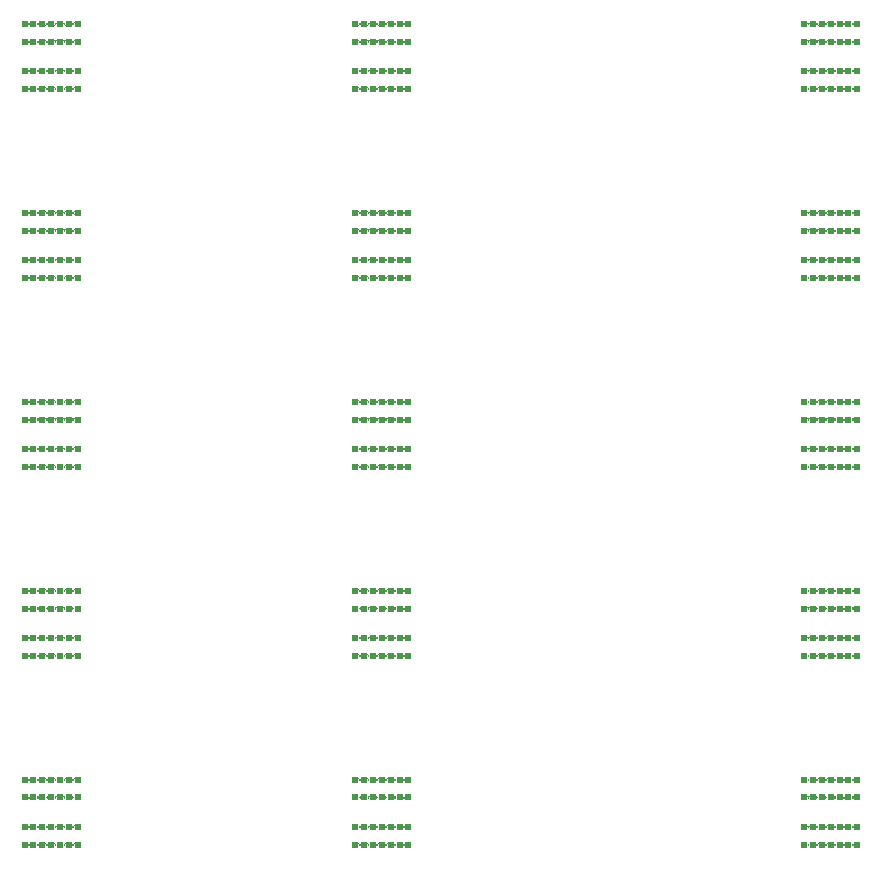
<source format=gts>
G04 #@! TF.GenerationSoftware,KiCad,Pcbnew,(5.1.10)-1*
G04 #@! TF.CreationDate,2021-12-18T23:32:26-05:00*
G04 #@! TF.ProjectId,PCBWrench_panelized,50434257-7265-46e6-9368-5f70616e656c,rev?*
G04 #@! TF.SameCoordinates,Original*
G04 #@! TF.FileFunction,Soldermask,Top*
G04 #@! TF.FilePolarity,Negative*
%FSLAX46Y46*%
G04 Gerber Fmt 4.6, Leading zero omitted, Abs format (unit mm)*
G04 Created by KiCad (PCBNEW (5.1.10)-1) date 2021-12-18 23:32:26*
%MOMM*%
%LPD*%
G01*
G04 APERTURE LIST*
%ADD10C,0.602000*%
%ADD11C,0.100000*%
G04 APERTURE END LIST*
D10*
X16750000Y-175250000D03*
X17500000Y-175250000D03*
X21250000Y-175250000D03*
X20500000Y-175250000D03*
X16750000Y-176750000D03*
X17500000Y-176750000D03*
X21250000Y-176750000D03*
X20500000Y-176750000D03*
X18250000Y-175250000D03*
X19750000Y-175250000D03*
X19750000Y-176750000D03*
X18250000Y-176750000D03*
X19000000Y-175250000D03*
X19000000Y-176750000D03*
X16750000Y-159250000D03*
X17500000Y-159250000D03*
X21250000Y-159250000D03*
X20500000Y-159250000D03*
X16750000Y-160750000D03*
X17500000Y-160750000D03*
X21250000Y-160750000D03*
X20500000Y-160750000D03*
X18250000Y-159250000D03*
X19750000Y-159250000D03*
X19750000Y-160750000D03*
X18250000Y-160750000D03*
X19000000Y-159250000D03*
X19000000Y-160750000D03*
X16750000Y-143250000D03*
X17500000Y-143250000D03*
X21250000Y-143250000D03*
X20500000Y-143250000D03*
X16750000Y-144750000D03*
X17500000Y-144750000D03*
X21250000Y-144750000D03*
X20500000Y-144750000D03*
X18250000Y-143250000D03*
X19750000Y-143250000D03*
X19750000Y-144750000D03*
X18250000Y-144750000D03*
X19000000Y-143250000D03*
X19000000Y-144750000D03*
X16750000Y-127250000D03*
X17500000Y-127250000D03*
X21250000Y-127250000D03*
X20500000Y-127250000D03*
X16750000Y-128750000D03*
X17500000Y-128750000D03*
X21250000Y-128750000D03*
X20500000Y-128750000D03*
X18250000Y-127250000D03*
X19750000Y-127250000D03*
X19750000Y-128750000D03*
X18250000Y-128750000D03*
X19000000Y-127250000D03*
X19000000Y-128750000D03*
X16750000Y-111250000D03*
X17500000Y-111250000D03*
X21250000Y-111250000D03*
X20500000Y-111250000D03*
X16750000Y-112750000D03*
X17500000Y-112750000D03*
X21250000Y-112750000D03*
X20500000Y-112750000D03*
X18250000Y-111250000D03*
X19750000Y-111250000D03*
X19750000Y-112750000D03*
X18250000Y-112750000D03*
X19000000Y-111250000D03*
X19000000Y-112750000D03*
X19000000Y-171250000D03*
X19000000Y-172750000D03*
X19750000Y-171250000D03*
X18250000Y-171250000D03*
X18250000Y-172750000D03*
X19750000Y-172750000D03*
X17500000Y-171250000D03*
X16750000Y-171250000D03*
X20500000Y-171250000D03*
X21250000Y-171250000D03*
X17500000Y-172750000D03*
X16750000Y-172750000D03*
X20500000Y-172750000D03*
X21250000Y-172750000D03*
X19000000Y-155250000D03*
X19000000Y-156750000D03*
X19750000Y-155250000D03*
X18250000Y-155250000D03*
X18250000Y-156750000D03*
X19750000Y-156750000D03*
X17500000Y-155250000D03*
X16750000Y-155250000D03*
X20500000Y-155250000D03*
X21250000Y-155250000D03*
X17500000Y-156750000D03*
X16750000Y-156750000D03*
X20500000Y-156750000D03*
X21250000Y-156750000D03*
X19000000Y-139250000D03*
X19000000Y-140750000D03*
X19750000Y-139250000D03*
X18250000Y-139250000D03*
X18250000Y-140750000D03*
X19750000Y-140750000D03*
X17500000Y-139250000D03*
X16750000Y-139250000D03*
X20500000Y-139250000D03*
X21250000Y-139250000D03*
X17500000Y-140750000D03*
X16750000Y-140750000D03*
X20500000Y-140750000D03*
X21250000Y-140750000D03*
X19000000Y-123250000D03*
X19000000Y-124750000D03*
X19750000Y-123250000D03*
X18250000Y-123250000D03*
X18250000Y-124750000D03*
X19750000Y-124750000D03*
X17500000Y-123250000D03*
X16750000Y-123250000D03*
X20500000Y-123250000D03*
X21250000Y-123250000D03*
X17500000Y-124750000D03*
X16750000Y-124750000D03*
X20500000Y-124750000D03*
X21250000Y-124750000D03*
X85000000Y-176750000D03*
X85000000Y-175250000D03*
X84250000Y-176750000D03*
X85750000Y-176750000D03*
X85750000Y-175250000D03*
X84250000Y-175250000D03*
X86500000Y-176750000D03*
X87250000Y-176750000D03*
X83500000Y-176750000D03*
X82750000Y-176750000D03*
X86500000Y-175250000D03*
X87250000Y-175250000D03*
X83500000Y-175250000D03*
X82750000Y-175250000D03*
X85000000Y-160750000D03*
X85000000Y-159250000D03*
X84250000Y-160750000D03*
X85750000Y-160750000D03*
X85750000Y-159250000D03*
X84250000Y-159250000D03*
X86500000Y-160750000D03*
X87250000Y-160750000D03*
X83500000Y-160750000D03*
X82750000Y-160750000D03*
X86500000Y-159250000D03*
X87250000Y-159250000D03*
X83500000Y-159250000D03*
X82750000Y-159250000D03*
X85000000Y-144750000D03*
X85000000Y-143250000D03*
X84250000Y-144750000D03*
X85750000Y-144750000D03*
X85750000Y-143250000D03*
X84250000Y-143250000D03*
X86500000Y-144750000D03*
X87250000Y-144750000D03*
X83500000Y-144750000D03*
X82750000Y-144750000D03*
X86500000Y-143250000D03*
X87250000Y-143250000D03*
X83500000Y-143250000D03*
X82750000Y-143250000D03*
X85000000Y-128750000D03*
X85000000Y-127250000D03*
X84250000Y-128750000D03*
X85750000Y-128750000D03*
X85750000Y-127250000D03*
X84250000Y-127250000D03*
X86500000Y-128750000D03*
X87250000Y-128750000D03*
X83500000Y-128750000D03*
X82750000Y-128750000D03*
X86500000Y-127250000D03*
X87250000Y-127250000D03*
X83500000Y-127250000D03*
X82750000Y-127250000D03*
X85000000Y-112750000D03*
X85000000Y-111250000D03*
X84250000Y-112750000D03*
X85750000Y-112750000D03*
X85750000Y-111250000D03*
X84250000Y-111250000D03*
X86500000Y-112750000D03*
X87250000Y-112750000D03*
X83500000Y-112750000D03*
X82750000Y-112750000D03*
X86500000Y-111250000D03*
X87250000Y-111250000D03*
X83500000Y-111250000D03*
X82750000Y-111250000D03*
X87250000Y-172750000D03*
X86500000Y-172750000D03*
X82750000Y-172750000D03*
X83500000Y-172750000D03*
X87250000Y-171250000D03*
X86500000Y-171250000D03*
X82750000Y-171250000D03*
X83500000Y-171250000D03*
X85750000Y-172750000D03*
X84250000Y-172750000D03*
X84250000Y-171250000D03*
X85750000Y-171250000D03*
X85000000Y-172750000D03*
X85000000Y-171250000D03*
X87250000Y-156750000D03*
X86500000Y-156750000D03*
X82750000Y-156750000D03*
X83500000Y-156750000D03*
X87250000Y-155250000D03*
X86500000Y-155250000D03*
X82750000Y-155250000D03*
X83500000Y-155250000D03*
X85750000Y-156750000D03*
X84250000Y-156750000D03*
X84250000Y-155250000D03*
X85750000Y-155250000D03*
X85000000Y-156750000D03*
X85000000Y-155250000D03*
X87250000Y-140750000D03*
X86500000Y-140750000D03*
X82750000Y-140750000D03*
X83500000Y-140750000D03*
X87250000Y-139250000D03*
X86500000Y-139250000D03*
X82750000Y-139250000D03*
X83500000Y-139250000D03*
X85750000Y-140750000D03*
X84250000Y-140750000D03*
X84250000Y-139250000D03*
X85750000Y-139250000D03*
X85000000Y-140750000D03*
X85000000Y-139250000D03*
X87250000Y-124750000D03*
X86500000Y-124750000D03*
X82750000Y-124750000D03*
X83500000Y-124750000D03*
X87250000Y-123250000D03*
X86500000Y-123250000D03*
X82750000Y-123250000D03*
X83500000Y-123250000D03*
X85750000Y-124750000D03*
X84250000Y-124750000D03*
X84250000Y-123250000D03*
X85750000Y-123250000D03*
X85000000Y-124750000D03*
X85000000Y-123250000D03*
X47000000Y-171250000D03*
X47000000Y-172750000D03*
X47750000Y-171250000D03*
X46250000Y-171250000D03*
X46250000Y-172750000D03*
X47750000Y-172750000D03*
X45500000Y-171250000D03*
X44750000Y-171250000D03*
X48500000Y-171250000D03*
X49250000Y-171250000D03*
X45500000Y-172750000D03*
X44750000Y-172750000D03*
X48500000Y-172750000D03*
X49250000Y-172750000D03*
X47000000Y-155250000D03*
X47000000Y-156750000D03*
X47750000Y-155250000D03*
X46250000Y-155250000D03*
X46250000Y-156750000D03*
X47750000Y-156750000D03*
X45500000Y-155250000D03*
X44750000Y-155250000D03*
X48500000Y-155250000D03*
X49250000Y-155250000D03*
X45500000Y-156750000D03*
X44750000Y-156750000D03*
X48500000Y-156750000D03*
X49250000Y-156750000D03*
X47000000Y-139250000D03*
X47000000Y-140750000D03*
X47750000Y-139250000D03*
X46250000Y-139250000D03*
X46250000Y-140750000D03*
X47750000Y-140750000D03*
X45500000Y-139250000D03*
X44750000Y-139250000D03*
X48500000Y-139250000D03*
X49250000Y-139250000D03*
X45500000Y-140750000D03*
X44750000Y-140750000D03*
X48500000Y-140750000D03*
X49250000Y-140750000D03*
X47000000Y-123250000D03*
X47000000Y-124750000D03*
X47750000Y-123250000D03*
X46250000Y-123250000D03*
X46250000Y-124750000D03*
X47750000Y-124750000D03*
X45500000Y-123250000D03*
X44750000Y-123250000D03*
X48500000Y-123250000D03*
X49250000Y-123250000D03*
X45500000Y-124750000D03*
X44750000Y-124750000D03*
X48500000Y-124750000D03*
X49250000Y-124750000D03*
X44750000Y-175250000D03*
X45500000Y-175250000D03*
X49250000Y-175250000D03*
X48500000Y-175250000D03*
X44750000Y-176750000D03*
X45500000Y-176750000D03*
X49250000Y-176750000D03*
X48500000Y-176750000D03*
X46250000Y-175250000D03*
X47750000Y-175250000D03*
X47750000Y-176750000D03*
X46250000Y-176750000D03*
X47000000Y-175250000D03*
X47000000Y-176750000D03*
X44750000Y-159250000D03*
X45500000Y-159250000D03*
X49250000Y-159250000D03*
X48500000Y-159250000D03*
X44750000Y-160750000D03*
X45500000Y-160750000D03*
X49250000Y-160750000D03*
X48500000Y-160750000D03*
X46250000Y-159250000D03*
X47750000Y-159250000D03*
X47750000Y-160750000D03*
X46250000Y-160750000D03*
X47000000Y-159250000D03*
X47000000Y-160750000D03*
X44750000Y-143250000D03*
X45500000Y-143250000D03*
X49250000Y-143250000D03*
X48500000Y-143250000D03*
X44750000Y-144750000D03*
X45500000Y-144750000D03*
X49250000Y-144750000D03*
X48500000Y-144750000D03*
X46250000Y-143250000D03*
X47750000Y-143250000D03*
X47750000Y-144750000D03*
X46250000Y-144750000D03*
X47000000Y-143250000D03*
X47000000Y-144750000D03*
X44750000Y-127250000D03*
X45500000Y-127250000D03*
X49250000Y-127250000D03*
X48500000Y-127250000D03*
X44750000Y-128750000D03*
X45500000Y-128750000D03*
X49250000Y-128750000D03*
X48500000Y-128750000D03*
X46250000Y-127250000D03*
X47750000Y-127250000D03*
X47750000Y-128750000D03*
X46250000Y-128750000D03*
X47000000Y-127250000D03*
X47000000Y-128750000D03*
X44750000Y-111250000D03*
X45500000Y-111250000D03*
X49250000Y-111250000D03*
X48500000Y-111250000D03*
X44750000Y-112750000D03*
X45500000Y-112750000D03*
X49250000Y-112750000D03*
X48500000Y-112750000D03*
X46250000Y-111250000D03*
X47750000Y-111250000D03*
X47750000Y-112750000D03*
X46250000Y-112750000D03*
X47000000Y-111250000D03*
X47000000Y-112750000D03*
X85000000Y-107250000D03*
X85000000Y-108750000D03*
X85750000Y-107250000D03*
X84250000Y-107250000D03*
X84250000Y-108750000D03*
X85750000Y-108750000D03*
X83500000Y-107250000D03*
X82750000Y-107250000D03*
X86500000Y-107250000D03*
X87250000Y-107250000D03*
X83500000Y-108750000D03*
X82750000Y-108750000D03*
X86500000Y-108750000D03*
X87250000Y-108750000D03*
X49250000Y-108750000D03*
X48500000Y-108750000D03*
X44750000Y-108750000D03*
X45500000Y-108750000D03*
X49250000Y-107250000D03*
X48500000Y-107250000D03*
X44750000Y-107250000D03*
X45500000Y-107250000D03*
X47750000Y-108750000D03*
X46250000Y-108750000D03*
X46250000Y-107250000D03*
X47750000Y-107250000D03*
X47000000Y-108750000D03*
X47000000Y-107250000D03*
X21250000Y-108750000D03*
X20500000Y-108750000D03*
X16750000Y-108750000D03*
X17500000Y-108750000D03*
X21250000Y-107250000D03*
X20500000Y-107250000D03*
X16750000Y-107250000D03*
X17500000Y-107250000D03*
X19750000Y-108750000D03*
X18250000Y-108750000D03*
X18250000Y-107250000D03*
X19750000Y-107250000D03*
X19000000Y-108750000D03*
X19000000Y-107250000D03*
D11*
G36*
X18735159Y-176610067D02*
G01*
X18735213Y-176611717D01*
X18713885Y-176663206D01*
X18702449Y-176720696D01*
X18702449Y-176779304D01*
X18713885Y-176836794D01*
X18735213Y-176888283D01*
X18734952Y-176890266D01*
X18733104Y-176891031D01*
X18731702Y-176890159D01*
X18727325Y-176883608D01*
X18711966Y-176864893D01*
X18693329Y-176849598D01*
X18672065Y-176838233D01*
X18648990Y-176831233D01*
X18624999Y-176828870D01*
X18601008Y-176831233D01*
X18577933Y-176838233D01*
X18556670Y-176849599D01*
X18538033Y-176864894D01*
X18522675Y-176883608D01*
X18518298Y-176890159D01*
X18516504Y-176891044D01*
X18514841Y-176889933D01*
X18514787Y-176888283D01*
X18536115Y-176836794D01*
X18547551Y-176779304D01*
X18547551Y-176720696D01*
X18536115Y-176663206D01*
X18514787Y-176611717D01*
X18515048Y-176609734D01*
X18516896Y-176608969D01*
X18518298Y-176609841D01*
X18522675Y-176616392D01*
X18538034Y-176635107D01*
X18556671Y-176650402D01*
X18577935Y-176661767D01*
X18601010Y-176668767D01*
X18625001Y-176671130D01*
X18648992Y-176668767D01*
X18672067Y-176661767D01*
X18693330Y-176650401D01*
X18711967Y-176635106D01*
X18727325Y-176616392D01*
X18731702Y-176609841D01*
X18733496Y-176608956D01*
X18735159Y-176610067D01*
G37*
G36*
X17235159Y-176610067D02*
G01*
X17235213Y-176611717D01*
X17213885Y-176663206D01*
X17202449Y-176720696D01*
X17202449Y-176779304D01*
X17213885Y-176836794D01*
X17235213Y-176888283D01*
X17234952Y-176890266D01*
X17233104Y-176891031D01*
X17231702Y-176890159D01*
X17227325Y-176883608D01*
X17211966Y-176864893D01*
X17193329Y-176849598D01*
X17172065Y-176838233D01*
X17148990Y-176831233D01*
X17124999Y-176828870D01*
X17101008Y-176831233D01*
X17077933Y-176838233D01*
X17056670Y-176849599D01*
X17038033Y-176864894D01*
X17022675Y-176883608D01*
X17018298Y-176890159D01*
X17016504Y-176891044D01*
X17014841Y-176889933D01*
X17014787Y-176888283D01*
X17036115Y-176836794D01*
X17047551Y-176779304D01*
X17047551Y-176720696D01*
X17036115Y-176663206D01*
X17014787Y-176611717D01*
X17015048Y-176609734D01*
X17016896Y-176608969D01*
X17018298Y-176609841D01*
X17022675Y-176616392D01*
X17038034Y-176635107D01*
X17056671Y-176650402D01*
X17077935Y-176661767D01*
X17101010Y-176668767D01*
X17125001Y-176671130D01*
X17148992Y-176668767D01*
X17172067Y-176661767D01*
X17193330Y-176650401D01*
X17211967Y-176635106D01*
X17227325Y-176616392D01*
X17231702Y-176609841D01*
X17233496Y-176608956D01*
X17235159Y-176610067D01*
G37*
G36*
X48235159Y-176610067D02*
G01*
X48235213Y-176611717D01*
X48213885Y-176663206D01*
X48202449Y-176720696D01*
X48202449Y-176779304D01*
X48213885Y-176836794D01*
X48235213Y-176888283D01*
X48234952Y-176890266D01*
X48233104Y-176891031D01*
X48231702Y-176890159D01*
X48227325Y-176883608D01*
X48211966Y-176864893D01*
X48193329Y-176849598D01*
X48172065Y-176838233D01*
X48148990Y-176831233D01*
X48124999Y-176828870D01*
X48101008Y-176831233D01*
X48077933Y-176838233D01*
X48056670Y-176849599D01*
X48038033Y-176864894D01*
X48022675Y-176883608D01*
X48018298Y-176890159D01*
X48016504Y-176891044D01*
X48014841Y-176889933D01*
X48014787Y-176888283D01*
X48036115Y-176836794D01*
X48047551Y-176779304D01*
X48047551Y-176720696D01*
X48036115Y-176663206D01*
X48014787Y-176611717D01*
X48015048Y-176609734D01*
X48016896Y-176608969D01*
X48018298Y-176609841D01*
X48022675Y-176616392D01*
X48038034Y-176635107D01*
X48056671Y-176650402D01*
X48077935Y-176661767D01*
X48101010Y-176668767D01*
X48125001Y-176671130D01*
X48148992Y-176668767D01*
X48172067Y-176661767D01*
X48193330Y-176650401D01*
X48211967Y-176635106D01*
X48227325Y-176616392D01*
X48231702Y-176609841D01*
X48233496Y-176608956D01*
X48235159Y-176610067D01*
G37*
G36*
X45235159Y-176610067D02*
G01*
X45235213Y-176611717D01*
X45213885Y-176663206D01*
X45202449Y-176720696D01*
X45202449Y-176779304D01*
X45213885Y-176836794D01*
X45235213Y-176888283D01*
X45234952Y-176890266D01*
X45233104Y-176891031D01*
X45231702Y-176890159D01*
X45227325Y-176883608D01*
X45211966Y-176864893D01*
X45193329Y-176849598D01*
X45172065Y-176838233D01*
X45148990Y-176831233D01*
X45124999Y-176828870D01*
X45101008Y-176831233D01*
X45077933Y-176838233D01*
X45056670Y-176849599D01*
X45038033Y-176864894D01*
X45022675Y-176883608D01*
X45018298Y-176890159D01*
X45016504Y-176891044D01*
X45014841Y-176889933D01*
X45014787Y-176888283D01*
X45036115Y-176836794D01*
X45047551Y-176779304D01*
X45047551Y-176720696D01*
X45036115Y-176663206D01*
X45014787Y-176611717D01*
X45015048Y-176609734D01*
X45016896Y-176608969D01*
X45018298Y-176609841D01*
X45022675Y-176616392D01*
X45038034Y-176635107D01*
X45056671Y-176650402D01*
X45077935Y-176661767D01*
X45101010Y-176668767D01*
X45125001Y-176671130D01*
X45148992Y-176668767D01*
X45172067Y-176661767D01*
X45193330Y-176650401D01*
X45211967Y-176635106D01*
X45227325Y-176616392D01*
X45231702Y-176609841D01*
X45233496Y-176608956D01*
X45235159Y-176610067D01*
G37*
G36*
X48985159Y-176610067D02*
G01*
X48985213Y-176611717D01*
X48963885Y-176663206D01*
X48952449Y-176720696D01*
X48952449Y-176779304D01*
X48963885Y-176836794D01*
X48985213Y-176888283D01*
X48984952Y-176890266D01*
X48983104Y-176891031D01*
X48981702Y-176890159D01*
X48977325Y-176883608D01*
X48961966Y-176864893D01*
X48943329Y-176849598D01*
X48922065Y-176838233D01*
X48898990Y-176831233D01*
X48874999Y-176828870D01*
X48851008Y-176831233D01*
X48827933Y-176838233D01*
X48806670Y-176849599D01*
X48788033Y-176864894D01*
X48772675Y-176883608D01*
X48768298Y-176890159D01*
X48766504Y-176891044D01*
X48764841Y-176889933D01*
X48764787Y-176888283D01*
X48786115Y-176836794D01*
X48797551Y-176779304D01*
X48797551Y-176720696D01*
X48786115Y-176663206D01*
X48764787Y-176611717D01*
X48765048Y-176609734D01*
X48766896Y-176608969D01*
X48768298Y-176609841D01*
X48772675Y-176616392D01*
X48788034Y-176635107D01*
X48806671Y-176650402D01*
X48827935Y-176661767D01*
X48851010Y-176668767D01*
X48875001Y-176671130D01*
X48898992Y-176668767D01*
X48922067Y-176661767D01*
X48943330Y-176650401D01*
X48961967Y-176635106D01*
X48977325Y-176616392D01*
X48981702Y-176609841D01*
X48983496Y-176608956D01*
X48985159Y-176610067D01*
G37*
G36*
X20235159Y-176610067D02*
G01*
X20235213Y-176611717D01*
X20213885Y-176663206D01*
X20202449Y-176720696D01*
X20202449Y-176779304D01*
X20213885Y-176836794D01*
X20235213Y-176888283D01*
X20234952Y-176890266D01*
X20233104Y-176891031D01*
X20231702Y-176890159D01*
X20227325Y-176883608D01*
X20211966Y-176864893D01*
X20193329Y-176849598D01*
X20172065Y-176838233D01*
X20148990Y-176831233D01*
X20124999Y-176828870D01*
X20101008Y-176831233D01*
X20077933Y-176838233D01*
X20056670Y-176849599D01*
X20038033Y-176864894D01*
X20022675Y-176883608D01*
X20018298Y-176890159D01*
X20016504Y-176891044D01*
X20014841Y-176889933D01*
X20014787Y-176888283D01*
X20036115Y-176836794D01*
X20047551Y-176779304D01*
X20047551Y-176720696D01*
X20036115Y-176663206D01*
X20014787Y-176611717D01*
X20015048Y-176609734D01*
X20016896Y-176608969D01*
X20018298Y-176609841D01*
X20022675Y-176616392D01*
X20038034Y-176635107D01*
X20056671Y-176650402D01*
X20077935Y-176661767D01*
X20101010Y-176668767D01*
X20125001Y-176671130D01*
X20148992Y-176668767D01*
X20172067Y-176661767D01*
X20193330Y-176650401D01*
X20211967Y-176635106D01*
X20227325Y-176616392D01*
X20231702Y-176609841D01*
X20233496Y-176608956D01*
X20235159Y-176610067D01*
G37*
G36*
X83985159Y-176610067D02*
G01*
X83985213Y-176611717D01*
X83963885Y-176663206D01*
X83952449Y-176720696D01*
X83952449Y-176779304D01*
X83963885Y-176836794D01*
X83985213Y-176888283D01*
X83984952Y-176890266D01*
X83983104Y-176891031D01*
X83981702Y-176890159D01*
X83977325Y-176883608D01*
X83961966Y-176864893D01*
X83943329Y-176849598D01*
X83922065Y-176838233D01*
X83898990Y-176831233D01*
X83874999Y-176828870D01*
X83851008Y-176831233D01*
X83827933Y-176838233D01*
X83806670Y-176849599D01*
X83788033Y-176864894D01*
X83772675Y-176883608D01*
X83768298Y-176890159D01*
X83766504Y-176891044D01*
X83764841Y-176889933D01*
X83764787Y-176888283D01*
X83786115Y-176836794D01*
X83797551Y-176779304D01*
X83797551Y-176720696D01*
X83786115Y-176663206D01*
X83764787Y-176611717D01*
X83765048Y-176609734D01*
X83766896Y-176608969D01*
X83768298Y-176609841D01*
X83772675Y-176616392D01*
X83788034Y-176635107D01*
X83806671Y-176650402D01*
X83827935Y-176661767D01*
X83851010Y-176668767D01*
X83875001Y-176671130D01*
X83898992Y-176668767D01*
X83922067Y-176661767D01*
X83943330Y-176650401D01*
X83961967Y-176635106D01*
X83977325Y-176616392D01*
X83981702Y-176609841D01*
X83983496Y-176608956D01*
X83985159Y-176610067D01*
G37*
G36*
X86985159Y-176610067D02*
G01*
X86985213Y-176611717D01*
X86963885Y-176663206D01*
X86952449Y-176720696D01*
X86952449Y-176779304D01*
X86963885Y-176836794D01*
X86985213Y-176888283D01*
X86984952Y-176890266D01*
X86983104Y-176891031D01*
X86981702Y-176890159D01*
X86977325Y-176883608D01*
X86961966Y-176864893D01*
X86943329Y-176849598D01*
X86922065Y-176838233D01*
X86898990Y-176831233D01*
X86874999Y-176828870D01*
X86851008Y-176831233D01*
X86827933Y-176838233D01*
X86806670Y-176849599D01*
X86788033Y-176864894D01*
X86772675Y-176883608D01*
X86768298Y-176890159D01*
X86766504Y-176891044D01*
X86764841Y-176889933D01*
X86764787Y-176888283D01*
X86786115Y-176836794D01*
X86797551Y-176779304D01*
X86797551Y-176720696D01*
X86786115Y-176663206D01*
X86764787Y-176611717D01*
X86765048Y-176609734D01*
X86766896Y-176608969D01*
X86768298Y-176609841D01*
X86772675Y-176616392D01*
X86788034Y-176635107D01*
X86806671Y-176650402D01*
X86827935Y-176661767D01*
X86851010Y-176668767D01*
X86875001Y-176671130D01*
X86898992Y-176668767D01*
X86922067Y-176661767D01*
X86943330Y-176650401D01*
X86961967Y-176635106D01*
X86977325Y-176616392D01*
X86981702Y-176609841D01*
X86983496Y-176608956D01*
X86985159Y-176610067D01*
G37*
G36*
X46735159Y-176610067D02*
G01*
X46735213Y-176611717D01*
X46713885Y-176663206D01*
X46702449Y-176720696D01*
X46702449Y-176779304D01*
X46713885Y-176836794D01*
X46735213Y-176888283D01*
X46734952Y-176890266D01*
X46733104Y-176891031D01*
X46731702Y-176890159D01*
X46727325Y-176883608D01*
X46711966Y-176864893D01*
X46693329Y-176849598D01*
X46672065Y-176838233D01*
X46648990Y-176831233D01*
X46624999Y-176828870D01*
X46601008Y-176831233D01*
X46577933Y-176838233D01*
X46556670Y-176849599D01*
X46538033Y-176864894D01*
X46522675Y-176883608D01*
X46518298Y-176890159D01*
X46516504Y-176891044D01*
X46514841Y-176889933D01*
X46514787Y-176888283D01*
X46536115Y-176836794D01*
X46547551Y-176779304D01*
X46547551Y-176720696D01*
X46536115Y-176663206D01*
X46514787Y-176611717D01*
X46515048Y-176609734D01*
X46516896Y-176608969D01*
X46518298Y-176609841D01*
X46522675Y-176616392D01*
X46538034Y-176635107D01*
X46556671Y-176650402D01*
X46577935Y-176661767D01*
X46601010Y-176668767D01*
X46625001Y-176671130D01*
X46648992Y-176668767D01*
X46672067Y-176661767D01*
X46693330Y-176650401D01*
X46711967Y-176635106D01*
X46727325Y-176616392D01*
X46731702Y-176609841D01*
X46733496Y-176608956D01*
X46735159Y-176610067D01*
G37*
G36*
X45985159Y-176610067D02*
G01*
X45985213Y-176611717D01*
X45963885Y-176663206D01*
X45952449Y-176720696D01*
X45952449Y-176779304D01*
X45963885Y-176836794D01*
X45985213Y-176888283D01*
X45984952Y-176890266D01*
X45983104Y-176891031D01*
X45981702Y-176890159D01*
X45977325Y-176883608D01*
X45961966Y-176864893D01*
X45943329Y-176849598D01*
X45922065Y-176838233D01*
X45898990Y-176831233D01*
X45874999Y-176828870D01*
X45851008Y-176831233D01*
X45827933Y-176838233D01*
X45806670Y-176849599D01*
X45788033Y-176864894D01*
X45772675Y-176883608D01*
X45768298Y-176890159D01*
X45766504Y-176891044D01*
X45764841Y-176889933D01*
X45764787Y-176888283D01*
X45786115Y-176836794D01*
X45797551Y-176779304D01*
X45797551Y-176720696D01*
X45786115Y-176663206D01*
X45764787Y-176611717D01*
X45765048Y-176609734D01*
X45766896Y-176608969D01*
X45768298Y-176609841D01*
X45772675Y-176616392D01*
X45788034Y-176635107D01*
X45806671Y-176650402D01*
X45827935Y-176661767D01*
X45851010Y-176668767D01*
X45875001Y-176671130D01*
X45898992Y-176668767D01*
X45922067Y-176661767D01*
X45943330Y-176650401D01*
X45961967Y-176635106D01*
X45977325Y-176616392D01*
X45981702Y-176609841D01*
X45983496Y-176608956D01*
X45985159Y-176610067D01*
G37*
G36*
X19485159Y-176610067D02*
G01*
X19485213Y-176611717D01*
X19463885Y-176663206D01*
X19452449Y-176720696D01*
X19452449Y-176779304D01*
X19463885Y-176836794D01*
X19485213Y-176888283D01*
X19484952Y-176890266D01*
X19483104Y-176891031D01*
X19481702Y-176890159D01*
X19477325Y-176883608D01*
X19461966Y-176864893D01*
X19443329Y-176849598D01*
X19422065Y-176838233D01*
X19398990Y-176831233D01*
X19374999Y-176828870D01*
X19351008Y-176831233D01*
X19327933Y-176838233D01*
X19306670Y-176849599D01*
X19288033Y-176864894D01*
X19272675Y-176883608D01*
X19268298Y-176890159D01*
X19266504Y-176891044D01*
X19264841Y-176889933D01*
X19264787Y-176888283D01*
X19286115Y-176836794D01*
X19297551Y-176779304D01*
X19297551Y-176720696D01*
X19286115Y-176663206D01*
X19264787Y-176611717D01*
X19265048Y-176609734D01*
X19266896Y-176608969D01*
X19268298Y-176609841D01*
X19272675Y-176616392D01*
X19288034Y-176635107D01*
X19306671Y-176650402D01*
X19327935Y-176661767D01*
X19351010Y-176668767D01*
X19375001Y-176671130D01*
X19398992Y-176668767D01*
X19422067Y-176661767D01*
X19443330Y-176650401D01*
X19461967Y-176635106D01*
X19477325Y-176616392D01*
X19481702Y-176609841D01*
X19483496Y-176608956D01*
X19485159Y-176610067D01*
G37*
G36*
X20985159Y-176610067D02*
G01*
X20985213Y-176611717D01*
X20963885Y-176663206D01*
X20952449Y-176720696D01*
X20952449Y-176779304D01*
X20963885Y-176836794D01*
X20985213Y-176888283D01*
X20984952Y-176890266D01*
X20983104Y-176891031D01*
X20981702Y-176890159D01*
X20977325Y-176883608D01*
X20961966Y-176864893D01*
X20943329Y-176849598D01*
X20922065Y-176838233D01*
X20898990Y-176831233D01*
X20874999Y-176828870D01*
X20851008Y-176831233D01*
X20827933Y-176838233D01*
X20806670Y-176849599D01*
X20788033Y-176864894D01*
X20772675Y-176883608D01*
X20768298Y-176890159D01*
X20766504Y-176891044D01*
X20764841Y-176889933D01*
X20764787Y-176888283D01*
X20786115Y-176836794D01*
X20797551Y-176779304D01*
X20797551Y-176720696D01*
X20786115Y-176663206D01*
X20764787Y-176611717D01*
X20765048Y-176609734D01*
X20766896Y-176608969D01*
X20768298Y-176609841D01*
X20772675Y-176616392D01*
X20788034Y-176635107D01*
X20806671Y-176650402D01*
X20827935Y-176661767D01*
X20851010Y-176668767D01*
X20875001Y-176671130D01*
X20898992Y-176668767D01*
X20922067Y-176661767D01*
X20943330Y-176650401D01*
X20961967Y-176635106D01*
X20977325Y-176616392D01*
X20981702Y-176609841D01*
X20983496Y-176608956D01*
X20985159Y-176610067D01*
G37*
G36*
X83235159Y-176610067D02*
G01*
X83235213Y-176611717D01*
X83213885Y-176663206D01*
X83202449Y-176720696D01*
X83202449Y-176779304D01*
X83213885Y-176836794D01*
X83235213Y-176888283D01*
X83234952Y-176890266D01*
X83233104Y-176891031D01*
X83231702Y-176890159D01*
X83227325Y-176883608D01*
X83211966Y-176864893D01*
X83193329Y-176849598D01*
X83172065Y-176838233D01*
X83148990Y-176831233D01*
X83124999Y-176828870D01*
X83101008Y-176831233D01*
X83077933Y-176838233D01*
X83056670Y-176849599D01*
X83038033Y-176864894D01*
X83022675Y-176883608D01*
X83018298Y-176890159D01*
X83016504Y-176891044D01*
X83014841Y-176889933D01*
X83014787Y-176888283D01*
X83036115Y-176836794D01*
X83047551Y-176779304D01*
X83047551Y-176720696D01*
X83036115Y-176663206D01*
X83014787Y-176611717D01*
X83015048Y-176609734D01*
X83016896Y-176608969D01*
X83018298Y-176609841D01*
X83022675Y-176616392D01*
X83038034Y-176635107D01*
X83056671Y-176650402D01*
X83077935Y-176661767D01*
X83101010Y-176668767D01*
X83125001Y-176671130D01*
X83148992Y-176668767D01*
X83172067Y-176661767D01*
X83193330Y-176650401D01*
X83211967Y-176635106D01*
X83227325Y-176616392D01*
X83231702Y-176609841D01*
X83233496Y-176608956D01*
X83235159Y-176610067D01*
G37*
G36*
X85485159Y-176610067D02*
G01*
X85485213Y-176611717D01*
X85463885Y-176663206D01*
X85452449Y-176720696D01*
X85452449Y-176779304D01*
X85463885Y-176836794D01*
X85485213Y-176888283D01*
X85484952Y-176890266D01*
X85483104Y-176891031D01*
X85481702Y-176890159D01*
X85477325Y-176883608D01*
X85461966Y-176864893D01*
X85443329Y-176849598D01*
X85422065Y-176838233D01*
X85398990Y-176831233D01*
X85374999Y-176828870D01*
X85351008Y-176831233D01*
X85327933Y-176838233D01*
X85306670Y-176849599D01*
X85288033Y-176864894D01*
X85272675Y-176883608D01*
X85268298Y-176890159D01*
X85266504Y-176891044D01*
X85264841Y-176889933D01*
X85264787Y-176888283D01*
X85286115Y-176836794D01*
X85297551Y-176779304D01*
X85297551Y-176720696D01*
X85286115Y-176663206D01*
X85264787Y-176611717D01*
X85265048Y-176609734D01*
X85266896Y-176608969D01*
X85268298Y-176609841D01*
X85272675Y-176616392D01*
X85288034Y-176635107D01*
X85306671Y-176650402D01*
X85327935Y-176661767D01*
X85351010Y-176668767D01*
X85375001Y-176671130D01*
X85398992Y-176668767D01*
X85422067Y-176661767D01*
X85443330Y-176650401D01*
X85461967Y-176635106D01*
X85477325Y-176616392D01*
X85481702Y-176609841D01*
X85483496Y-176608956D01*
X85485159Y-176610067D01*
G37*
G36*
X17985159Y-176610067D02*
G01*
X17985213Y-176611717D01*
X17963885Y-176663206D01*
X17952449Y-176720696D01*
X17952449Y-176779304D01*
X17963885Y-176836794D01*
X17985213Y-176888283D01*
X17984952Y-176890266D01*
X17983104Y-176891031D01*
X17981702Y-176890159D01*
X17977325Y-176883608D01*
X17961966Y-176864893D01*
X17943329Y-176849598D01*
X17922065Y-176838233D01*
X17898990Y-176831233D01*
X17874999Y-176828870D01*
X17851008Y-176831233D01*
X17827933Y-176838233D01*
X17806670Y-176849599D01*
X17788033Y-176864894D01*
X17772675Y-176883608D01*
X17768298Y-176890159D01*
X17766504Y-176891044D01*
X17764841Y-176889933D01*
X17764787Y-176888283D01*
X17786115Y-176836794D01*
X17797551Y-176779304D01*
X17797551Y-176720696D01*
X17786115Y-176663206D01*
X17764787Y-176611717D01*
X17765048Y-176609734D01*
X17766896Y-176608969D01*
X17768298Y-176609841D01*
X17772675Y-176616392D01*
X17788034Y-176635107D01*
X17806671Y-176650402D01*
X17827935Y-176661767D01*
X17851010Y-176668767D01*
X17875001Y-176671130D01*
X17898992Y-176668767D01*
X17922067Y-176661767D01*
X17943330Y-176650401D01*
X17961967Y-176635106D01*
X17977325Y-176616392D01*
X17981702Y-176609841D01*
X17983496Y-176608956D01*
X17985159Y-176610067D01*
G37*
G36*
X84735159Y-176610067D02*
G01*
X84735213Y-176611717D01*
X84713885Y-176663206D01*
X84702449Y-176720696D01*
X84702449Y-176779304D01*
X84713885Y-176836794D01*
X84735213Y-176888283D01*
X84734952Y-176890266D01*
X84733104Y-176891031D01*
X84731702Y-176890159D01*
X84727325Y-176883608D01*
X84711966Y-176864893D01*
X84693329Y-176849598D01*
X84672065Y-176838233D01*
X84648990Y-176831233D01*
X84624999Y-176828870D01*
X84601008Y-176831233D01*
X84577933Y-176838233D01*
X84556670Y-176849599D01*
X84538033Y-176864894D01*
X84522675Y-176883608D01*
X84518298Y-176890159D01*
X84516504Y-176891044D01*
X84514841Y-176889933D01*
X84514787Y-176888283D01*
X84536115Y-176836794D01*
X84547551Y-176779304D01*
X84547551Y-176720696D01*
X84536115Y-176663206D01*
X84514787Y-176611717D01*
X84515048Y-176609734D01*
X84516896Y-176608969D01*
X84518298Y-176609841D01*
X84522675Y-176616392D01*
X84538034Y-176635107D01*
X84556671Y-176650402D01*
X84577935Y-176661767D01*
X84601010Y-176668767D01*
X84625001Y-176671130D01*
X84648992Y-176668767D01*
X84672067Y-176661767D01*
X84693330Y-176650401D01*
X84711967Y-176635106D01*
X84727325Y-176616392D01*
X84731702Y-176609841D01*
X84733496Y-176608956D01*
X84735159Y-176610067D01*
G37*
G36*
X47485159Y-176610067D02*
G01*
X47485213Y-176611717D01*
X47463885Y-176663206D01*
X47452449Y-176720696D01*
X47452449Y-176779304D01*
X47463885Y-176836794D01*
X47485213Y-176888283D01*
X47484952Y-176890266D01*
X47483104Y-176891031D01*
X47481702Y-176890159D01*
X47477325Y-176883608D01*
X47461966Y-176864893D01*
X47443329Y-176849598D01*
X47422065Y-176838233D01*
X47398990Y-176831233D01*
X47374999Y-176828870D01*
X47351008Y-176831233D01*
X47327933Y-176838233D01*
X47306670Y-176849599D01*
X47288033Y-176864894D01*
X47272675Y-176883608D01*
X47268298Y-176890159D01*
X47266504Y-176891044D01*
X47264841Y-176889933D01*
X47264787Y-176888283D01*
X47286115Y-176836794D01*
X47297551Y-176779304D01*
X47297551Y-176720696D01*
X47286115Y-176663206D01*
X47264787Y-176611717D01*
X47265048Y-176609734D01*
X47266896Y-176608969D01*
X47268298Y-176609841D01*
X47272675Y-176616392D01*
X47288034Y-176635107D01*
X47306671Y-176650402D01*
X47327935Y-176661767D01*
X47351010Y-176668767D01*
X47375001Y-176671130D01*
X47398992Y-176668767D01*
X47422067Y-176661767D01*
X47443330Y-176650401D01*
X47461967Y-176635106D01*
X47477325Y-176616392D01*
X47481702Y-176609841D01*
X47483496Y-176608956D01*
X47485159Y-176610067D01*
G37*
G36*
X86235159Y-176610067D02*
G01*
X86235213Y-176611717D01*
X86213885Y-176663206D01*
X86202449Y-176720696D01*
X86202449Y-176779304D01*
X86213885Y-176836794D01*
X86235213Y-176888283D01*
X86234952Y-176890266D01*
X86233104Y-176891031D01*
X86231702Y-176890159D01*
X86227325Y-176883608D01*
X86211966Y-176864893D01*
X86193329Y-176849598D01*
X86172065Y-176838233D01*
X86148990Y-176831233D01*
X86124999Y-176828870D01*
X86101008Y-176831233D01*
X86077933Y-176838233D01*
X86056670Y-176849599D01*
X86038033Y-176864894D01*
X86022675Y-176883608D01*
X86018298Y-176890159D01*
X86016504Y-176891044D01*
X86014841Y-176889933D01*
X86014787Y-176888283D01*
X86036115Y-176836794D01*
X86047551Y-176779304D01*
X86047551Y-176720696D01*
X86036115Y-176663206D01*
X86014787Y-176611717D01*
X86015048Y-176609734D01*
X86016896Y-176608969D01*
X86018298Y-176609841D01*
X86022675Y-176616392D01*
X86038034Y-176635107D01*
X86056671Y-176650402D01*
X86077935Y-176661767D01*
X86101010Y-176668767D01*
X86125001Y-176671130D01*
X86148992Y-176668767D01*
X86172067Y-176661767D01*
X86193330Y-176650401D01*
X86211967Y-176635106D01*
X86227325Y-176616392D01*
X86231702Y-176609841D01*
X86233496Y-176608956D01*
X86235159Y-176610067D01*
G37*
G36*
X18735159Y-175110067D02*
G01*
X18735213Y-175111717D01*
X18713885Y-175163206D01*
X18702449Y-175220696D01*
X18702449Y-175279304D01*
X18713885Y-175336794D01*
X18735213Y-175388283D01*
X18734952Y-175390266D01*
X18733104Y-175391031D01*
X18731702Y-175390159D01*
X18727325Y-175383608D01*
X18711966Y-175364893D01*
X18693329Y-175349598D01*
X18672065Y-175338233D01*
X18648990Y-175331233D01*
X18624999Y-175328870D01*
X18601008Y-175331233D01*
X18577933Y-175338233D01*
X18556670Y-175349599D01*
X18538033Y-175364894D01*
X18522675Y-175383608D01*
X18518298Y-175390159D01*
X18516504Y-175391044D01*
X18514841Y-175389933D01*
X18514787Y-175388283D01*
X18536115Y-175336794D01*
X18547551Y-175279304D01*
X18547551Y-175220696D01*
X18536115Y-175163206D01*
X18514787Y-175111717D01*
X18515048Y-175109734D01*
X18516896Y-175108969D01*
X18518298Y-175109841D01*
X18522675Y-175116392D01*
X18538034Y-175135107D01*
X18556671Y-175150402D01*
X18577935Y-175161767D01*
X18601010Y-175168767D01*
X18625001Y-175171130D01*
X18648992Y-175168767D01*
X18672067Y-175161767D01*
X18693330Y-175150401D01*
X18711967Y-175135106D01*
X18727325Y-175116392D01*
X18731702Y-175109841D01*
X18733496Y-175108956D01*
X18735159Y-175110067D01*
G37*
G36*
X86235159Y-175110067D02*
G01*
X86235213Y-175111717D01*
X86213885Y-175163206D01*
X86202449Y-175220696D01*
X86202449Y-175279304D01*
X86213885Y-175336794D01*
X86235213Y-175388283D01*
X86234952Y-175390266D01*
X86233104Y-175391031D01*
X86231702Y-175390159D01*
X86227325Y-175383608D01*
X86211966Y-175364893D01*
X86193329Y-175349598D01*
X86172065Y-175338233D01*
X86148990Y-175331233D01*
X86124999Y-175328870D01*
X86101008Y-175331233D01*
X86077933Y-175338233D01*
X86056670Y-175349599D01*
X86038033Y-175364894D01*
X86022675Y-175383608D01*
X86018298Y-175390159D01*
X86016504Y-175391044D01*
X86014841Y-175389933D01*
X86014787Y-175388283D01*
X86036115Y-175336794D01*
X86047551Y-175279304D01*
X86047551Y-175220696D01*
X86036115Y-175163206D01*
X86014787Y-175111717D01*
X86015048Y-175109734D01*
X86016896Y-175108969D01*
X86018298Y-175109841D01*
X86022675Y-175116392D01*
X86038034Y-175135107D01*
X86056671Y-175150402D01*
X86077935Y-175161767D01*
X86101010Y-175168767D01*
X86125001Y-175171130D01*
X86148992Y-175168767D01*
X86172067Y-175161767D01*
X86193330Y-175150401D01*
X86211967Y-175135106D01*
X86227325Y-175116392D01*
X86231702Y-175109841D01*
X86233496Y-175108956D01*
X86235159Y-175110067D01*
G37*
G36*
X20985159Y-175110067D02*
G01*
X20985213Y-175111717D01*
X20963885Y-175163206D01*
X20952449Y-175220696D01*
X20952449Y-175279304D01*
X20963885Y-175336794D01*
X20985213Y-175388283D01*
X20984952Y-175390266D01*
X20983104Y-175391031D01*
X20981702Y-175390159D01*
X20977325Y-175383608D01*
X20961966Y-175364893D01*
X20943329Y-175349598D01*
X20922065Y-175338233D01*
X20898990Y-175331233D01*
X20874999Y-175328870D01*
X20851008Y-175331233D01*
X20827933Y-175338233D01*
X20806670Y-175349599D01*
X20788033Y-175364894D01*
X20772675Y-175383608D01*
X20768298Y-175390159D01*
X20766504Y-175391044D01*
X20764841Y-175389933D01*
X20764787Y-175388283D01*
X20786115Y-175336794D01*
X20797551Y-175279304D01*
X20797551Y-175220696D01*
X20786115Y-175163206D01*
X20764787Y-175111717D01*
X20765048Y-175109734D01*
X20766896Y-175108969D01*
X20768298Y-175109841D01*
X20772675Y-175116392D01*
X20788034Y-175135107D01*
X20806671Y-175150402D01*
X20827935Y-175161767D01*
X20851010Y-175168767D01*
X20875001Y-175171130D01*
X20898992Y-175168767D01*
X20922067Y-175161767D01*
X20943330Y-175150401D01*
X20961967Y-175135106D01*
X20977325Y-175116392D01*
X20981702Y-175109841D01*
X20983496Y-175108956D01*
X20985159Y-175110067D01*
G37*
G36*
X48985159Y-175110067D02*
G01*
X48985213Y-175111717D01*
X48963885Y-175163206D01*
X48952449Y-175220696D01*
X48952449Y-175279304D01*
X48963885Y-175336794D01*
X48985213Y-175388283D01*
X48984952Y-175390266D01*
X48983104Y-175391031D01*
X48981702Y-175390159D01*
X48977325Y-175383608D01*
X48961966Y-175364893D01*
X48943329Y-175349598D01*
X48922065Y-175338233D01*
X48898990Y-175331233D01*
X48874999Y-175328870D01*
X48851008Y-175331233D01*
X48827933Y-175338233D01*
X48806670Y-175349599D01*
X48788033Y-175364894D01*
X48772675Y-175383608D01*
X48768298Y-175390159D01*
X48766504Y-175391044D01*
X48764841Y-175389933D01*
X48764787Y-175388283D01*
X48786115Y-175336794D01*
X48797551Y-175279304D01*
X48797551Y-175220696D01*
X48786115Y-175163206D01*
X48764787Y-175111717D01*
X48765048Y-175109734D01*
X48766896Y-175108969D01*
X48768298Y-175109841D01*
X48772675Y-175116392D01*
X48788034Y-175135107D01*
X48806671Y-175150402D01*
X48827935Y-175161767D01*
X48851010Y-175168767D01*
X48875001Y-175171130D01*
X48898992Y-175168767D01*
X48922067Y-175161767D01*
X48943330Y-175150401D01*
X48961967Y-175135106D01*
X48977325Y-175116392D01*
X48981702Y-175109841D01*
X48983496Y-175108956D01*
X48985159Y-175110067D01*
G37*
G36*
X86985159Y-175110067D02*
G01*
X86985213Y-175111717D01*
X86963885Y-175163206D01*
X86952449Y-175220696D01*
X86952449Y-175279304D01*
X86963885Y-175336794D01*
X86985213Y-175388283D01*
X86984952Y-175390266D01*
X86983104Y-175391031D01*
X86981702Y-175390159D01*
X86977325Y-175383608D01*
X86961966Y-175364893D01*
X86943329Y-175349598D01*
X86922065Y-175338233D01*
X86898990Y-175331233D01*
X86874999Y-175328870D01*
X86851008Y-175331233D01*
X86827933Y-175338233D01*
X86806670Y-175349599D01*
X86788033Y-175364894D01*
X86772675Y-175383608D01*
X86768298Y-175390159D01*
X86766504Y-175391044D01*
X86764841Y-175389933D01*
X86764787Y-175388283D01*
X86786115Y-175336794D01*
X86797551Y-175279304D01*
X86797551Y-175220696D01*
X86786115Y-175163206D01*
X86764787Y-175111717D01*
X86765048Y-175109734D01*
X86766896Y-175108969D01*
X86768298Y-175109841D01*
X86772675Y-175116392D01*
X86788034Y-175135107D01*
X86806671Y-175150402D01*
X86827935Y-175161767D01*
X86851010Y-175168767D01*
X86875001Y-175171130D01*
X86898992Y-175168767D01*
X86922067Y-175161767D01*
X86943330Y-175150401D01*
X86961967Y-175135106D01*
X86977325Y-175116392D01*
X86981702Y-175109841D01*
X86983496Y-175108956D01*
X86985159Y-175110067D01*
G37*
G36*
X83235159Y-175110067D02*
G01*
X83235213Y-175111717D01*
X83213885Y-175163206D01*
X83202449Y-175220696D01*
X83202449Y-175279304D01*
X83213885Y-175336794D01*
X83235213Y-175388283D01*
X83234952Y-175390266D01*
X83233104Y-175391031D01*
X83231702Y-175390159D01*
X83227325Y-175383608D01*
X83211966Y-175364893D01*
X83193329Y-175349598D01*
X83172065Y-175338233D01*
X83148990Y-175331233D01*
X83124999Y-175328870D01*
X83101008Y-175331233D01*
X83077933Y-175338233D01*
X83056670Y-175349599D01*
X83038033Y-175364894D01*
X83022675Y-175383608D01*
X83018298Y-175390159D01*
X83016504Y-175391044D01*
X83014841Y-175389933D01*
X83014787Y-175388283D01*
X83036115Y-175336794D01*
X83047551Y-175279304D01*
X83047551Y-175220696D01*
X83036115Y-175163206D01*
X83014787Y-175111717D01*
X83015048Y-175109734D01*
X83016896Y-175108969D01*
X83018298Y-175109841D01*
X83022675Y-175116392D01*
X83038034Y-175135107D01*
X83056671Y-175150402D01*
X83077935Y-175161767D01*
X83101010Y-175168767D01*
X83125001Y-175171130D01*
X83148992Y-175168767D01*
X83172067Y-175161767D01*
X83193330Y-175150401D01*
X83211967Y-175135106D01*
X83227325Y-175116392D01*
X83231702Y-175109841D01*
X83233496Y-175108956D01*
X83235159Y-175110067D01*
G37*
G36*
X45235159Y-175110067D02*
G01*
X45235213Y-175111717D01*
X45213885Y-175163206D01*
X45202449Y-175220696D01*
X45202449Y-175279304D01*
X45213885Y-175336794D01*
X45235213Y-175388283D01*
X45234952Y-175390266D01*
X45233104Y-175391031D01*
X45231702Y-175390159D01*
X45227325Y-175383608D01*
X45211966Y-175364893D01*
X45193329Y-175349598D01*
X45172065Y-175338233D01*
X45148990Y-175331233D01*
X45124999Y-175328870D01*
X45101008Y-175331233D01*
X45077933Y-175338233D01*
X45056670Y-175349599D01*
X45038033Y-175364894D01*
X45022675Y-175383608D01*
X45018298Y-175390159D01*
X45016504Y-175391044D01*
X45014841Y-175389933D01*
X45014787Y-175388283D01*
X45036115Y-175336794D01*
X45047551Y-175279304D01*
X45047551Y-175220696D01*
X45036115Y-175163206D01*
X45014787Y-175111717D01*
X45015048Y-175109734D01*
X45016896Y-175108969D01*
X45018298Y-175109841D01*
X45022675Y-175116392D01*
X45038034Y-175135107D01*
X45056671Y-175150402D01*
X45077935Y-175161767D01*
X45101010Y-175168767D01*
X45125001Y-175171130D01*
X45148992Y-175168767D01*
X45172067Y-175161767D01*
X45193330Y-175150401D01*
X45211967Y-175135106D01*
X45227325Y-175116392D01*
X45231702Y-175109841D01*
X45233496Y-175108956D01*
X45235159Y-175110067D01*
G37*
G36*
X48235159Y-175110067D02*
G01*
X48235213Y-175111717D01*
X48213885Y-175163206D01*
X48202449Y-175220696D01*
X48202449Y-175279304D01*
X48213885Y-175336794D01*
X48235213Y-175388283D01*
X48234952Y-175390266D01*
X48233104Y-175391031D01*
X48231702Y-175390159D01*
X48227325Y-175383608D01*
X48211966Y-175364893D01*
X48193329Y-175349598D01*
X48172065Y-175338233D01*
X48148990Y-175331233D01*
X48124999Y-175328870D01*
X48101008Y-175331233D01*
X48077933Y-175338233D01*
X48056670Y-175349599D01*
X48038033Y-175364894D01*
X48022675Y-175383608D01*
X48018298Y-175390159D01*
X48016504Y-175391044D01*
X48014841Y-175389933D01*
X48014787Y-175388283D01*
X48036115Y-175336794D01*
X48047551Y-175279304D01*
X48047551Y-175220696D01*
X48036115Y-175163206D01*
X48014787Y-175111717D01*
X48015048Y-175109734D01*
X48016896Y-175108969D01*
X48018298Y-175109841D01*
X48022675Y-175116392D01*
X48038034Y-175135107D01*
X48056671Y-175150402D01*
X48077935Y-175161767D01*
X48101010Y-175168767D01*
X48125001Y-175171130D01*
X48148992Y-175168767D01*
X48172067Y-175161767D01*
X48193330Y-175150401D01*
X48211967Y-175135106D01*
X48227325Y-175116392D01*
X48231702Y-175109841D01*
X48233496Y-175108956D01*
X48235159Y-175110067D01*
G37*
G36*
X84735159Y-175110067D02*
G01*
X84735213Y-175111717D01*
X84713885Y-175163206D01*
X84702449Y-175220696D01*
X84702449Y-175279304D01*
X84713885Y-175336794D01*
X84735213Y-175388283D01*
X84734952Y-175390266D01*
X84733104Y-175391031D01*
X84731702Y-175390159D01*
X84727325Y-175383608D01*
X84711966Y-175364893D01*
X84693329Y-175349598D01*
X84672065Y-175338233D01*
X84648990Y-175331233D01*
X84624999Y-175328870D01*
X84601008Y-175331233D01*
X84577933Y-175338233D01*
X84556670Y-175349599D01*
X84538033Y-175364894D01*
X84522675Y-175383608D01*
X84518298Y-175390159D01*
X84516504Y-175391044D01*
X84514841Y-175389933D01*
X84514787Y-175388283D01*
X84536115Y-175336794D01*
X84547551Y-175279304D01*
X84547551Y-175220696D01*
X84536115Y-175163206D01*
X84514787Y-175111717D01*
X84515048Y-175109734D01*
X84516896Y-175108969D01*
X84518298Y-175109841D01*
X84522675Y-175116392D01*
X84538034Y-175135107D01*
X84556671Y-175150402D01*
X84577935Y-175161767D01*
X84601010Y-175168767D01*
X84625001Y-175171130D01*
X84648992Y-175168767D01*
X84672067Y-175161767D01*
X84693330Y-175150401D01*
X84711967Y-175135106D01*
X84727325Y-175116392D01*
X84731702Y-175109841D01*
X84733496Y-175108956D01*
X84735159Y-175110067D01*
G37*
G36*
X19485159Y-175110067D02*
G01*
X19485213Y-175111717D01*
X19463885Y-175163206D01*
X19452449Y-175220696D01*
X19452449Y-175279304D01*
X19463885Y-175336794D01*
X19485213Y-175388283D01*
X19484952Y-175390266D01*
X19483104Y-175391031D01*
X19481702Y-175390159D01*
X19477325Y-175383608D01*
X19461966Y-175364893D01*
X19443329Y-175349598D01*
X19422065Y-175338233D01*
X19398990Y-175331233D01*
X19374999Y-175328870D01*
X19351008Y-175331233D01*
X19327933Y-175338233D01*
X19306670Y-175349599D01*
X19288033Y-175364894D01*
X19272675Y-175383608D01*
X19268298Y-175390159D01*
X19266504Y-175391044D01*
X19264841Y-175389933D01*
X19264787Y-175388283D01*
X19286115Y-175336794D01*
X19297551Y-175279304D01*
X19297551Y-175220696D01*
X19286115Y-175163206D01*
X19264787Y-175111717D01*
X19265048Y-175109734D01*
X19266896Y-175108969D01*
X19268298Y-175109841D01*
X19272675Y-175116392D01*
X19288034Y-175135107D01*
X19306671Y-175150402D01*
X19327935Y-175161767D01*
X19351010Y-175168767D01*
X19375001Y-175171130D01*
X19398992Y-175168767D01*
X19422067Y-175161767D01*
X19443330Y-175150401D01*
X19461967Y-175135106D01*
X19477325Y-175116392D01*
X19481702Y-175109841D01*
X19483496Y-175108956D01*
X19485159Y-175110067D01*
G37*
G36*
X20235159Y-175110067D02*
G01*
X20235213Y-175111717D01*
X20213885Y-175163206D01*
X20202449Y-175220696D01*
X20202449Y-175279304D01*
X20213885Y-175336794D01*
X20235213Y-175388283D01*
X20234952Y-175390266D01*
X20233104Y-175391031D01*
X20231702Y-175390159D01*
X20227325Y-175383608D01*
X20211966Y-175364893D01*
X20193329Y-175349598D01*
X20172065Y-175338233D01*
X20148990Y-175331233D01*
X20124999Y-175328870D01*
X20101008Y-175331233D01*
X20077933Y-175338233D01*
X20056670Y-175349599D01*
X20038033Y-175364894D01*
X20022675Y-175383608D01*
X20018298Y-175390159D01*
X20016504Y-175391044D01*
X20014841Y-175389933D01*
X20014787Y-175388283D01*
X20036115Y-175336794D01*
X20047551Y-175279304D01*
X20047551Y-175220696D01*
X20036115Y-175163206D01*
X20014787Y-175111717D01*
X20015048Y-175109734D01*
X20016896Y-175108969D01*
X20018298Y-175109841D01*
X20022675Y-175116392D01*
X20038034Y-175135107D01*
X20056671Y-175150402D01*
X20077935Y-175161767D01*
X20101010Y-175168767D01*
X20125001Y-175171130D01*
X20148992Y-175168767D01*
X20172067Y-175161767D01*
X20193330Y-175150401D01*
X20211967Y-175135106D01*
X20227325Y-175116392D01*
X20231702Y-175109841D01*
X20233496Y-175108956D01*
X20235159Y-175110067D01*
G37*
G36*
X47485159Y-175110067D02*
G01*
X47485213Y-175111717D01*
X47463885Y-175163206D01*
X47452449Y-175220696D01*
X47452449Y-175279304D01*
X47463885Y-175336794D01*
X47485213Y-175388283D01*
X47484952Y-175390266D01*
X47483104Y-175391031D01*
X47481702Y-175390159D01*
X47477325Y-175383608D01*
X47461966Y-175364893D01*
X47443329Y-175349598D01*
X47422065Y-175338233D01*
X47398990Y-175331233D01*
X47374999Y-175328870D01*
X47351008Y-175331233D01*
X47327933Y-175338233D01*
X47306670Y-175349599D01*
X47288033Y-175364894D01*
X47272675Y-175383608D01*
X47268298Y-175390159D01*
X47266504Y-175391044D01*
X47264841Y-175389933D01*
X47264787Y-175388283D01*
X47286115Y-175336794D01*
X47297551Y-175279304D01*
X47297551Y-175220696D01*
X47286115Y-175163206D01*
X47264787Y-175111717D01*
X47265048Y-175109734D01*
X47266896Y-175108969D01*
X47268298Y-175109841D01*
X47272675Y-175116392D01*
X47288034Y-175135107D01*
X47306671Y-175150402D01*
X47327935Y-175161767D01*
X47351010Y-175168767D01*
X47375001Y-175171130D01*
X47398992Y-175168767D01*
X47422067Y-175161767D01*
X47443330Y-175150401D01*
X47461967Y-175135106D01*
X47477325Y-175116392D01*
X47481702Y-175109841D01*
X47483496Y-175108956D01*
X47485159Y-175110067D01*
G37*
G36*
X17235159Y-175110067D02*
G01*
X17235213Y-175111717D01*
X17213885Y-175163206D01*
X17202449Y-175220696D01*
X17202449Y-175279304D01*
X17213885Y-175336794D01*
X17235213Y-175388283D01*
X17234952Y-175390266D01*
X17233104Y-175391031D01*
X17231702Y-175390159D01*
X17227325Y-175383608D01*
X17211966Y-175364893D01*
X17193329Y-175349598D01*
X17172065Y-175338233D01*
X17148990Y-175331233D01*
X17124999Y-175328870D01*
X17101008Y-175331233D01*
X17077933Y-175338233D01*
X17056670Y-175349599D01*
X17038033Y-175364894D01*
X17022675Y-175383608D01*
X17018298Y-175390159D01*
X17016504Y-175391044D01*
X17014841Y-175389933D01*
X17014787Y-175388283D01*
X17036115Y-175336794D01*
X17047551Y-175279304D01*
X17047551Y-175220696D01*
X17036115Y-175163206D01*
X17014787Y-175111717D01*
X17015048Y-175109734D01*
X17016896Y-175108969D01*
X17018298Y-175109841D01*
X17022675Y-175116392D01*
X17038034Y-175135107D01*
X17056671Y-175150402D01*
X17077935Y-175161767D01*
X17101010Y-175168767D01*
X17125001Y-175171130D01*
X17148992Y-175168767D01*
X17172067Y-175161767D01*
X17193330Y-175150401D01*
X17211967Y-175135106D01*
X17227325Y-175116392D01*
X17231702Y-175109841D01*
X17233496Y-175108956D01*
X17235159Y-175110067D01*
G37*
G36*
X85485159Y-175110067D02*
G01*
X85485213Y-175111717D01*
X85463885Y-175163206D01*
X85452449Y-175220696D01*
X85452449Y-175279304D01*
X85463885Y-175336794D01*
X85485213Y-175388283D01*
X85484952Y-175390266D01*
X85483104Y-175391031D01*
X85481702Y-175390159D01*
X85477325Y-175383608D01*
X85461966Y-175364893D01*
X85443329Y-175349598D01*
X85422065Y-175338233D01*
X85398990Y-175331233D01*
X85374999Y-175328870D01*
X85351008Y-175331233D01*
X85327933Y-175338233D01*
X85306670Y-175349599D01*
X85288033Y-175364894D01*
X85272675Y-175383608D01*
X85268298Y-175390159D01*
X85266504Y-175391044D01*
X85264841Y-175389933D01*
X85264787Y-175388283D01*
X85286115Y-175336794D01*
X85297551Y-175279304D01*
X85297551Y-175220696D01*
X85286115Y-175163206D01*
X85264787Y-175111717D01*
X85265048Y-175109734D01*
X85266896Y-175108969D01*
X85268298Y-175109841D01*
X85272675Y-175116392D01*
X85288034Y-175135107D01*
X85306671Y-175150402D01*
X85327935Y-175161767D01*
X85351010Y-175168767D01*
X85375001Y-175171130D01*
X85398992Y-175168767D01*
X85422067Y-175161767D01*
X85443330Y-175150401D01*
X85461967Y-175135106D01*
X85477325Y-175116392D01*
X85481702Y-175109841D01*
X85483496Y-175108956D01*
X85485159Y-175110067D01*
G37*
G36*
X45985159Y-175110067D02*
G01*
X45985213Y-175111717D01*
X45963885Y-175163206D01*
X45952449Y-175220696D01*
X45952449Y-175279304D01*
X45963885Y-175336794D01*
X45985213Y-175388283D01*
X45984952Y-175390266D01*
X45983104Y-175391031D01*
X45981702Y-175390159D01*
X45977325Y-175383608D01*
X45961966Y-175364893D01*
X45943329Y-175349598D01*
X45922065Y-175338233D01*
X45898990Y-175331233D01*
X45874999Y-175328870D01*
X45851008Y-175331233D01*
X45827933Y-175338233D01*
X45806670Y-175349599D01*
X45788033Y-175364894D01*
X45772675Y-175383608D01*
X45768298Y-175390159D01*
X45766504Y-175391044D01*
X45764841Y-175389933D01*
X45764787Y-175388283D01*
X45786115Y-175336794D01*
X45797551Y-175279304D01*
X45797551Y-175220696D01*
X45786115Y-175163206D01*
X45764787Y-175111717D01*
X45765048Y-175109734D01*
X45766896Y-175108969D01*
X45768298Y-175109841D01*
X45772675Y-175116392D01*
X45788034Y-175135107D01*
X45806671Y-175150402D01*
X45827935Y-175161767D01*
X45851010Y-175168767D01*
X45875001Y-175171130D01*
X45898992Y-175168767D01*
X45922067Y-175161767D01*
X45943330Y-175150401D01*
X45961967Y-175135106D01*
X45977325Y-175116392D01*
X45981702Y-175109841D01*
X45983496Y-175108956D01*
X45985159Y-175110067D01*
G37*
G36*
X17985159Y-175110067D02*
G01*
X17985213Y-175111717D01*
X17963885Y-175163206D01*
X17952449Y-175220696D01*
X17952449Y-175279304D01*
X17963885Y-175336794D01*
X17985213Y-175388283D01*
X17984952Y-175390266D01*
X17983104Y-175391031D01*
X17981702Y-175390159D01*
X17977325Y-175383608D01*
X17961966Y-175364893D01*
X17943329Y-175349598D01*
X17922065Y-175338233D01*
X17898990Y-175331233D01*
X17874999Y-175328870D01*
X17851008Y-175331233D01*
X17827933Y-175338233D01*
X17806670Y-175349599D01*
X17788033Y-175364894D01*
X17772675Y-175383608D01*
X17768298Y-175390159D01*
X17766504Y-175391044D01*
X17764841Y-175389933D01*
X17764787Y-175388283D01*
X17786115Y-175336794D01*
X17797551Y-175279304D01*
X17797551Y-175220696D01*
X17786115Y-175163206D01*
X17764787Y-175111717D01*
X17765048Y-175109734D01*
X17766896Y-175108969D01*
X17768298Y-175109841D01*
X17772675Y-175116392D01*
X17788034Y-175135107D01*
X17806671Y-175150402D01*
X17827935Y-175161767D01*
X17851010Y-175168767D01*
X17875001Y-175171130D01*
X17898992Y-175168767D01*
X17922067Y-175161767D01*
X17943330Y-175150401D01*
X17961967Y-175135106D01*
X17977325Y-175116392D01*
X17981702Y-175109841D01*
X17983496Y-175108956D01*
X17985159Y-175110067D01*
G37*
G36*
X83985159Y-175110067D02*
G01*
X83985213Y-175111717D01*
X83963885Y-175163206D01*
X83952449Y-175220696D01*
X83952449Y-175279304D01*
X83963885Y-175336794D01*
X83985213Y-175388283D01*
X83984952Y-175390266D01*
X83983104Y-175391031D01*
X83981702Y-175390159D01*
X83977325Y-175383608D01*
X83961966Y-175364893D01*
X83943329Y-175349598D01*
X83922065Y-175338233D01*
X83898990Y-175331233D01*
X83874999Y-175328870D01*
X83851008Y-175331233D01*
X83827933Y-175338233D01*
X83806670Y-175349599D01*
X83788033Y-175364894D01*
X83772675Y-175383608D01*
X83768298Y-175390159D01*
X83766504Y-175391044D01*
X83764841Y-175389933D01*
X83764787Y-175388283D01*
X83786115Y-175336794D01*
X83797551Y-175279304D01*
X83797551Y-175220696D01*
X83786115Y-175163206D01*
X83764787Y-175111717D01*
X83765048Y-175109734D01*
X83766896Y-175108969D01*
X83768298Y-175109841D01*
X83772675Y-175116392D01*
X83788034Y-175135107D01*
X83806671Y-175150402D01*
X83827935Y-175161767D01*
X83851010Y-175168767D01*
X83875001Y-175171130D01*
X83898992Y-175168767D01*
X83922067Y-175161767D01*
X83943330Y-175150401D01*
X83961967Y-175135106D01*
X83977325Y-175116392D01*
X83981702Y-175109841D01*
X83983496Y-175108956D01*
X83985159Y-175110067D01*
G37*
G36*
X46735159Y-175110067D02*
G01*
X46735213Y-175111717D01*
X46713885Y-175163206D01*
X46702449Y-175220696D01*
X46702449Y-175279304D01*
X46713885Y-175336794D01*
X46735213Y-175388283D01*
X46734952Y-175390266D01*
X46733104Y-175391031D01*
X46731702Y-175390159D01*
X46727325Y-175383608D01*
X46711966Y-175364893D01*
X46693329Y-175349598D01*
X46672065Y-175338233D01*
X46648990Y-175331233D01*
X46624999Y-175328870D01*
X46601008Y-175331233D01*
X46577933Y-175338233D01*
X46556670Y-175349599D01*
X46538033Y-175364894D01*
X46522675Y-175383608D01*
X46518298Y-175390159D01*
X46516504Y-175391044D01*
X46514841Y-175389933D01*
X46514787Y-175388283D01*
X46536115Y-175336794D01*
X46547551Y-175279304D01*
X46547551Y-175220696D01*
X46536115Y-175163206D01*
X46514787Y-175111717D01*
X46515048Y-175109734D01*
X46516896Y-175108969D01*
X46518298Y-175109841D01*
X46522675Y-175116392D01*
X46538034Y-175135107D01*
X46556671Y-175150402D01*
X46577935Y-175161767D01*
X46601010Y-175168767D01*
X46625001Y-175171130D01*
X46648992Y-175168767D01*
X46672067Y-175161767D01*
X46693330Y-175150401D01*
X46711967Y-175135106D01*
X46727325Y-175116392D01*
X46731702Y-175109841D01*
X46733496Y-175108956D01*
X46735159Y-175110067D01*
G37*
G36*
X85485159Y-172610067D02*
G01*
X85485213Y-172611717D01*
X85463885Y-172663206D01*
X85452449Y-172720696D01*
X85452449Y-172779304D01*
X85463885Y-172836794D01*
X85485213Y-172888283D01*
X85484952Y-172890266D01*
X85483104Y-172891031D01*
X85481702Y-172890159D01*
X85477325Y-172883608D01*
X85461966Y-172864893D01*
X85443329Y-172849598D01*
X85422065Y-172838233D01*
X85398990Y-172831233D01*
X85374999Y-172828870D01*
X85351008Y-172831233D01*
X85327933Y-172838233D01*
X85306670Y-172849599D01*
X85288033Y-172864894D01*
X85272675Y-172883608D01*
X85268298Y-172890159D01*
X85266504Y-172891044D01*
X85264841Y-172889933D01*
X85264787Y-172888283D01*
X85286115Y-172836794D01*
X85297551Y-172779304D01*
X85297551Y-172720696D01*
X85286115Y-172663206D01*
X85264787Y-172611717D01*
X85265048Y-172609734D01*
X85266896Y-172608969D01*
X85268298Y-172609841D01*
X85272675Y-172616392D01*
X85288034Y-172635107D01*
X85306671Y-172650402D01*
X85327935Y-172661767D01*
X85351010Y-172668767D01*
X85375001Y-172671130D01*
X85398992Y-172668767D01*
X85422067Y-172661767D01*
X85443330Y-172650401D01*
X85461967Y-172635106D01*
X85477325Y-172616392D01*
X85481702Y-172609841D01*
X85483496Y-172608956D01*
X85485159Y-172610067D01*
G37*
G36*
X45985159Y-172610067D02*
G01*
X45985213Y-172611717D01*
X45963885Y-172663206D01*
X45952449Y-172720696D01*
X45952449Y-172779304D01*
X45963885Y-172836794D01*
X45985213Y-172888283D01*
X45984952Y-172890266D01*
X45983104Y-172891031D01*
X45981702Y-172890159D01*
X45977325Y-172883608D01*
X45961966Y-172864893D01*
X45943329Y-172849598D01*
X45922065Y-172838233D01*
X45898990Y-172831233D01*
X45874999Y-172828870D01*
X45851008Y-172831233D01*
X45827933Y-172838233D01*
X45806670Y-172849599D01*
X45788033Y-172864894D01*
X45772675Y-172883608D01*
X45768298Y-172890159D01*
X45766504Y-172891044D01*
X45764841Y-172889933D01*
X45764787Y-172888283D01*
X45786115Y-172836794D01*
X45797551Y-172779304D01*
X45797551Y-172720696D01*
X45786115Y-172663206D01*
X45764787Y-172611717D01*
X45765048Y-172609734D01*
X45766896Y-172608969D01*
X45768298Y-172609841D01*
X45772675Y-172616392D01*
X45788034Y-172635107D01*
X45806671Y-172650402D01*
X45827935Y-172661767D01*
X45851010Y-172668767D01*
X45875001Y-172671130D01*
X45898992Y-172668767D01*
X45922067Y-172661767D01*
X45943330Y-172650401D01*
X45961967Y-172635106D01*
X45977325Y-172616392D01*
X45981702Y-172609841D01*
X45983496Y-172608956D01*
X45985159Y-172610067D01*
G37*
G36*
X47485159Y-172610067D02*
G01*
X47485213Y-172611717D01*
X47463885Y-172663206D01*
X47452449Y-172720696D01*
X47452449Y-172779304D01*
X47463885Y-172836794D01*
X47485213Y-172888283D01*
X47484952Y-172890266D01*
X47483104Y-172891031D01*
X47481702Y-172890159D01*
X47477325Y-172883608D01*
X47461966Y-172864893D01*
X47443329Y-172849598D01*
X47422065Y-172838233D01*
X47398990Y-172831233D01*
X47374999Y-172828870D01*
X47351008Y-172831233D01*
X47327933Y-172838233D01*
X47306670Y-172849599D01*
X47288033Y-172864894D01*
X47272675Y-172883608D01*
X47268298Y-172890159D01*
X47266504Y-172891044D01*
X47264841Y-172889933D01*
X47264787Y-172888283D01*
X47286115Y-172836794D01*
X47297551Y-172779304D01*
X47297551Y-172720696D01*
X47286115Y-172663206D01*
X47264787Y-172611717D01*
X47265048Y-172609734D01*
X47266896Y-172608969D01*
X47268298Y-172609841D01*
X47272675Y-172616392D01*
X47288034Y-172635107D01*
X47306671Y-172650402D01*
X47327935Y-172661767D01*
X47351010Y-172668767D01*
X47375001Y-172671130D01*
X47398992Y-172668767D01*
X47422067Y-172661767D01*
X47443330Y-172650401D01*
X47461967Y-172635106D01*
X47477325Y-172616392D01*
X47481702Y-172609841D01*
X47483496Y-172608956D01*
X47485159Y-172610067D01*
G37*
G36*
X17985159Y-172610067D02*
G01*
X17985213Y-172611717D01*
X17963885Y-172663206D01*
X17952449Y-172720696D01*
X17952449Y-172779304D01*
X17963885Y-172836794D01*
X17985213Y-172888283D01*
X17984952Y-172890266D01*
X17983104Y-172891031D01*
X17981702Y-172890159D01*
X17977325Y-172883608D01*
X17961966Y-172864893D01*
X17943329Y-172849598D01*
X17922065Y-172838233D01*
X17898990Y-172831233D01*
X17874999Y-172828870D01*
X17851008Y-172831233D01*
X17827933Y-172838233D01*
X17806670Y-172849599D01*
X17788033Y-172864894D01*
X17772675Y-172883608D01*
X17768298Y-172890159D01*
X17766504Y-172891044D01*
X17764841Y-172889933D01*
X17764787Y-172888283D01*
X17786115Y-172836794D01*
X17797551Y-172779304D01*
X17797551Y-172720696D01*
X17786115Y-172663206D01*
X17764787Y-172611717D01*
X17765048Y-172609734D01*
X17766896Y-172608969D01*
X17768298Y-172609841D01*
X17772675Y-172616392D01*
X17788034Y-172635107D01*
X17806671Y-172650402D01*
X17827935Y-172661767D01*
X17851010Y-172668767D01*
X17875001Y-172671130D01*
X17898992Y-172668767D01*
X17922067Y-172661767D01*
X17943330Y-172650401D01*
X17961967Y-172635106D01*
X17977325Y-172616392D01*
X17981702Y-172609841D01*
X17983496Y-172608956D01*
X17985159Y-172610067D01*
G37*
G36*
X19485159Y-172610067D02*
G01*
X19485213Y-172611717D01*
X19463885Y-172663206D01*
X19452449Y-172720696D01*
X19452449Y-172779304D01*
X19463885Y-172836794D01*
X19485213Y-172888283D01*
X19484952Y-172890266D01*
X19483104Y-172891031D01*
X19481702Y-172890159D01*
X19477325Y-172883608D01*
X19461966Y-172864893D01*
X19443329Y-172849598D01*
X19422065Y-172838233D01*
X19398990Y-172831233D01*
X19374999Y-172828870D01*
X19351008Y-172831233D01*
X19327933Y-172838233D01*
X19306670Y-172849599D01*
X19288033Y-172864894D01*
X19272675Y-172883608D01*
X19268298Y-172890159D01*
X19266504Y-172891044D01*
X19264841Y-172889933D01*
X19264787Y-172888283D01*
X19286115Y-172836794D01*
X19297551Y-172779304D01*
X19297551Y-172720696D01*
X19286115Y-172663206D01*
X19264787Y-172611717D01*
X19265048Y-172609734D01*
X19266896Y-172608969D01*
X19268298Y-172609841D01*
X19272675Y-172616392D01*
X19288034Y-172635107D01*
X19306671Y-172650402D01*
X19327935Y-172661767D01*
X19351010Y-172668767D01*
X19375001Y-172671130D01*
X19398992Y-172668767D01*
X19422067Y-172661767D01*
X19443330Y-172650401D01*
X19461967Y-172635106D01*
X19477325Y-172616392D01*
X19481702Y-172609841D01*
X19483496Y-172608956D01*
X19485159Y-172610067D01*
G37*
G36*
X46735159Y-172610067D02*
G01*
X46735213Y-172611717D01*
X46713885Y-172663206D01*
X46702449Y-172720696D01*
X46702449Y-172779304D01*
X46713885Y-172836794D01*
X46735213Y-172888283D01*
X46734952Y-172890266D01*
X46733104Y-172891031D01*
X46731702Y-172890159D01*
X46727325Y-172883608D01*
X46711966Y-172864893D01*
X46693329Y-172849598D01*
X46672065Y-172838233D01*
X46648990Y-172831233D01*
X46624999Y-172828870D01*
X46601008Y-172831233D01*
X46577933Y-172838233D01*
X46556670Y-172849599D01*
X46538033Y-172864894D01*
X46522675Y-172883608D01*
X46518298Y-172890159D01*
X46516504Y-172891044D01*
X46514841Y-172889933D01*
X46514787Y-172888283D01*
X46536115Y-172836794D01*
X46547551Y-172779304D01*
X46547551Y-172720696D01*
X46536115Y-172663206D01*
X46514787Y-172611717D01*
X46515048Y-172609734D01*
X46516896Y-172608969D01*
X46518298Y-172609841D01*
X46522675Y-172616392D01*
X46538034Y-172635107D01*
X46556671Y-172650402D01*
X46577935Y-172661767D01*
X46601010Y-172668767D01*
X46625001Y-172671130D01*
X46648992Y-172668767D01*
X46672067Y-172661767D01*
X46693330Y-172650401D01*
X46711967Y-172635106D01*
X46727325Y-172616392D01*
X46731702Y-172609841D01*
X46733496Y-172608956D01*
X46735159Y-172610067D01*
G37*
G36*
X84735159Y-172610067D02*
G01*
X84735213Y-172611717D01*
X84713885Y-172663206D01*
X84702449Y-172720696D01*
X84702449Y-172779304D01*
X84713885Y-172836794D01*
X84735213Y-172888283D01*
X84734952Y-172890266D01*
X84733104Y-172891031D01*
X84731702Y-172890159D01*
X84727325Y-172883608D01*
X84711966Y-172864893D01*
X84693329Y-172849598D01*
X84672065Y-172838233D01*
X84648990Y-172831233D01*
X84624999Y-172828870D01*
X84601008Y-172831233D01*
X84577933Y-172838233D01*
X84556670Y-172849599D01*
X84538033Y-172864894D01*
X84522675Y-172883608D01*
X84518298Y-172890159D01*
X84516504Y-172891044D01*
X84514841Y-172889933D01*
X84514787Y-172888283D01*
X84536115Y-172836794D01*
X84547551Y-172779304D01*
X84547551Y-172720696D01*
X84536115Y-172663206D01*
X84514787Y-172611717D01*
X84515048Y-172609734D01*
X84516896Y-172608969D01*
X84518298Y-172609841D01*
X84522675Y-172616392D01*
X84538034Y-172635107D01*
X84556671Y-172650402D01*
X84577935Y-172661767D01*
X84601010Y-172668767D01*
X84625001Y-172671130D01*
X84648992Y-172668767D01*
X84672067Y-172661767D01*
X84693330Y-172650401D01*
X84711967Y-172635106D01*
X84727325Y-172616392D01*
X84731702Y-172609841D01*
X84733496Y-172608956D01*
X84735159Y-172610067D01*
G37*
G36*
X86985159Y-172610067D02*
G01*
X86985213Y-172611717D01*
X86963885Y-172663206D01*
X86952449Y-172720696D01*
X86952449Y-172779304D01*
X86963885Y-172836794D01*
X86985213Y-172888283D01*
X86984952Y-172890266D01*
X86983104Y-172891031D01*
X86981702Y-172890159D01*
X86977325Y-172883608D01*
X86961966Y-172864893D01*
X86943329Y-172849598D01*
X86922065Y-172838233D01*
X86898990Y-172831233D01*
X86874999Y-172828870D01*
X86851008Y-172831233D01*
X86827933Y-172838233D01*
X86806670Y-172849599D01*
X86788033Y-172864894D01*
X86772675Y-172883608D01*
X86768298Y-172890159D01*
X86766504Y-172891044D01*
X86764841Y-172889933D01*
X86764787Y-172888283D01*
X86786115Y-172836794D01*
X86797551Y-172779304D01*
X86797551Y-172720696D01*
X86786115Y-172663206D01*
X86764787Y-172611717D01*
X86765048Y-172609734D01*
X86766896Y-172608969D01*
X86768298Y-172609841D01*
X86772675Y-172616392D01*
X86788034Y-172635107D01*
X86806671Y-172650402D01*
X86827935Y-172661767D01*
X86851010Y-172668767D01*
X86875001Y-172671130D01*
X86898992Y-172668767D01*
X86922067Y-172661767D01*
X86943330Y-172650401D01*
X86961967Y-172635106D01*
X86977325Y-172616392D01*
X86981702Y-172609841D01*
X86983496Y-172608956D01*
X86985159Y-172610067D01*
G37*
G36*
X20235159Y-172610067D02*
G01*
X20235213Y-172611717D01*
X20213885Y-172663206D01*
X20202449Y-172720696D01*
X20202449Y-172779304D01*
X20213885Y-172836794D01*
X20235213Y-172888283D01*
X20234952Y-172890266D01*
X20233104Y-172891031D01*
X20231702Y-172890159D01*
X20227325Y-172883608D01*
X20211966Y-172864893D01*
X20193329Y-172849598D01*
X20172065Y-172838233D01*
X20148990Y-172831233D01*
X20124999Y-172828870D01*
X20101008Y-172831233D01*
X20077933Y-172838233D01*
X20056670Y-172849599D01*
X20038033Y-172864894D01*
X20022675Y-172883608D01*
X20018298Y-172890159D01*
X20016504Y-172891044D01*
X20014841Y-172889933D01*
X20014787Y-172888283D01*
X20036115Y-172836794D01*
X20047551Y-172779304D01*
X20047551Y-172720696D01*
X20036115Y-172663206D01*
X20014787Y-172611717D01*
X20015048Y-172609734D01*
X20016896Y-172608969D01*
X20018298Y-172609841D01*
X20022675Y-172616392D01*
X20038034Y-172635107D01*
X20056671Y-172650402D01*
X20077935Y-172661767D01*
X20101010Y-172668767D01*
X20125001Y-172671130D01*
X20148992Y-172668767D01*
X20172067Y-172661767D01*
X20193330Y-172650401D01*
X20211967Y-172635106D01*
X20227325Y-172616392D01*
X20231702Y-172609841D01*
X20233496Y-172608956D01*
X20235159Y-172610067D01*
G37*
G36*
X17235159Y-172610067D02*
G01*
X17235213Y-172611717D01*
X17213885Y-172663206D01*
X17202449Y-172720696D01*
X17202449Y-172779304D01*
X17213885Y-172836794D01*
X17235213Y-172888283D01*
X17234952Y-172890266D01*
X17233104Y-172891031D01*
X17231702Y-172890159D01*
X17227325Y-172883608D01*
X17211966Y-172864893D01*
X17193329Y-172849598D01*
X17172065Y-172838233D01*
X17148990Y-172831233D01*
X17124999Y-172828870D01*
X17101008Y-172831233D01*
X17077933Y-172838233D01*
X17056670Y-172849599D01*
X17038033Y-172864894D01*
X17022675Y-172883608D01*
X17018298Y-172890159D01*
X17016504Y-172891044D01*
X17014841Y-172889933D01*
X17014787Y-172888283D01*
X17036115Y-172836794D01*
X17047551Y-172779304D01*
X17047551Y-172720696D01*
X17036115Y-172663206D01*
X17014787Y-172611717D01*
X17015048Y-172609734D01*
X17016896Y-172608969D01*
X17018298Y-172609841D01*
X17022675Y-172616392D01*
X17038034Y-172635107D01*
X17056671Y-172650402D01*
X17077935Y-172661767D01*
X17101010Y-172668767D01*
X17125001Y-172671130D01*
X17148992Y-172668767D01*
X17172067Y-172661767D01*
X17193330Y-172650401D01*
X17211967Y-172635106D01*
X17227325Y-172616392D01*
X17231702Y-172609841D01*
X17233496Y-172608956D01*
X17235159Y-172610067D01*
G37*
G36*
X18735159Y-172610067D02*
G01*
X18735213Y-172611717D01*
X18713885Y-172663206D01*
X18702449Y-172720696D01*
X18702449Y-172779304D01*
X18713885Y-172836794D01*
X18735213Y-172888283D01*
X18734952Y-172890266D01*
X18733104Y-172891031D01*
X18731702Y-172890159D01*
X18727325Y-172883608D01*
X18711966Y-172864893D01*
X18693329Y-172849598D01*
X18672065Y-172838233D01*
X18648990Y-172831233D01*
X18624999Y-172828870D01*
X18601008Y-172831233D01*
X18577933Y-172838233D01*
X18556670Y-172849599D01*
X18538033Y-172864894D01*
X18522675Y-172883608D01*
X18518298Y-172890159D01*
X18516504Y-172891044D01*
X18514841Y-172889933D01*
X18514787Y-172888283D01*
X18536115Y-172836794D01*
X18547551Y-172779304D01*
X18547551Y-172720696D01*
X18536115Y-172663206D01*
X18514787Y-172611717D01*
X18515048Y-172609734D01*
X18516896Y-172608969D01*
X18518298Y-172609841D01*
X18522675Y-172616392D01*
X18538034Y-172635107D01*
X18556671Y-172650402D01*
X18577935Y-172661767D01*
X18601010Y-172668767D01*
X18625001Y-172671130D01*
X18648992Y-172668767D01*
X18672067Y-172661767D01*
X18693330Y-172650401D01*
X18711967Y-172635106D01*
X18727325Y-172616392D01*
X18731702Y-172609841D01*
X18733496Y-172608956D01*
X18735159Y-172610067D01*
G37*
G36*
X48235159Y-172610067D02*
G01*
X48235213Y-172611717D01*
X48213885Y-172663206D01*
X48202449Y-172720696D01*
X48202449Y-172779304D01*
X48213885Y-172836794D01*
X48235213Y-172888283D01*
X48234952Y-172890266D01*
X48233104Y-172891031D01*
X48231702Y-172890159D01*
X48227325Y-172883608D01*
X48211966Y-172864893D01*
X48193329Y-172849598D01*
X48172065Y-172838233D01*
X48148990Y-172831233D01*
X48124999Y-172828870D01*
X48101008Y-172831233D01*
X48077933Y-172838233D01*
X48056670Y-172849599D01*
X48038033Y-172864894D01*
X48022675Y-172883608D01*
X48018298Y-172890159D01*
X48016504Y-172891044D01*
X48014841Y-172889933D01*
X48014787Y-172888283D01*
X48036115Y-172836794D01*
X48047551Y-172779304D01*
X48047551Y-172720696D01*
X48036115Y-172663206D01*
X48014787Y-172611717D01*
X48015048Y-172609734D01*
X48016896Y-172608969D01*
X48018298Y-172609841D01*
X48022675Y-172616392D01*
X48038034Y-172635107D01*
X48056671Y-172650402D01*
X48077935Y-172661767D01*
X48101010Y-172668767D01*
X48125001Y-172671130D01*
X48148992Y-172668767D01*
X48172067Y-172661767D01*
X48193330Y-172650401D01*
X48211967Y-172635106D01*
X48227325Y-172616392D01*
X48231702Y-172609841D01*
X48233496Y-172608956D01*
X48235159Y-172610067D01*
G37*
G36*
X45235159Y-172610067D02*
G01*
X45235213Y-172611717D01*
X45213885Y-172663206D01*
X45202449Y-172720696D01*
X45202449Y-172779304D01*
X45213885Y-172836794D01*
X45235213Y-172888283D01*
X45234952Y-172890266D01*
X45233104Y-172891031D01*
X45231702Y-172890159D01*
X45227325Y-172883608D01*
X45211966Y-172864893D01*
X45193329Y-172849598D01*
X45172065Y-172838233D01*
X45148990Y-172831233D01*
X45124999Y-172828870D01*
X45101008Y-172831233D01*
X45077933Y-172838233D01*
X45056670Y-172849599D01*
X45038033Y-172864894D01*
X45022675Y-172883608D01*
X45018298Y-172890159D01*
X45016504Y-172891044D01*
X45014841Y-172889933D01*
X45014787Y-172888283D01*
X45036115Y-172836794D01*
X45047551Y-172779304D01*
X45047551Y-172720696D01*
X45036115Y-172663206D01*
X45014787Y-172611717D01*
X45015048Y-172609734D01*
X45016896Y-172608969D01*
X45018298Y-172609841D01*
X45022675Y-172616392D01*
X45038034Y-172635107D01*
X45056671Y-172650402D01*
X45077935Y-172661767D01*
X45101010Y-172668767D01*
X45125001Y-172671130D01*
X45148992Y-172668767D01*
X45172067Y-172661767D01*
X45193330Y-172650401D01*
X45211967Y-172635106D01*
X45227325Y-172616392D01*
X45231702Y-172609841D01*
X45233496Y-172608956D01*
X45235159Y-172610067D01*
G37*
G36*
X83235159Y-172610067D02*
G01*
X83235213Y-172611717D01*
X83213885Y-172663206D01*
X83202449Y-172720696D01*
X83202449Y-172779304D01*
X83213885Y-172836794D01*
X83235213Y-172888283D01*
X83234952Y-172890266D01*
X83233104Y-172891031D01*
X83231702Y-172890159D01*
X83227325Y-172883608D01*
X83211966Y-172864893D01*
X83193329Y-172849598D01*
X83172065Y-172838233D01*
X83148990Y-172831233D01*
X83124999Y-172828870D01*
X83101008Y-172831233D01*
X83077933Y-172838233D01*
X83056670Y-172849599D01*
X83038033Y-172864894D01*
X83022675Y-172883608D01*
X83018298Y-172890159D01*
X83016504Y-172891044D01*
X83014841Y-172889933D01*
X83014787Y-172888283D01*
X83036115Y-172836794D01*
X83047551Y-172779304D01*
X83047551Y-172720696D01*
X83036115Y-172663206D01*
X83014787Y-172611717D01*
X83015048Y-172609734D01*
X83016896Y-172608969D01*
X83018298Y-172609841D01*
X83022675Y-172616392D01*
X83038034Y-172635107D01*
X83056671Y-172650402D01*
X83077935Y-172661767D01*
X83101010Y-172668767D01*
X83125001Y-172671130D01*
X83148992Y-172668767D01*
X83172067Y-172661767D01*
X83193330Y-172650401D01*
X83211967Y-172635106D01*
X83227325Y-172616392D01*
X83231702Y-172609841D01*
X83233496Y-172608956D01*
X83235159Y-172610067D01*
G37*
G36*
X48985159Y-172610067D02*
G01*
X48985213Y-172611717D01*
X48963885Y-172663206D01*
X48952449Y-172720696D01*
X48952449Y-172779304D01*
X48963885Y-172836794D01*
X48985213Y-172888283D01*
X48984952Y-172890266D01*
X48983104Y-172891031D01*
X48981702Y-172890159D01*
X48977325Y-172883608D01*
X48961966Y-172864893D01*
X48943329Y-172849598D01*
X48922065Y-172838233D01*
X48898990Y-172831233D01*
X48874999Y-172828870D01*
X48851008Y-172831233D01*
X48827933Y-172838233D01*
X48806670Y-172849599D01*
X48788033Y-172864894D01*
X48772675Y-172883608D01*
X48768298Y-172890159D01*
X48766504Y-172891044D01*
X48764841Y-172889933D01*
X48764787Y-172888283D01*
X48786115Y-172836794D01*
X48797551Y-172779304D01*
X48797551Y-172720696D01*
X48786115Y-172663206D01*
X48764787Y-172611717D01*
X48765048Y-172609734D01*
X48766896Y-172608969D01*
X48768298Y-172609841D01*
X48772675Y-172616392D01*
X48788034Y-172635107D01*
X48806671Y-172650402D01*
X48827935Y-172661767D01*
X48851010Y-172668767D01*
X48875001Y-172671130D01*
X48898992Y-172668767D01*
X48922067Y-172661767D01*
X48943330Y-172650401D01*
X48961967Y-172635106D01*
X48977325Y-172616392D01*
X48981702Y-172609841D01*
X48983496Y-172608956D01*
X48985159Y-172610067D01*
G37*
G36*
X83985159Y-172610067D02*
G01*
X83985213Y-172611717D01*
X83963885Y-172663206D01*
X83952449Y-172720696D01*
X83952449Y-172779304D01*
X83963885Y-172836794D01*
X83985213Y-172888283D01*
X83984952Y-172890266D01*
X83983104Y-172891031D01*
X83981702Y-172890159D01*
X83977325Y-172883608D01*
X83961966Y-172864893D01*
X83943329Y-172849598D01*
X83922065Y-172838233D01*
X83898990Y-172831233D01*
X83874999Y-172828870D01*
X83851008Y-172831233D01*
X83827933Y-172838233D01*
X83806670Y-172849599D01*
X83788033Y-172864894D01*
X83772675Y-172883608D01*
X83768298Y-172890159D01*
X83766504Y-172891044D01*
X83764841Y-172889933D01*
X83764787Y-172888283D01*
X83786115Y-172836794D01*
X83797551Y-172779304D01*
X83797551Y-172720696D01*
X83786115Y-172663206D01*
X83764787Y-172611717D01*
X83765048Y-172609734D01*
X83766896Y-172608969D01*
X83768298Y-172609841D01*
X83772675Y-172616392D01*
X83788034Y-172635107D01*
X83806671Y-172650402D01*
X83827935Y-172661767D01*
X83851010Y-172668767D01*
X83875001Y-172671130D01*
X83898992Y-172668767D01*
X83922067Y-172661767D01*
X83943330Y-172650401D01*
X83961967Y-172635106D01*
X83977325Y-172616392D01*
X83981702Y-172609841D01*
X83983496Y-172608956D01*
X83985159Y-172610067D01*
G37*
G36*
X20985159Y-172610067D02*
G01*
X20985213Y-172611717D01*
X20963885Y-172663206D01*
X20952449Y-172720696D01*
X20952449Y-172779304D01*
X20963885Y-172836794D01*
X20985213Y-172888283D01*
X20984952Y-172890266D01*
X20983104Y-172891031D01*
X20981702Y-172890159D01*
X20977325Y-172883608D01*
X20961966Y-172864893D01*
X20943329Y-172849598D01*
X20922065Y-172838233D01*
X20898990Y-172831233D01*
X20874999Y-172828870D01*
X20851008Y-172831233D01*
X20827933Y-172838233D01*
X20806670Y-172849599D01*
X20788033Y-172864894D01*
X20772675Y-172883608D01*
X20768298Y-172890159D01*
X20766504Y-172891044D01*
X20764841Y-172889933D01*
X20764787Y-172888283D01*
X20786115Y-172836794D01*
X20797551Y-172779304D01*
X20797551Y-172720696D01*
X20786115Y-172663206D01*
X20764787Y-172611717D01*
X20765048Y-172609734D01*
X20766896Y-172608969D01*
X20768298Y-172609841D01*
X20772675Y-172616392D01*
X20788034Y-172635107D01*
X20806671Y-172650402D01*
X20827935Y-172661767D01*
X20851010Y-172668767D01*
X20875001Y-172671130D01*
X20898992Y-172668767D01*
X20922067Y-172661767D01*
X20943330Y-172650401D01*
X20961967Y-172635106D01*
X20977325Y-172616392D01*
X20981702Y-172609841D01*
X20983496Y-172608956D01*
X20985159Y-172610067D01*
G37*
G36*
X86235159Y-172610067D02*
G01*
X86235213Y-172611717D01*
X86213885Y-172663206D01*
X86202449Y-172720696D01*
X86202449Y-172779304D01*
X86213885Y-172836794D01*
X86235213Y-172888283D01*
X86234952Y-172890266D01*
X86233104Y-172891031D01*
X86231702Y-172890159D01*
X86227325Y-172883608D01*
X86211966Y-172864893D01*
X86193329Y-172849598D01*
X86172065Y-172838233D01*
X86148990Y-172831233D01*
X86124999Y-172828870D01*
X86101008Y-172831233D01*
X86077933Y-172838233D01*
X86056670Y-172849599D01*
X86038033Y-172864894D01*
X86022675Y-172883608D01*
X86018298Y-172890159D01*
X86016504Y-172891044D01*
X86014841Y-172889933D01*
X86014787Y-172888283D01*
X86036115Y-172836794D01*
X86047551Y-172779304D01*
X86047551Y-172720696D01*
X86036115Y-172663206D01*
X86014787Y-172611717D01*
X86015048Y-172609734D01*
X86016896Y-172608969D01*
X86018298Y-172609841D01*
X86022675Y-172616392D01*
X86038034Y-172635107D01*
X86056671Y-172650402D01*
X86077935Y-172661767D01*
X86101010Y-172668767D01*
X86125001Y-172671130D01*
X86148992Y-172668767D01*
X86172067Y-172661767D01*
X86193330Y-172650401D01*
X86211967Y-172635106D01*
X86227325Y-172616392D01*
X86231702Y-172609841D01*
X86233496Y-172608956D01*
X86235159Y-172610067D01*
G37*
G36*
X83235159Y-171110067D02*
G01*
X83235213Y-171111717D01*
X83213885Y-171163206D01*
X83202449Y-171220696D01*
X83202449Y-171279304D01*
X83213885Y-171336794D01*
X83235213Y-171388283D01*
X83234952Y-171390266D01*
X83233104Y-171391031D01*
X83231702Y-171390159D01*
X83227325Y-171383608D01*
X83211966Y-171364893D01*
X83193329Y-171349598D01*
X83172065Y-171338233D01*
X83148990Y-171331233D01*
X83124999Y-171328870D01*
X83101008Y-171331233D01*
X83077933Y-171338233D01*
X83056670Y-171349599D01*
X83038033Y-171364894D01*
X83022675Y-171383608D01*
X83018298Y-171390159D01*
X83016504Y-171391044D01*
X83014841Y-171389933D01*
X83014787Y-171388283D01*
X83036115Y-171336794D01*
X83047551Y-171279304D01*
X83047551Y-171220696D01*
X83036115Y-171163206D01*
X83014787Y-171111717D01*
X83015048Y-171109734D01*
X83016896Y-171108969D01*
X83018298Y-171109841D01*
X83022675Y-171116392D01*
X83038034Y-171135107D01*
X83056671Y-171150402D01*
X83077935Y-171161767D01*
X83101010Y-171168767D01*
X83125001Y-171171130D01*
X83148992Y-171168767D01*
X83172067Y-171161767D01*
X83193330Y-171150401D01*
X83211967Y-171135106D01*
X83227325Y-171116392D01*
X83231702Y-171109841D01*
X83233496Y-171108956D01*
X83235159Y-171110067D01*
G37*
G36*
X18735159Y-171110067D02*
G01*
X18735213Y-171111717D01*
X18713885Y-171163206D01*
X18702449Y-171220696D01*
X18702449Y-171279304D01*
X18713885Y-171336794D01*
X18735213Y-171388283D01*
X18734952Y-171390266D01*
X18733104Y-171391031D01*
X18731702Y-171390159D01*
X18727325Y-171383608D01*
X18711966Y-171364893D01*
X18693329Y-171349598D01*
X18672065Y-171338233D01*
X18648990Y-171331233D01*
X18624999Y-171328870D01*
X18601008Y-171331233D01*
X18577933Y-171338233D01*
X18556670Y-171349599D01*
X18538033Y-171364894D01*
X18522675Y-171383608D01*
X18518298Y-171390159D01*
X18516504Y-171391044D01*
X18514841Y-171389933D01*
X18514787Y-171388283D01*
X18536115Y-171336794D01*
X18547551Y-171279304D01*
X18547551Y-171220696D01*
X18536115Y-171163206D01*
X18514787Y-171111717D01*
X18515048Y-171109734D01*
X18516896Y-171108969D01*
X18518298Y-171109841D01*
X18522675Y-171116392D01*
X18538034Y-171135107D01*
X18556671Y-171150402D01*
X18577935Y-171161767D01*
X18601010Y-171168767D01*
X18625001Y-171171130D01*
X18648992Y-171168767D01*
X18672067Y-171161767D01*
X18693330Y-171150401D01*
X18711967Y-171135106D01*
X18727325Y-171116392D01*
X18731702Y-171109841D01*
X18733496Y-171108956D01*
X18735159Y-171110067D01*
G37*
G36*
X84735159Y-171110067D02*
G01*
X84735213Y-171111717D01*
X84713885Y-171163206D01*
X84702449Y-171220696D01*
X84702449Y-171279304D01*
X84713885Y-171336794D01*
X84735213Y-171388283D01*
X84734952Y-171390266D01*
X84733104Y-171391031D01*
X84731702Y-171390159D01*
X84727325Y-171383608D01*
X84711966Y-171364893D01*
X84693329Y-171349598D01*
X84672065Y-171338233D01*
X84648990Y-171331233D01*
X84624999Y-171328870D01*
X84601008Y-171331233D01*
X84577933Y-171338233D01*
X84556670Y-171349599D01*
X84538033Y-171364894D01*
X84522675Y-171383608D01*
X84518298Y-171390159D01*
X84516504Y-171391044D01*
X84514841Y-171389933D01*
X84514787Y-171388283D01*
X84536115Y-171336794D01*
X84547551Y-171279304D01*
X84547551Y-171220696D01*
X84536115Y-171163206D01*
X84514787Y-171111717D01*
X84515048Y-171109734D01*
X84516896Y-171108969D01*
X84518298Y-171109841D01*
X84522675Y-171116392D01*
X84538034Y-171135107D01*
X84556671Y-171150402D01*
X84577935Y-171161767D01*
X84601010Y-171168767D01*
X84625001Y-171171130D01*
X84648992Y-171168767D01*
X84672067Y-171161767D01*
X84693330Y-171150401D01*
X84711967Y-171135106D01*
X84727325Y-171116392D01*
X84731702Y-171109841D01*
X84733496Y-171108956D01*
X84735159Y-171110067D01*
G37*
G36*
X45235159Y-171110067D02*
G01*
X45235213Y-171111717D01*
X45213885Y-171163206D01*
X45202449Y-171220696D01*
X45202449Y-171279304D01*
X45213885Y-171336794D01*
X45235213Y-171388283D01*
X45234952Y-171390266D01*
X45233104Y-171391031D01*
X45231702Y-171390159D01*
X45227325Y-171383608D01*
X45211966Y-171364893D01*
X45193329Y-171349598D01*
X45172065Y-171338233D01*
X45148990Y-171331233D01*
X45124999Y-171328870D01*
X45101008Y-171331233D01*
X45077933Y-171338233D01*
X45056670Y-171349599D01*
X45038033Y-171364894D01*
X45022675Y-171383608D01*
X45018298Y-171390159D01*
X45016504Y-171391044D01*
X45014841Y-171389933D01*
X45014787Y-171388283D01*
X45036115Y-171336794D01*
X45047551Y-171279304D01*
X45047551Y-171220696D01*
X45036115Y-171163206D01*
X45014787Y-171111717D01*
X45015048Y-171109734D01*
X45016896Y-171108969D01*
X45018298Y-171109841D01*
X45022675Y-171116392D01*
X45038034Y-171135107D01*
X45056671Y-171150402D01*
X45077935Y-171161767D01*
X45101010Y-171168767D01*
X45125001Y-171171130D01*
X45148992Y-171168767D01*
X45172067Y-171161767D01*
X45193330Y-171150401D01*
X45211967Y-171135106D01*
X45227325Y-171116392D01*
X45231702Y-171109841D01*
X45233496Y-171108956D01*
X45235159Y-171110067D01*
G37*
G36*
X48985159Y-171110067D02*
G01*
X48985213Y-171111717D01*
X48963885Y-171163206D01*
X48952449Y-171220696D01*
X48952449Y-171279304D01*
X48963885Y-171336794D01*
X48985213Y-171388283D01*
X48984952Y-171390266D01*
X48983104Y-171391031D01*
X48981702Y-171390159D01*
X48977325Y-171383608D01*
X48961966Y-171364893D01*
X48943329Y-171349598D01*
X48922065Y-171338233D01*
X48898990Y-171331233D01*
X48874999Y-171328870D01*
X48851008Y-171331233D01*
X48827933Y-171338233D01*
X48806670Y-171349599D01*
X48788033Y-171364894D01*
X48772675Y-171383608D01*
X48768298Y-171390159D01*
X48766504Y-171391044D01*
X48764841Y-171389933D01*
X48764787Y-171388283D01*
X48786115Y-171336794D01*
X48797551Y-171279304D01*
X48797551Y-171220696D01*
X48786115Y-171163206D01*
X48764787Y-171111717D01*
X48765048Y-171109734D01*
X48766896Y-171108969D01*
X48768298Y-171109841D01*
X48772675Y-171116392D01*
X48788034Y-171135107D01*
X48806671Y-171150402D01*
X48827935Y-171161767D01*
X48851010Y-171168767D01*
X48875001Y-171171130D01*
X48898992Y-171168767D01*
X48922067Y-171161767D01*
X48943330Y-171150401D01*
X48961967Y-171135106D01*
X48977325Y-171116392D01*
X48981702Y-171109841D01*
X48983496Y-171108956D01*
X48985159Y-171110067D01*
G37*
G36*
X86985159Y-171110067D02*
G01*
X86985213Y-171111717D01*
X86963885Y-171163206D01*
X86952449Y-171220696D01*
X86952449Y-171279304D01*
X86963885Y-171336794D01*
X86985213Y-171388283D01*
X86984952Y-171390266D01*
X86983104Y-171391031D01*
X86981702Y-171390159D01*
X86977325Y-171383608D01*
X86961966Y-171364893D01*
X86943329Y-171349598D01*
X86922065Y-171338233D01*
X86898990Y-171331233D01*
X86874999Y-171328870D01*
X86851008Y-171331233D01*
X86827933Y-171338233D01*
X86806670Y-171349599D01*
X86788033Y-171364894D01*
X86772675Y-171383608D01*
X86768298Y-171390159D01*
X86766504Y-171391044D01*
X86764841Y-171389933D01*
X86764787Y-171388283D01*
X86786115Y-171336794D01*
X86797551Y-171279304D01*
X86797551Y-171220696D01*
X86786115Y-171163206D01*
X86764787Y-171111717D01*
X86765048Y-171109734D01*
X86766896Y-171108969D01*
X86768298Y-171109841D01*
X86772675Y-171116392D01*
X86788034Y-171135107D01*
X86806671Y-171150402D01*
X86827935Y-171161767D01*
X86851010Y-171168767D01*
X86875001Y-171171130D01*
X86898992Y-171168767D01*
X86922067Y-171161767D01*
X86943330Y-171150401D01*
X86961967Y-171135106D01*
X86977325Y-171116392D01*
X86981702Y-171109841D01*
X86983496Y-171108956D01*
X86985159Y-171110067D01*
G37*
G36*
X19485159Y-171110067D02*
G01*
X19485213Y-171111717D01*
X19463885Y-171163206D01*
X19452449Y-171220696D01*
X19452449Y-171279304D01*
X19463885Y-171336794D01*
X19485213Y-171388283D01*
X19484952Y-171390266D01*
X19483104Y-171391031D01*
X19481702Y-171390159D01*
X19477325Y-171383608D01*
X19461966Y-171364893D01*
X19443329Y-171349598D01*
X19422065Y-171338233D01*
X19398990Y-171331233D01*
X19374999Y-171328870D01*
X19351008Y-171331233D01*
X19327933Y-171338233D01*
X19306670Y-171349599D01*
X19288033Y-171364894D01*
X19272675Y-171383608D01*
X19268298Y-171390159D01*
X19266504Y-171391044D01*
X19264841Y-171389933D01*
X19264787Y-171388283D01*
X19286115Y-171336794D01*
X19297551Y-171279304D01*
X19297551Y-171220696D01*
X19286115Y-171163206D01*
X19264787Y-171111717D01*
X19265048Y-171109734D01*
X19266896Y-171108969D01*
X19268298Y-171109841D01*
X19272675Y-171116392D01*
X19288034Y-171135107D01*
X19306671Y-171150402D01*
X19327935Y-171161767D01*
X19351010Y-171168767D01*
X19375001Y-171171130D01*
X19398992Y-171168767D01*
X19422067Y-171161767D01*
X19443330Y-171150401D01*
X19461967Y-171135106D01*
X19477325Y-171116392D01*
X19481702Y-171109841D01*
X19483496Y-171108956D01*
X19485159Y-171110067D01*
G37*
G36*
X83985159Y-171110067D02*
G01*
X83985213Y-171111717D01*
X83963885Y-171163206D01*
X83952449Y-171220696D01*
X83952449Y-171279304D01*
X83963885Y-171336794D01*
X83985213Y-171388283D01*
X83984952Y-171390266D01*
X83983104Y-171391031D01*
X83981702Y-171390159D01*
X83977325Y-171383608D01*
X83961966Y-171364893D01*
X83943329Y-171349598D01*
X83922065Y-171338233D01*
X83898990Y-171331233D01*
X83874999Y-171328870D01*
X83851008Y-171331233D01*
X83827933Y-171338233D01*
X83806670Y-171349599D01*
X83788033Y-171364894D01*
X83772675Y-171383608D01*
X83768298Y-171390159D01*
X83766504Y-171391044D01*
X83764841Y-171389933D01*
X83764787Y-171388283D01*
X83786115Y-171336794D01*
X83797551Y-171279304D01*
X83797551Y-171220696D01*
X83786115Y-171163206D01*
X83764787Y-171111717D01*
X83765048Y-171109734D01*
X83766896Y-171108969D01*
X83768298Y-171109841D01*
X83772675Y-171116392D01*
X83788034Y-171135107D01*
X83806671Y-171150402D01*
X83827935Y-171161767D01*
X83851010Y-171168767D01*
X83875001Y-171171130D01*
X83898992Y-171168767D01*
X83922067Y-171161767D01*
X83943330Y-171150401D01*
X83961967Y-171135106D01*
X83977325Y-171116392D01*
X83981702Y-171109841D01*
X83983496Y-171108956D01*
X83985159Y-171110067D01*
G37*
G36*
X86235159Y-171110067D02*
G01*
X86235213Y-171111717D01*
X86213885Y-171163206D01*
X86202449Y-171220696D01*
X86202449Y-171279304D01*
X86213885Y-171336794D01*
X86235213Y-171388283D01*
X86234952Y-171390266D01*
X86233104Y-171391031D01*
X86231702Y-171390159D01*
X86227325Y-171383608D01*
X86211966Y-171364893D01*
X86193329Y-171349598D01*
X86172065Y-171338233D01*
X86148990Y-171331233D01*
X86124999Y-171328870D01*
X86101008Y-171331233D01*
X86077933Y-171338233D01*
X86056670Y-171349599D01*
X86038033Y-171364894D01*
X86022675Y-171383608D01*
X86018298Y-171390159D01*
X86016504Y-171391044D01*
X86014841Y-171389933D01*
X86014787Y-171388283D01*
X86036115Y-171336794D01*
X86047551Y-171279304D01*
X86047551Y-171220696D01*
X86036115Y-171163206D01*
X86014787Y-171111717D01*
X86015048Y-171109734D01*
X86016896Y-171108969D01*
X86018298Y-171109841D01*
X86022675Y-171116392D01*
X86038034Y-171135107D01*
X86056671Y-171150402D01*
X86077935Y-171161767D01*
X86101010Y-171168767D01*
X86125001Y-171171130D01*
X86148992Y-171168767D01*
X86172067Y-171161767D01*
X86193330Y-171150401D01*
X86211967Y-171135106D01*
X86227325Y-171116392D01*
X86231702Y-171109841D01*
X86233496Y-171108956D01*
X86235159Y-171110067D01*
G37*
G36*
X47485159Y-171110067D02*
G01*
X47485213Y-171111717D01*
X47463885Y-171163206D01*
X47452449Y-171220696D01*
X47452449Y-171279304D01*
X47463885Y-171336794D01*
X47485213Y-171388283D01*
X47484952Y-171390266D01*
X47483104Y-171391031D01*
X47481702Y-171390159D01*
X47477325Y-171383608D01*
X47461966Y-171364893D01*
X47443329Y-171349598D01*
X47422065Y-171338233D01*
X47398990Y-171331233D01*
X47374999Y-171328870D01*
X47351008Y-171331233D01*
X47327933Y-171338233D01*
X47306670Y-171349599D01*
X47288033Y-171364894D01*
X47272675Y-171383608D01*
X47268298Y-171390159D01*
X47266504Y-171391044D01*
X47264841Y-171389933D01*
X47264787Y-171388283D01*
X47286115Y-171336794D01*
X47297551Y-171279304D01*
X47297551Y-171220696D01*
X47286115Y-171163206D01*
X47264787Y-171111717D01*
X47265048Y-171109734D01*
X47266896Y-171108969D01*
X47268298Y-171109841D01*
X47272675Y-171116392D01*
X47288034Y-171135107D01*
X47306671Y-171150402D01*
X47327935Y-171161767D01*
X47351010Y-171168767D01*
X47375001Y-171171130D01*
X47398992Y-171168767D01*
X47422067Y-171161767D01*
X47443330Y-171150401D01*
X47461967Y-171135106D01*
X47477325Y-171116392D01*
X47481702Y-171109841D01*
X47483496Y-171108956D01*
X47485159Y-171110067D01*
G37*
G36*
X85485159Y-171110067D02*
G01*
X85485213Y-171111717D01*
X85463885Y-171163206D01*
X85452449Y-171220696D01*
X85452449Y-171279304D01*
X85463885Y-171336794D01*
X85485213Y-171388283D01*
X85484952Y-171390266D01*
X85483104Y-171391031D01*
X85481702Y-171390159D01*
X85477325Y-171383608D01*
X85461966Y-171364893D01*
X85443329Y-171349598D01*
X85422065Y-171338233D01*
X85398990Y-171331233D01*
X85374999Y-171328870D01*
X85351008Y-171331233D01*
X85327933Y-171338233D01*
X85306670Y-171349599D01*
X85288033Y-171364894D01*
X85272675Y-171383608D01*
X85268298Y-171390159D01*
X85266504Y-171391044D01*
X85264841Y-171389933D01*
X85264787Y-171388283D01*
X85286115Y-171336794D01*
X85297551Y-171279304D01*
X85297551Y-171220696D01*
X85286115Y-171163206D01*
X85264787Y-171111717D01*
X85265048Y-171109734D01*
X85266896Y-171108969D01*
X85268298Y-171109841D01*
X85272675Y-171116392D01*
X85288034Y-171135107D01*
X85306671Y-171150402D01*
X85327935Y-171161767D01*
X85351010Y-171168767D01*
X85375001Y-171171130D01*
X85398992Y-171168767D01*
X85422067Y-171161767D01*
X85443330Y-171150401D01*
X85461967Y-171135106D01*
X85477325Y-171116392D01*
X85481702Y-171109841D01*
X85483496Y-171108956D01*
X85485159Y-171110067D01*
G37*
G36*
X46735159Y-171110067D02*
G01*
X46735213Y-171111717D01*
X46713885Y-171163206D01*
X46702449Y-171220696D01*
X46702449Y-171279304D01*
X46713885Y-171336794D01*
X46735213Y-171388283D01*
X46734952Y-171390266D01*
X46733104Y-171391031D01*
X46731702Y-171390159D01*
X46727325Y-171383608D01*
X46711966Y-171364893D01*
X46693329Y-171349598D01*
X46672065Y-171338233D01*
X46648990Y-171331233D01*
X46624999Y-171328870D01*
X46601008Y-171331233D01*
X46577933Y-171338233D01*
X46556670Y-171349599D01*
X46538033Y-171364894D01*
X46522675Y-171383608D01*
X46518298Y-171390159D01*
X46516504Y-171391044D01*
X46514841Y-171389933D01*
X46514787Y-171388283D01*
X46536115Y-171336794D01*
X46547551Y-171279304D01*
X46547551Y-171220696D01*
X46536115Y-171163206D01*
X46514787Y-171111717D01*
X46515048Y-171109734D01*
X46516896Y-171108969D01*
X46518298Y-171109841D01*
X46522675Y-171116392D01*
X46538034Y-171135107D01*
X46556671Y-171150402D01*
X46577935Y-171161767D01*
X46601010Y-171168767D01*
X46625001Y-171171130D01*
X46648992Y-171168767D01*
X46672067Y-171161767D01*
X46693330Y-171150401D01*
X46711967Y-171135106D01*
X46727325Y-171116392D01*
X46731702Y-171109841D01*
X46733496Y-171108956D01*
X46735159Y-171110067D01*
G37*
G36*
X17235159Y-171110067D02*
G01*
X17235213Y-171111717D01*
X17213885Y-171163206D01*
X17202449Y-171220696D01*
X17202449Y-171279304D01*
X17213885Y-171336794D01*
X17235213Y-171388283D01*
X17234952Y-171390266D01*
X17233104Y-171391031D01*
X17231702Y-171390159D01*
X17227325Y-171383608D01*
X17211966Y-171364893D01*
X17193329Y-171349598D01*
X17172065Y-171338233D01*
X17148990Y-171331233D01*
X17124999Y-171328870D01*
X17101008Y-171331233D01*
X17077933Y-171338233D01*
X17056670Y-171349599D01*
X17038033Y-171364894D01*
X17022675Y-171383608D01*
X17018298Y-171390159D01*
X17016504Y-171391044D01*
X17014841Y-171389933D01*
X17014787Y-171388283D01*
X17036115Y-171336794D01*
X17047551Y-171279304D01*
X17047551Y-171220696D01*
X17036115Y-171163206D01*
X17014787Y-171111717D01*
X17015048Y-171109734D01*
X17016896Y-171108969D01*
X17018298Y-171109841D01*
X17022675Y-171116392D01*
X17038034Y-171135107D01*
X17056671Y-171150402D01*
X17077935Y-171161767D01*
X17101010Y-171168767D01*
X17125001Y-171171130D01*
X17148992Y-171168767D01*
X17172067Y-171161767D01*
X17193330Y-171150401D01*
X17211967Y-171135106D01*
X17227325Y-171116392D01*
X17231702Y-171109841D01*
X17233496Y-171108956D01*
X17235159Y-171110067D01*
G37*
G36*
X45985159Y-171110067D02*
G01*
X45985213Y-171111717D01*
X45963885Y-171163206D01*
X45952449Y-171220696D01*
X45952449Y-171279304D01*
X45963885Y-171336794D01*
X45985213Y-171388283D01*
X45984952Y-171390266D01*
X45983104Y-171391031D01*
X45981702Y-171390159D01*
X45977325Y-171383608D01*
X45961966Y-171364893D01*
X45943329Y-171349598D01*
X45922065Y-171338233D01*
X45898990Y-171331233D01*
X45874999Y-171328870D01*
X45851008Y-171331233D01*
X45827933Y-171338233D01*
X45806670Y-171349599D01*
X45788033Y-171364894D01*
X45772675Y-171383608D01*
X45768298Y-171390159D01*
X45766504Y-171391044D01*
X45764841Y-171389933D01*
X45764787Y-171388283D01*
X45786115Y-171336794D01*
X45797551Y-171279304D01*
X45797551Y-171220696D01*
X45786115Y-171163206D01*
X45764787Y-171111717D01*
X45765048Y-171109734D01*
X45766896Y-171108969D01*
X45768298Y-171109841D01*
X45772675Y-171116392D01*
X45788034Y-171135107D01*
X45806671Y-171150402D01*
X45827935Y-171161767D01*
X45851010Y-171168767D01*
X45875001Y-171171130D01*
X45898992Y-171168767D01*
X45922067Y-171161767D01*
X45943330Y-171150401D01*
X45961967Y-171135106D01*
X45977325Y-171116392D01*
X45981702Y-171109841D01*
X45983496Y-171108956D01*
X45985159Y-171110067D01*
G37*
G36*
X48235159Y-171110067D02*
G01*
X48235213Y-171111717D01*
X48213885Y-171163206D01*
X48202449Y-171220696D01*
X48202449Y-171279304D01*
X48213885Y-171336794D01*
X48235213Y-171388283D01*
X48234952Y-171390266D01*
X48233104Y-171391031D01*
X48231702Y-171390159D01*
X48227325Y-171383608D01*
X48211966Y-171364893D01*
X48193329Y-171349598D01*
X48172065Y-171338233D01*
X48148990Y-171331233D01*
X48124999Y-171328870D01*
X48101008Y-171331233D01*
X48077933Y-171338233D01*
X48056670Y-171349599D01*
X48038033Y-171364894D01*
X48022675Y-171383608D01*
X48018298Y-171390159D01*
X48016504Y-171391044D01*
X48014841Y-171389933D01*
X48014787Y-171388283D01*
X48036115Y-171336794D01*
X48047551Y-171279304D01*
X48047551Y-171220696D01*
X48036115Y-171163206D01*
X48014787Y-171111717D01*
X48015048Y-171109734D01*
X48016896Y-171108969D01*
X48018298Y-171109841D01*
X48022675Y-171116392D01*
X48038034Y-171135107D01*
X48056671Y-171150402D01*
X48077935Y-171161767D01*
X48101010Y-171168767D01*
X48125001Y-171171130D01*
X48148992Y-171168767D01*
X48172067Y-171161767D01*
X48193330Y-171150401D01*
X48211967Y-171135106D01*
X48227325Y-171116392D01*
X48231702Y-171109841D01*
X48233496Y-171108956D01*
X48235159Y-171110067D01*
G37*
G36*
X17985159Y-171110067D02*
G01*
X17985213Y-171111717D01*
X17963885Y-171163206D01*
X17952449Y-171220696D01*
X17952449Y-171279304D01*
X17963885Y-171336794D01*
X17985213Y-171388283D01*
X17984952Y-171390266D01*
X17983104Y-171391031D01*
X17981702Y-171390159D01*
X17977325Y-171383608D01*
X17961966Y-171364893D01*
X17943329Y-171349598D01*
X17922065Y-171338233D01*
X17898990Y-171331233D01*
X17874999Y-171328870D01*
X17851008Y-171331233D01*
X17827933Y-171338233D01*
X17806670Y-171349599D01*
X17788033Y-171364894D01*
X17772675Y-171383608D01*
X17768298Y-171390159D01*
X17766504Y-171391044D01*
X17764841Y-171389933D01*
X17764787Y-171388283D01*
X17786115Y-171336794D01*
X17797551Y-171279304D01*
X17797551Y-171220696D01*
X17786115Y-171163206D01*
X17764787Y-171111717D01*
X17765048Y-171109734D01*
X17766896Y-171108969D01*
X17768298Y-171109841D01*
X17772675Y-171116392D01*
X17788034Y-171135107D01*
X17806671Y-171150402D01*
X17827935Y-171161767D01*
X17851010Y-171168767D01*
X17875001Y-171171130D01*
X17898992Y-171168767D01*
X17922067Y-171161767D01*
X17943330Y-171150401D01*
X17961967Y-171135106D01*
X17977325Y-171116392D01*
X17981702Y-171109841D01*
X17983496Y-171108956D01*
X17985159Y-171110067D01*
G37*
G36*
X20235159Y-171110067D02*
G01*
X20235213Y-171111717D01*
X20213885Y-171163206D01*
X20202449Y-171220696D01*
X20202449Y-171279304D01*
X20213885Y-171336794D01*
X20235213Y-171388283D01*
X20234952Y-171390266D01*
X20233104Y-171391031D01*
X20231702Y-171390159D01*
X20227325Y-171383608D01*
X20211966Y-171364893D01*
X20193329Y-171349598D01*
X20172065Y-171338233D01*
X20148990Y-171331233D01*
X20124999Y-171328870D01*
X20101008Y-171331233D01*
X20077933Y-171338233D01*
X20056670Y-171349599D01*
X20038033Y-171364894D01*
X20022675Y-171383608D01*
X20018298Y-171390159D01*
X20016504Y-171391044D01*
X20014841Y-171389933D01*
X20014787Y-171388283D01*
X20036115Y-171336794D01*
X20047551Y-171279304D01*
X20047551Y-171220696D01*
X20036115Y-171163206D01*
X20014787Y-171111717D01*
X20015048Y-171109734D01*
X20016896Y-171108969D01*
X20018298Y-171109841D01*
X20022675Y-171116392D01*
X20038034Y-171135107D01*
X20056671Y-171150402D01*
X20077935Y-171161767D01*
X20101010Y-171168767D01*
X20125001Y-171171130D01*
X20148992Y-171168767D01*
X20172067Y-171161767D01*
X20193330Y-171150401D01*
X20211967Y-171135106D01*
X20227325Y-171116392D01*
X20231702Y-171109841D01*
X20233496Y-171108956D01*
X20235159Y-171110067D01*
G37*
G36*
X20985159Y-171110067D02*
G01*
X20985213Y-171111717D01*
X20963885Y-171163206D01*
X20952449Y-171220696D01*
X20952449Y-171279304D01*
X20963885Y-171336794D01*
X20985213Y-171388283D01*
X20984952Y-171390266D01*
X20983104Y-171391031D01*
X20981702Y-171390159D01*
X20977325Y-171383608D01*
X20961966Y-171364893D01*
X20943329Y-171349598D01*
X20922065Y-171338233D01*
X20898990Y-171331233D01*
X20874999Y-171328870D01*
X20851008Y-171331233D01*
X20827933Y-171338233D01*
X20806670Y-171349599D01*
X20788033Y-171364894D01*
X20772675Y-171383608D01*
X20768298Y-171390159D01*
X20766504Y-171391044D01*
X20764841Y-171389933D01*
X20764787Y-171388283D01*
X20786115Y-171336794D01*
X20797551Y-171279304D01*
X20797551Y-171220696D01*
X20786115Y-171163206D01*
X20764787Y-171111717D01*
X20765048Y-171109734D01*
X20766896Y-171108969D01*
X20768298Y-171109841D01*
X20772675Y-171116392D01*
X20788034Y-171135107D01*
X20806671Y-171150402D01*
X20827935Y-171161767D01*
X20851010Y-171168767D01*
X20875001Y-171171130D01*
X20898992Y-171168767D01*
X20922067Y-171161767D01*
X20943330Y-171150401D01*
X20961967Y-171135106D01*
X20977325Y-171116392D01*
X20981702Y-171109841D01*
X20983496Y-171108956D01*
X20985159Y-171110067D01*
G37*
G36*
X18735159Y-160610067D02*
G01*
X18735213Y-160611717D01*
X18713885Y-160663206D01*
X18702449Y-160720696D01*
X18702449Y-160779304D01*
X18713885Y-160836794D01*
X18735213Y-160888283D01*
X18734952Y-160890266D01*
X18733104Y-160891031D01*
X18731702Y-160890159D01*
X18727325Y-160883608D01*
X18711966Y-160864893D01*
X18693329Y-160849598D01*
X18672065Y-160838233D01*
X18648990Y-160831233D01*
X18624999Y-160828870D01*
X18601008Y-160831233D01*
X18577933Y-160838233D01*
X18556670Y-160849599D01*
X18538033Y-160864894D01*
X18522675Y-160883608D01*
X18518298Y-160890159D01*
X18516504Y-160891044D01*
X18514841Y-160889933D01*
X18514787Y-160888283D01*
X18536115Y-160836794D01*
X18547551Y-160779304D01*
X18547551Y-160720696D01*
X18536115Y-160663206D01*
X18514787Y-160611717D01*
X18515048Y-160609734D01*
X18516896Y-160608969D01*
X18518298Y-160609841D01*
X18522675Y-160616392D01*
X18538034Y-160635107D01*
X18556671Y-160650402D01*
X18577935Y-160661767D01*
X18601010Y-160668767D01*
X18625001Y-160671130D01*
X18648992Y-160668767D01*
X18672067Y-160661767D01*
X18693330Y-160650401D01*
X18711967Y-160635106D01*
X18727325Y-160616392D01*
X18731702Y-160609841D01*
X18733496Y-160608956D01*
X18735159Y-160610067D01*
G37*
G36*
X84735159Y-160610067D02*
G01*
X84735213Y-160611717D01*
X84713885Y-160663206D01*
X84702449Y-160720696D01*
X84702449Y-160779304D01*
X84713885Y-160836794D01*
X84735213Y-160888283D01*
X84734952Y-160890266D01*
X84733104Y-160891031D01*
X84731702Y-160890159D01*
X84727325Y-160883608D01*
X84711966Y-160864893D01*
X84693329Y-160849598D01*
X84672065Y-160838233D01*
X84648990Y-160831233D01*
X84624999Y-160828870D01*
X84601008Y-160831233D01*
X84577933Y-160838233D01*
X84556670Y-160849599D01*
X84538033Y-160864894D01*
X84522675Y-160883608D01*
X84518298Y-160890159D01*
X84516504Y-160891044D01*
X84514841Y-160889933D01*
X84514787Y-160888283D01*
X84536115Y-160836794D01*
X84547551Y-160779304D01*
X84547551Y-160720696D01*
X84536115Y-160663206D01*
X84514787Y-160611717D01*
X84515048Y-160609734D01*
X84516896Y-160608969D01*
X84518298Y-160609841D01*
X84522675Y-160616392D01*
X84538034Y-160635107D01*
X84556671Y-160650402D01*
X84577935Y-160661767D01*
X84601010Y-160668767D01*
X84625001Y-160671130D01*
X84648992Y-160668767D01*
X84672067Y-160661767D01*
X84693330Y-160650401D01*
X84711967Y-160635106D01*
X84727325Y-160616392D01*
X84731702Y-160609841D01*
X84733496Y-160608956D01*
X84735159Y-160610067D01*
G37*
G36*
X48235159Y-160610067D02*
G01*
X48235213Y-160611717D01*
X48213885Y-160663206D01*
X48202449Y-160720696D01*
X48202449Y-160779304D01*
X48213885Y-160836794D01*
X48235213Y-160888283D01*
X48234952Y-160890266D01*
X48233104Y-160891031D01*
X48231702Y-160890159D01*
X48227325Y-160883608D01*
X48211966Y-160864893D01*
X48193329Y-160849598D01*
X48172065Y-160838233D01*
X48148990Y-160831233D01*
X48124999Y-160828870D01*
X48101008Y-160831233D01*
X48077933Y-160838233D01*
X48056670Y-160849599D01*
X48038033Y-160864894D01*
X48022675Y-160883608D01*
X48018298Y-160890159D01*
X48016504Y-160891044D01*
X48014841Y-160889933D01*
X48014787Y-160888283D01*
X48036115Y-160836794D01*
X48047551Y-160779304D01*
X48047551Y-160720696D01*
X48036115Y-160663206D01*
X48014787Y-160611717D01*
X48015048Y-160609734D01*
X48016896Y-160608969D01*
X48018298Y-160609841D01*
X48022675Y-160616392D01*
X48038034Y-160635107D01*
X48056671Y-160650402D01*
X48077935Y-160661767D01*
X48101010Y-160668767D01*
X48125001Y-160671130D01*
X48148992Y-160668767D01*
X48172067Y-160661767D01*
X48193330Y-160650401D01*
X48211967Y-160635106D01*
X48227325Y-160616392D01*
X48231702Y-160609841D01*
X48233496Y-160608956D01*
X48235159Y-160610067D01*
G37*
G36*
X83985159Y-160610067D02*
G01*
X83985213Y-160611717D01*
X83963885Y-160663206D01*
X83952449Y-160720696D01*
X83952449Y-160779304D01*
X83963885Y-160836794D01*
X83985213Y-160888283D01*
X83984952Y-160890266D01*
X83983104Y-160891031D01*
X83981702Y-160890159D01*
X83977325Y-160883608D01*
X83961966Y-160864893D01*
X83943329Y-160849598D01*
X83922065Y-160838233D01*
X83898990Y-160831233D01*
X83874999Y-160828870D01*
X83851008Y-160831233D01*
X83827933Y-160838233D01*
X83806670Y-160849599D01*
X83788033Y-160864894D01*
X83772675Y-160883608D01*
X83768298Y-160890159D01*
X83766504Y-160891044D01*
X83764841Y-160889933D01*
X83764787Y-160888283D01*
X83786115Y-160836794D01*
X83797551Y-160779304D01*
X83797551Y-160720696D01*
X83786115Y-160663206D01*
X83764787Y-160611717D01*
X83765048Y-160609734D01*
X83766896Y-160608969D01*
X83768298Y-160609841D01*
X83772675Y-160616392D01*
X83788034Y-160635107D01*
X83806671Y-160650402D01*
X83827935Y-160661767D01*
X83851010Y-160668767D01*
X83875001Y-160671130D01*
X83898992Y-160668767D01*
X83922067Y-160661767D01*
X83943330Y-160650401D01*
X83961967Y-160635106D01*
X83977325Y-160616392D01*
X83981702Y-160609841D01*
X83983496Y-160608956D01*
X83985159Y-160610067D01*
G37*
G36*
X19485159Y-160610067D02*
G01*
X19485213Y-160611717D01*
X19463885Y-160663206D01*
X19452449Y-160720696D01*
X19452449Y-160779304D01*
X19463885Y-160836794D01*
X19485213Y-160888283D01*
X19484952Y-160890266D01*
X19483104Y-160891031D01*
X19481702Y-160890159D01*
X19477325Y-160883608D01*
X19461966Y-160864893D01*
X19443329Y-160849598D01*
X19422065Y-160838233D01*
X19398990Y-160831233D01*
X19374999Y-160828870D01*
X19351008Y-160831233D01*
X19327933Y-160838233D01*
X19306670Y-160849599D01*
X19288033Y-160864894D01*
X19272675Y-160883608D01*
X19268298Y-160890159D01*
X19266504Y-160891044D01*
X19264841Y-160889933D01*
X19264787Y-160888283D01*
X19286115Y-160836794D01*
X19297551Y-160779304D01*
X19297551Y-160720696D01*
X19286115Y-160663206D01*
X19264787Y-160611717D01*
X19265048Y-160609734D01*
X19266896Y-160608969D01*
X19268298Y-160609841D01*
X19272675Y-160616392D01*
X19288034Y-160635107D01*
X19306671Y-160650402D01*
X19327935Y-160661767D01*
X19351010Y-160668767D01*
X19375001Y-160671130D01*
X19398992Y-160668767D01*
X19422067Y-160661767D01*
X19443330Y-160650401D01*
X19461967Y-160635106D01*
X19477325Y-160616392D01*
X19481702Y-160609841D01*
X19483496Y-160608956D01*
X19485159Y-160610067D01*
G37*
G36*
X83235159Y-160610067D02*
G01*
X83235213Y-160611717D01*
X83213885Y-160663206D01*
X83202449Y-160720696D01*
X83202449Y-160779304D01*
X83213885Y-160836794D01*
X83235213Y-160888283D01*
X83234952Y-160890266D01*
X83233104Y-160891031D01*
X83231702Y-160890159D01*
X83227325Y-160883608D01*
X83211966Y-160864893D01*
X83193329Y-160849598D01*
X83172065Y-160838233D01*
X83148990Y-160831233D01*
X83124999Y-160828870D01*
X83101008Y-160831233D01*
X83077933Y-160838233D01*
X83056670Y-160849599D01*
X83038033Y-160864894D01*
X83022675Y-160883608D01*
X83018298Y-160890159D01*
X83016504Y-160891044D01*
X83014841Y-160889933D01*
X83014787Y-160888283D01*
X83036115Y-160836794D01*
X83047551Y-160779304D01*
X83047551Y-160720696D01*
X83036115Y-160663206D01*
X83014787Y-160611717D01*
X83015048Y-160609734D01*
X83016896Y-160608969D01*
X83018298Y-160609841D01*
X83022675Y-160616392D01*
X83038034Y-160635107D01*
X83056671Y-160650402D01*
X83077935Y-160661767D01*
X83101010Y-160668767D01*
X83125001Y-160671130D01*
X83148992Y-160668767D01*
X83172067Y-160661767D01*
X83193330Y-160650401D01*
X83211967Y-160635106D01*
X83227325Y-160616392D01*
X83231702Y-160609841D01*
X83233496Y-160608956D01*
X83235159Y-160610067D01*
G37*
G36*
X47485159Y-160610067D02*
G01*
X47485213Y-160611717D01*
X47463885Y-160663206D01*
X47452449Y-160720696D01*
X47452449Y-160779304D01*
X47463885Y-160836794D01*
X47485213Y-160888283D01*
X47484952Y-160890266D01*
X47483104Y-160891031D01*
X47481702Y-160890159D01*
X47477325Y-160883608D01*
X47461966Y-160864893D01*
X47443329Y-160849598D01*
X47422065Y-160838233D01*
X47398990Y-160831233D01*
X47374999Y-160828870D01*
X47351008Y-160831233D01*
X47327933Y-160838233D01*
X47306670Y-160849599D01*
X47288033Y-160864894D01*
X47272675Y-160883608D01*
X47268298Y-160890159D01*
X47266504Y-160891044D01*
X47264841Y-160889933D01*
X47264787Y-160888283D01*
X47286115Y-160836794D01*
X47297551Y-160779304D01*
X47297551Y-160720696D01*
X47286115Y-160663206D01*
X47264787Y-160611717D01*
X47265048Y-160609734D01*
X47266896Y-160608969D01*
X47268298Y-160609841D01*
X47272675Y-160616392D01*
X47288034Y-160635107D01*
X47306671Y-160650402D01*
X47327935Y-160661767D01*
X47351010Y-160668767D01*
X47375001Y-160671130D01*
X47398992Y-160668767D01*
X47422067Y-160661767D01*
X47443330Y-160650401D01*
X47461967Y-160635106D01*
X47477325Y-160616392D01*
X47481702Y-160609841D01*
X47483496Y-160608956D01*
X47485159Y-160610067D01*
G37*
G36*
X20235159Y-160610067D02*
G01*
X20235213Y-160611717D01*
X20213885Y-160663206D01*
X20202449Y-160720696D01*
X20202449Y-160779304D01*
X20213885Y-160836794D01*
X20235213Y-160888283D01*
X20234952Y-160890266D01*
X20233104Y-160891031D01*
X20231702Y-160890159D01*
X20227325Y-160883608D01*
X20211966Y-160864893D01*
X20193329Y-160849598D01*
X20172065Y-160838233D01*
X20148990Y-160831233D01*
X20124999Y-160828870D01*
X20101008Y-160831233D01*
X20077933Y-160838233D01*
X20056670Y-160849599D01*
X20038033Y-160864894D01*
X20022675Y-160883608D01*
X20018298Y-160890159D01*
X20016504Y-160891044D01*
X20014841Y-160889933D01*
X20014787Y-160888283D01*
X20036115Y-160836794D01*
X20047551Y-160779304D01*
X20047551Y-160720696D01*
X20036115Y-160663206D01*
X20014787Y-160611717D01*
X20015048Y-160609734D01*
X20016896Y-160608969D01*
X20018298Y-160609841D01*
X20022675Y-160616392D01*
X20038034Y-160635107D01*
X20056671Y-160650402D01*
X20077935Y-160661767D01*
X20101010Y-160668767D01*
X20125001Y-160671130D01*
X20148992Y-160668767D01*
X20172067Y-160661767D01*
X20193330Y-160650401D01*
X20211967Y-160635106D01*
X20227325Y-160616392D01*
X20231702Y-160609841D01*
X20233496Y-160608956D01*
X20235159Y-160610067D01*
G37*
G36*
X48985159Y-160610067D02*
G01*
X48985213Y-160611717D01*
X48963885Y-160663206D01*
X48952449Y-160720696D01*
X48952449Y-160779304D01*
X48963885Y-160836794D01*
X48985213Y-160888283D01*
X48984952Y-160890266D01*
X48983104Y-160891031D01*
X48981702Y-160890159D01*
X48977325Y-160883608D01*
X48961966Y-160864893D01*
X48943329Y-160849598D01*
X48922065Y-160838233D01*
X48898990Y-160831233D01*
X48874999Y-160828870D01*
X48851008Y-160831233D01*
X48827933Y-160838233D01*
X48806670Y-160849599D01*
X48788033Y-160864894D01*
X48772675Y-160883608D01*
X48768298Y-160890159D01*
X48766504Y-160891044D01*
X48764841Y-160889933D01*
X48764787Y-160888283D01*
X48786115Y-160836794D01*
X48797551Y-160779304D01*
X48797551Y-160720696D01*
X48786115Y-160663206D01*
X48764787Y-160611717D01*
X48765048Y-160609734D01*
X48766896Y-160608969D01*
X48768298Y-160609841D01*
X48772675Y-160616392D01*
X48788034Y-160635107D01*
X48806671Y-160650402D01*
X48827935Y-160661767D01*
X48851010Y-160668767D01*
X48875001Y-160671130D01*
X48898992Y-160668767D01*
X48922067Y-160661767D01*
X48943330Y-160650401D01*
X48961967Y-160635106D01*
X48977325Y-160616392D01*
X48981702Y-160609841D01*
X48983496Y-160608956D01*
X48985159Y-160610067D01*
G37*
G36*
X45235159Y-160610067D02*
G01*
X45235213Y-160611717D01*
X45213885Y-160663206D01*
X45202449Y-160720696D01*
X45202449Y-160779304D01*
X45213885Y-160836794D01*
X45235213Y-160888283D01*
X45234952Y-160890266D01*
X45233104Y-160891031D01*
X45231702Y-160890159D01*
X45227325Y-160883608D01*
X45211966Y-160864893D01*
X45193329Y-160849598D01*
X45172065Y-160838233D01*
X45148990Y-160831233D01*
X45124999Y-160828870D01*
X45101008Y-160831233D01*
X45077933Y-160838233D01*
X45056670Y-160849599D01*
X45038033Y-160864894D01*
X45022675Y-160883608D01*
X45018298Y-160890159D01*
X45016504Y-160891044D01*
X45014841Y-160889933D01*
X45014787Y-160888283D01*
X45036115Y-160836794D01*
X45047551Y-160779304D01*
X45047551Y-160720696D01*
X45036115Y-160663206D01*
X45014787Y-160611717D01*
X45015048Y-160609734D01*
X45016896Y-160608969D01*
X45018298Y-160609841D01*
X45022675Y-160616392D01*
X45038034Y-160635107D01*
X45056671Y-160650402D01*
X45077935Y-160661767D01*
X45101010Y-160668767D01*
X45125001Y-160671130D01*
X45148992Y-160668767D01*
X45172067Y-160661767D01*
X45193330Y-160650401D01*
X45211967Y-160635106D01*
X45227325Y-160616392D01*
X45231702Y-160609841D01*
X45233496Y-160608956D01*
X45235159Y-160610067D01*
G37*
G36*
X86985159Y-160610067D02*
G01*
X86985213Y-160611717D01*
X86963885Y-160663206D01*
X86952449Y-160720696D01*
X86952449Y-160779304D01*
X86963885Y-160836794D01*
X86985213Y-160888283D01*
X86984952Y-160890266D01*
X86983104Y-160891031D01*
X86981702Y-160890159D01*
X86977325Y-160883608D01*
X86961966Y-160864893D01*
X86943329Y-160849598D01*
X86922065Y-160838233D01*
X86898990Y-160831233D01*
X86874999Y-160828870D01*
X86851008Y-160831233D01*
X86827933Y-160838233D01*
X86806670Y-160849599D01*
X86788033Y-160864894D01*
X86772675Y-160883608D01*
X86768298Y-160890159D01*
X86766504Y-160891044D01*
X86764841Y-160889933D01*
X86764787Y-160888283D01*
X86786115Y-160836794D01*
X86797551Y-160779304D01*
X86797551Y-160720696D01*
X86786115Y-160663206D01*
X86764787Y-160611717D01*
X86765048Y-160609734D01*
X86766896Y-160608969D01*
X86768298Y-160609841D01*
X86772675Y-160616392D01*
X86788034Y-160635107D01*
X86806671Y-160650402D01*
X86827935Y-160661767D01*
X86851010Y-160668767D01*
X86875001Y-160671130D01*
X86898992Y-160668767D01*
X86922067Y-160661767D01*
X86943330Y-160650401D01*
X86961967Y-160635106D01*
X86977325Y-160616392D01*
X86981702Y-160609841D01*
X86983496Y-160608956D01*
X86985159Y-160610067D01*
G37*
G36*
X17235159Y-160610067D02*
G01*
X17235213Y-160611717D01*
X17213885Y-160663206D01*
X17202449Y-160720696D01*
X17202449Y-160779304D01*
X17213885Y-160836794D01*
X17235213Y-160888283D01*
X17234952Y-160890266D01*
X17233104Y-160891031D01*
X17231702Y-160890159D01*
X17227325Y-160883608D01*
X17211966Y-160864893D01*
X17193329Y-160849598D01*
X17172065Y-160838233D01*
X17148990Y-160831233D01*
X17124999Y-160828870D01*
X17101008Y-160831233D01*
X17077933Y-160838233D01*
X17056670Y-160849599D01*
X17038033Y-160864894D01*
X17022675Y-160883608D01*
X17018298Y-160890159D01*
X17016504Y-160891044D01*
X17014841Y-160889933D01*
X17014787Y-160888283D01*
X17036115Y-160836794D01*
X17047551Y-160779304D01*
X17047551Y-160720696D01*
X17036115Y-160663206D01*
X17014787Y-160611717D01*
X17015048Y-160609734D01*
X17016896Y-160608969D01*
X17018298Y-160609841D01*
X17022675Y-160616392D01*
X17038034Y-160635107D01*
X17056671Y-160650402D01*
X17077935Y-160661767D01*
X17101010Y-160668767D01*
X17125001Y-160671130D01*
X17148992Y-160668767D01*
X17172067Y-160661767D01*
X17193330Y-160650401D01*
X17211967Y-160635106D01*
X17227325Y-160616392D01*
X17231702Y-160609841D01*
X17233496Y-160608956D01*
X17235159Y-160610067D01*
G37*
G36*
X46735159Y-160610067D02*
G01*
X46735213Y-160611717D01*
X46713885Y-160663206D01*
X46702449Y-160720696D01*
X46702449Y-160779304D01*
X46713885Y-160836794D01*
X46735213Y-160888283D01*
X46734952Y-160890266D01*
X46733104Y-160891031D01*
X46731702Y-160890159D01*
X46727325Y-160883608D01*
X46711966Y-160864893D01*
X46693329Y-160849598D01*
X46672065Y-160838233D01*
X46648990Y-160831233D01*
X46624999Y-160828870D01*
X46601008Y-160831233D01*
X46577933Y-160838233D01*
X46556670Y-160849599D01*
X46538033Y-160864894D01*
X46522675Y-160883608D01*
X46518298Y-160890159D01*
X46516504Y-160891044D01*
X46514841Y-160889933D01*
X46514787Y-160888283D01*
X46536115Y-160836794D01*
X46547551Y-160779304D01*
X46547551Y-160720696D01*
X46536115Y-160663206D01*
X46514787Y-160611717D01*
X46515048Y-160609734D01*
X46516896Y-160608969D01*
X46518298Y-160609841D01*
X46522675Y-160616392D01*
X46538034Y-160635107D01*
X46556671Y-160650402D01*
X46577935Y-160661767D01*
X46601010Y-160668767D01*
X46625001Y-160671130D01*
X46648992Y-160668767D01*
X46672067Y-160661767D01*
X46693330Y-160650401D01*
X46711967Y-160635106D01*
X46727325Y-160616392D01*
X46731702Y-160609841D01*
X46733496Y-160608956D01*
X46735159Y-160610067D01*
G37*
G36*
X85485159Y-160610067D02*
G01*
X85485213Y-160611717D01*
X85463885Y-160663206D01*
X85452449Y-160720696D01*
X85452449Y-160779304D01*
X85463885Y-160836794D01*
X85485213Y-160888283D01*
X85484952Y-160890266D01*
X85483104Y-160891031D01*
X85481702Y-160890159D01*
X85477325Y-160883608D01*
X85461966Y-160864893D01*
X85443329Y-160849598D01*
X85422065Y-160838233D01*
X85398990Y-160831233D01*
X85374999Y-160828870D01*
X85351008Y-160831233D01*
X85327933Y-160838233D01*
X85306670Y-160849599D01*
X85288033Y-160864894D01*
X85272675Y-160883608D01*
X85268298Y-160890159D01*
X85266504Y-160891044D01*
X85264841Y-160889933D01*
X85264787Y-160888283D01*
X85286115Y-160836794D01*
X85297551Y-160779304D01*
X85297551Y-160720696D01*
X85286115Y-160663206D01*
X85264787Y-160611717D01*
X85265048Y-160609734D01*
X85266896Y-160608969D01*
X85268298Y-160609841D01*
X85272675Y-160616392D01*
X85288034Y-160635107D01*
X85306671Y-160650402D01*
X85327935Y-160661767D01*
X85351010Y-160668767D01*
X85375001Y-160671130D01*
X85398992Y-160668767D01*
X85422067Y-160661767D01*
X85443330Y-160650401D01*
X85461967Y-160635106D01*
X85477325Y-160616392D01*
X85481702Y-160609841D01*
X85483496Y-160608956D01*
X85485159Y-160610067D01*
G37*
G36*
X86235159Y-160610067D02*
G01*
X86235213Y-160611717D01*
X86213885Y-160663206D01*
X86202449Y-160720696D01*
X86202449Y-160779304D01*
X86213885Y-160836794D01*
X86235213Y-160888283D01*
X86234952Y-160890266D01*
X86233104Y-160891031D01*
X86231702Y-160890159D01*
X86227325Y-160883608D01*
X86211966Y-160864893D01*
X86193329Y-160849598D01*
X86172065Y-160838233D01*
X86148990Y-160831233D01*
X86124999Y-160828870D01*
X86101008Y-160831233D01*
X86077933Y-160838233D01*
X86056670Y-160849599D01*
X86038033Y-160864894D01*
X86022675Y-160883608D01*
X86018298Y-160890159D01*
X86016504Y-160891044D01*
X86014841Y-160889933D01*
X86014787Y-160888283D01*
X86036115Y-160836794D01*
X86047551Y-160779304D01*
X86047551Y-160720696D01*
X86036115Y-160663206D01*
X86014787Y-160611717D01*
X86015048Y-160609734D01*
X86016896Y-160608969D01*
X86018298Y-160609841D01*
X86022675Y-160616392D01*
X86038034Y-160635107D01*
X86056671Y-160650402D01*
X86077935Y-160661767D01*
X86101010Y-160668767D01*
X86125001Y-160671130D01*
X86148992Y-160668767D01*
X86172067Y-160661767D01*
X86193330Y-160650401D01*
X86211967Y-160635106D01*
X86227325Y-160616392D01*
X86231702Y-160609841D01*
X86233496Y-160608956D01*
X86235159Y-160610067D01*
G37*
G36*
X20985159Y-160610067D02*
G01*
X20985213Y-160611717D01*
X20963885Y-160663206D01*
X20952449Y-160720696D01*
X20952449Y-160779304D01*
X20963885Y-160836794D01*
X20985213Y-160888283D01*
X20984952Y-160890266D01*
X20983104Y-160891031D01*
X20981702Y-160890159D01*
X20977325Y-160883608D01*
X20961966Y-160864893D01*
X20943329Y-160849598D01*
X20922065Y-160838233D01*
X20898990Y-160831233D01*
X20874999Y-160828870D01*
X20851008Y-160831233D01*
X20827933Y-160838233D01*
X20806670Y-160849599D01*
X20788033Y-160864894D01*
X20772675Y-160883608D01*
X20768298Y-160890159D01*
X20766504Y-160891044D01*
X20764841Y-160889933D01*
X20764787Y-160888283D01*
X20786115Y-160836794D01*
X20797551Y-160779304D01*
X20797551Y-160720696D01*
X20786115Y-160663206D01*
X20764787Y-160611717D01*
X20765048Y-160609734D01*
X20766896Y-160608969D01*
X20768298Y-160609841D01*
X20772675Y-160616392D01*
X20788034Y-160635107D01*
X20806671Y-160650402D01*
X20827935Y-160661767D01*
X20851010Y-160668767D01*
X20875001Y-160671130D01*
X20898992Y-160668767D01*
X20922067Y-160661767D01*
X20943330Y-160650401D01*
X20961967Y-160635106D01*
X20977325Y-160616392D01*
X20981702Y-160609841D01*
X20983496Y-160608956D01*
X20985159Y-160610067D01*
G37*
G36*
X45985159Y-160610067D02*
G01*
X45985213Y-160611717D01*
X45963885Y-160663206D01*
X45952449Y-160720696D01*
X45952449Y-160779304D01*
X45963885Y-160836794D01*
X45985213Y-160888283D01*
X45984952Y-160890266D01*
X45983104Y-160891031D01*
X45981702Y-160890159D01*
X45977325Y-160883608D01*
X45961966Y-160864893D01*
X45943329Y-160849598D01*
X45922065Y-160838233D01*
X45898990Y-160831233D01*
X45874999Y-160828870D01*
X45851008Y-160831233D01*
X45827933Y-160838233D01*
X45806670Y-160849599D01*
X45788033Y-160864894D01*
X45772675Y-160883608D01*
X45768298Y-160890159D01*
X45766504Y-160891044D01*
X45764841Y-160889933D01*
X45764787Y-160888283D01*
X45786115Y-160836794D01*
X45797551Y-160779304D01*
X45797551Y-160720696D01*
X45786115Y-160663206D01*
X45764787Y-160611717D01*
X45765048Y-160609734D01*
X45766896Y-160608969D01*
X45768298Y-160609841D01*
X45772675Y-160616392D01*
X45788034Y-160635107D01*
X45806671Y-160650402D01*
X45827935Y-160661767D01*
X45851010Y-160668767D01*
X45875001Y-160671130D01*
X45898992Y-160668767D01*
X45922067Y-160661767D01*
X45943330Y-160650401D01*
X45961967Y-160635106D01*
X45977325Y-160616392D01*
X45981702Y-160609841D01*
X45983496Y-160608956D01*
X45985159Y-160610067D01*
G37*
G36*
X17985159Y-160610067D02*
G01*
X17985213Y-160611717D01*
X17963885Y-160663206D01*
X17952449Y-160720696D01*
X17952449Y-160779304D01*
X17963885Y-160836794D01*
X17985213Y-160888283D01*
X17984952Y-160890266D01*
X17983104Y-160891031D01*
X17981702Y-160890159D01*
X17977325Y-160883608D01*
X17961966Y-160864893D01*
X17943329Y-160849598D01*
X17922065Y-160838233D01*
X17898990Y-160831233D01*
X17874999Y-160828870D01*
X17851008Y-160831233D01*
X17827933Y-160838233D01*
X17806670Y-160849599D01*
X17788033Y-160864894D01*
X17772675Y-160883608D01*
X17768298Y-160890159D01*
X17766504Y-160891044D01*
X17764841Y-160889933D01*
X17764787Y-160888283D01*
X17786115Y-160836794D01*
X17797551Y-160779304D01*
X17797551Y-160720696D01*
X17786115Y-160663206D01*
X17764787Y-160611717D01*
X17765048Y-160609734D01*
X17766896Y-160608969D01*
X17768298Y-160609841D01*
X17772675Y-160616392D01*
X17788034Y-160635107D01*
X17806671Y-160650402D01*
X17827935Y-160661767D01*
X17851010Y-160668767D01*
X17875001Y-160671130D01*
X17898992Y-160668767D01*
X17922067Y-160661767D01*
X17943330Y-160650401D01*
X17961967Y-160635106D01*
X17977325Y-160616392D01*
X17981702Y-160609841D01*
X17983496Y-160608956D01*
X17985159Y-160610067D01*
G37*
G36*
X83235159Y-159110067D02*
G01*
X83235213Y-159111717D01*
X83213885Y-159163206D01*
X83202449Y-159220696D01*
X83202449Y-159279304D01*
X83213885Y-159336794D01*
X83235213Y-159388283D01*
X83234952Y-159390266D01*
X83233104Y-159391031D01*
X83231702Y-159390159D01*
X83227325Y-159383608D01*
X83211966Y-159364893D01*
X83193329Y-159349598D01*
X83172065Y-159338233D01*
X83148990Y-159331233D01*
X83124999Y-159328870D01*
X83101008Y-159331233D01*
X83077933Y-159338233D01*
X83056670Y-159349599D01*
X83038033Y-159364894D01*
X83022675Y-159383608D01*
X83018298Y-159390159D01*
X83016504Y-159391044D01*
X83014841Y-159389933D01*
X83014787Y-159388283D01*
X83036115Y-159336794D01*
X83047551Y-159279304D01*
X83047551Y-159220696D01*
X83036115Y-159163206D01*
X83014787Y-159111717D01*
X83015048Y-159109734D01*
X83016896Y-159108969D01*
X83018298Y-159109841D01*
X83022675Y-159116392D01*
X83038034Y-159135107D01*
X83056671Y-159150402D01*
X83077935Y-159161767D01*
X83101010Y-159168767D01*
X83125001Y-159171130D01*
X83148992Y-159168767D01*
X83172067Y-159161767D01*
X83193330Y-159150401D01*
X83211967Y-159135106D01*
X83227325Y-159116392D01*
X83231702Y-159109841D01*
X83233496Y-159108956D01*
X83235159Y-159110067D01*
G37*
G36*
X45235159Y-159110067D02*
G01*
X45235213Y-159111717D01*
X45213885Y-159163206D01*
X45202449Y-159220696D01*
X45202449Y-159279304D01*
X45213885Y-159336794D01*
X45235213Y-159388283D01*
X45234952Y-159390266D01*
X45233104Y-159391031D01*
X45231702Y-159390159D01*
X45227325Y-159383608D01*
X45211966Y-159364893D01*
X45193329Y-159349598D01*
X45172065Y-159338233D01*
X45148990Y-159331233D01*
X45124999Y-159328870D01*
X45101008Y-159331233D01*
X45077933Y-159338233D01*
X45056670Y-159349599D01*
X45038033Y-159364894D01*
X45022675Y-159383608D01*
X45018298Y-159390159D01*
X45016504Y-159391044D01*
X45014841Y-159389933D01*
X45014787Y-159388283D01*
X45036115Y-159336794D01*
X45047551Y-159279304D01*
X45047551Y-159220696D01*
X45036115Y-159163206D01*
X45014787Y-159111717D01*
X45015048Y-159109734D01*
X45016896Y-159108969D01*
X45018298Y-159109841D01*
X45022675Y-159116392D01*
X45038034Y-159135107D01*
X45056671Y-159150402D01*
X45077935Y-159161767D01*
X45101010Y-159168767D01*
X45125001Y-159171130D01*
X45148992Y-159168767D01*
X45172067Y-159161767D01*
X45193330Y-159150401D01*
X45211967Y-159135106D01*
X45227325Y-159116392D01*
X45231702Y-159109841D01*
X45233496Y-159108956D01*
X45235159Y-159110067D01*
G37*
G36*
X83985159Y-159110067D02*
G01*
X83985213Y-159111717D01*
X83963885Y-159163206D01*
X83952449Y-159220696D01*
X83952449Y-159279304D01*
X83963885Y-159336794D01*
X83985213Y-159388283D01*
X83984952Y-159390266D01*
X83983104Y-159391031D01*
X83981702Y-159390159D01*
X83977325Y-159383608D01*
X83961966Y-159364893D01*
X83943329Y-159349598D01*
X83922065Y-159338233D01*
X83898990Y-159331233D01*
X83874999Y-159328870D01*
X83851008Y-159331233D01*
X83827933Y-159338233D01*
X83806670Y-159349599D01*
X83788033Y-159364894D01*
X83772675Y-159383608D01*
X83768298Y-159390159D01*
X83766504Y-159391044D01*
X83764841Y-159389933D01*
X83764787Y-159388283D01*
X83786115Y-159336794D01*
X83797551Y-159279304D01*
X83797551Y-159220696D01*
X83786115Y-159163206D01*
X83764787Y-159111717D01*
X83765048Y-159109734D01*
X83766896Y-159108969D01*
X83768298Y-159109841D01*
X83772675Y-159116392D01*
X83788034Y-159135107D01*
X83806671Y-159150402D01*
X83827935Y-159161767D01*
X83851010Y-159168767D01*
X83875001Y-159171130D01*
X83898992Y-159168767D01*
X83922067Y-159161767D01*
X83943330Y-159150401D01*
X83961967Y-159135106D01*
X83977325Y-159116392D01*
X83981702Y-159109841D01*
X83983496Y-159108956D01*
X83985159Y-159110067D01*
G37*
G36*
X20235159Y-159110067D02*
G01*
X20235213Y-159111717D01*
X20213885Y-159163206D01*
X20202449Y-159220696D01*
X20202449Y-159279304D01*
X20213885Y-159336794D01*
X20235213Y-159388283D01*
X20234952Y-159390266D01*
X20233104Y-159391031D01*
X20231702Y-159390159D01*
X20227325Y-159383608D01*
X20211966Y-159364893D01*
X20193329Y-159349598D01*
X20172065Y-159338233D01*
X20148990Y-159331233D01*
X20124999Y-159328870D01*
X20101008Y-159331233D01*
X20077933Y-159338233D01*
X20056670Y-159349599D01*
X20038033Y-159364894D01*
X20022675Y-159383608D01*
X20018298Y-159390159D01*
X20016504Y-159391044D01*
X20014841Y-159389933D01*
X20014787Y-159388283D01*
X20036115Y-159336794D01*
X20047551Y-159279304D01*
X20047551Y-159220696D01*
X20036115Y-159163206D01*
X20014787Y-159111717D01*
X20015048Y-159109734D01*
X20016896Y-159108969D01*
X20018298Y-159109841D01*
X20022675Y-159116392D01*
X20038034Y-159135107D01*
X20056671Y-159150402D01*
X20077935Y-159161767D01*
X20101010Y-159168767D01*
X20125001Y-159171130D01*
X20148992Y-159168767D01*
X20172067Y-159161767D01*
X20193330Y-159150401D01*
X20211967Y-159135106D01*
X20227325Y-159116392D01*
X20231702Y-159109841D01*
X20233496Y-159108956D01*
X20235159Y-159110067D01*
G37*
G36*
X17235159Y-159110067D02*
G01*
X17235213Y-159111717D01*
X17213885Y-159163206D01*
X17202449Y-159220696D01*
X17202449Y-159279304D01*
X17213885Y-159336794D01*
X17235213Y-159388283D01*
X17234952Y-159390266D01*
X17233104Y-159391031D01*
X17231702Y-159390159D01*
X17227325Y-159383608D01*
X17211966Y-159364893D01*
X17193329Y-159349598D01*
X17172065Y-159338233D01*
X17148990Y-159331233D01*
X17124999Y-159328870D01*
X17101008Y-159331233D01*
X17077933Y-159338233D01*
X17056670Y-159349599D01*
X17038033Y-159364894D01*
X17022675Y-159383608D01*
X17018298Y-159390159D01*
X17016504Y-159391044D01*
X17014841Y-159389933D01*
X17014787Y-159388283D01*
X17036115Y-159336794D01*
X17047551Y-159279304D01*
X17047551Y-159220696D01*
X17036115Y-159163206D01*
X17014787Y-159111717D01*
X17015048Y-159109734D01*
X17016896Y-159108969D01*
X17018298Y-159109841D01*
X17022675Y-159116392D01*
X17038034Y-159135107D01*
X17056671Y-159150402D01*
X17077935Y-159161767D01*
X17101010Y-159168767D01*
X17125001Y-159171130D01*
X17148992Y-159168767D01*
X17172067Y-159161767D01*
X17193330Y-159150401D01*
X17211967Y-159135106D01*
X17227325Y-159116392D01*
X17231702Y-159109841D01*
X17233496Y-159108956D01*
X17235159Y-159110067D01*
G37*
G36*
X48985159Y-159110067D02*
G01*
X48985213Y-159111717D01*
X48963885Y-159163206D01*
X48952449Y-159220696D01*
X48952449Y-159279304D01*
X48963885Y-159336794D01*
X48985213Y-159388283D01*
X48984952Y-159390266D01*
X48983104Y-159391031D01*
X48981702Y-159390159D01*
X48977325Y-159383608D01*
X48961966Y-159364893D01*
X48943329Y-159349598D01*
X48922065Y-159338233D01*
X48898990Y-159331233D01*
X48874999Y-159328870D01*
X48851008Y-159331233D01*
X48827933Y-159338233D01*
X48806670Y-159349599D01*
X48788033Y-159364894D01*
X48772675Y-159383608D01*
X48768298Y-159390159D01*
X48766504Y-159391044D01*
X48764841Y-159389933D01*
X48764787Y-159388283D01*
X48786115Y-159336794D01*
X48797551Y-159279304D01*
X48797551Y-159220696D01*
X48786115Y-159163206D01*
X48764787Y-159111717D01*
X48765048Y-159109734D01*
X48766896Y-159108969D01*
X48768298Y-159109841D01*
X48772675Y-159116392D01*
X48788034Y-159135107D01*
X48806671Y-159150402D01*
X48827935Y-159161767D01*
X48851010Y-159168767D01*
X48875001Y-159171130D01*
X48898992Y-159168767D01*
X48922067Y-159161767D01*
X48943330Y-159150401D01*
X48961967Y-159135106D01*
X48977325Y-159116392D01*
X48981702Y-159109841D01*
X48983496Y-159108956D01*
X48985159Y-159110067D01*
G37*
G36*
X17985159Y-159110067D02*
G01*
X17985213Y-159111717D01*
X17963885Y-159163206D01*
X17952449Y-159220696D01*
X17952449Y-159279304D01*
X17963885Y-159336794D01*
X17985213Y-159388283D01*
X17984952Y-159390266D01*
X17983104Y-159391031D01*
X17981702Y-159390159D01*
X17977325Y-159383608D01*
X17961966Y-159364893D01*
X17943329Y-159349598D01*
X17922065Y-159338233D01*
X17898990Y-159331233D01*
X17874999Y-159328870D01*
X17851008Y-159331233D01*
X17827933Y-159338233D01*
X17806670Y-159349599D01*
X17788033Y-159364894D01*
X17772675Y-159383608D01*
X17768298Y-159390159D01*
X17766504Y-159391044D01*
X17764841Y-159389933D01*
X17764787Y-159388283D01*
X17786115Y-159336794D01*
X17797551Y-159279304D01*
X17797551Y-159220696D01*
X17786115Y-159163206D01*
X17764787Y-159111717D01*
X17765048Y-159109734D01*
X17766896Y-159108969D01*
X17768298Y-159109841D01*
X17772675Y-159116392D01*
X17788034Y-159135107D01*
X17806671Y-159150402D01*
X17827935Y-159161767D01*
X17851010Y-159168767D01*
X17875001Y-159171130D01*
X17898992Y-159168767D01*
X17922067Y-159161767D01*
X17943330Y-159150401D01*
X17961967Y-159135106D01*
X17977325Y-159116392D01*
X17981702Y-159109841D01*
X17983496Y-159108956D01*
X17985159Y-159110067D01*
G37*
G36*
X48235159Y-159110067D02*
G01*
X48235213Y-159111717D01*
X48213885Y-159163206D01*
X48202449Y-159220696D01*
X48202449Y-159279304D01*
X48213885Y-159336794D01*
X48235213Y-159388283D01*
X48234952Y-159390266D01*
X48233104Y-159391031D01*
X48231702Y-159390159D01*
X48227325Y-159383608D01*
X48211966Y-159364893D01*
X48193329Y-159349598D01*
X48172065Y-159338233D01*
X48148990Y-159331233D01*
X48124999Y-159328870D01*
X48101008Y-159331233D01*
X48077933Y-159338233D01*
X48056670Y-159349599D01*
X48038033Y-159364894D01*
X48022675Y-159383608D01*
X48018298Y-159390159D01*
X48016504Y-159391044D01*
X48014841Y-159389933D01*
X48014787Y-159388283D01*
X48036115Y-159336794D01*
X48047551Y-159279304D01*
X48047551Y-159220696D01*
X48036115Y-159163206D01*
X48014787Y-159111717D01*
X48015048Y-159109734D01*
X48016896Y-159108969D01*
X48018298Y-159109841D01*
X48022675Y-159116392D01*
X48038034Y-159135107D01*
X48056671Y-159150402D01*
X48077935Y-159161767D01*
X48101010Y-159168767D01*
X48125001Y-159171130D01*
X48148992Y-159168767D01*
X48172067Y-159161767D01*
X48193330Y-159150401D01*
X48211967Y-159135106D01*
X48227325Y-159116392D01*
X48231702Y-159109841D01*
X48233496Y-159108956D01*
X48235159Y-159110067D01*
G37*
G36*
X20985159Y-159110067D02*
G01*
X20985213Y-159111717D01*
X20963885Y-159163206D01*
X20952449Y-159220696D01*
X20952449Y-159279304D01*
X20963885Y-159336794D01*
X20985213Y-159388283D01*
X20984952Y-159390266D01*
X20983104Y-159391031D01*
X20981702Y-159390159D01*
X20977325Y-159383608D01*
X20961966Y-159364893D01*
X20943329Y-159349598D01*
X20922065Y-159338233D01*
X20898990Y-159331233D01*
X20874999Y-159328870D01*
X20851008Y-159331233D01*
X20827933Y-159338233D01*
X20806670Y-159349599D01*
X20788033Y-159364894D01*
X20772675Y-159383608D01*
X20768298Y-159390159D01*
X20766504Y-159391044D01*
X20764841Y-159389933D01*
X20764787Y-159388283D01*
X20786115Y-159336794D01*
X20797551Y-159279304D01*
X20797551Y-159220696D01*
X20786115Y-159163206D01*
X20764787Y-159111717D01*
X20765048Y-159109734D01*
X20766896Y-159108969D01*
X20768298Y-159109841D01*
X20772675Y-159116392D01*
X20788034Y-159135107D01*
X20806671Y-159150402D01*
X20827935Y-159161767D01*
X20851010Y-159168767D01*
X20875001Y-159171130D01*
X20898992Y-159168767D01*
X20922067Y-159161767D01*
X20943330Y-159150401D01*
X20961967Y-159135106D01*
X20977325Y-159116392D01*
X20981702Y-159109841D01*
X20983496Y-159108956D01*
X20985159Y-159110067D01*
G37*
G36*
X18735159Y-159110067D02*
G01*
X18735213Y-159111717D01*
X18713885Y-159163206D01*
X18702449Y-159220696D01*
X18702449Y-159279304D01*
X18713885Y-159336794D01*
X18735213Y-159388283D01*
X18734952Y-159390266D01*
X18733104Y-159391031D01*
X18731702Y-159390159D01*
X18727325Y-159383608D01*
X18711966Y-159364893D01*
X18693329Y-159349598D01*
X18672065Y-159338233D01*
X18648990Y-159331233D01*
X18624999Y-159328870D01*
X18601008Y-159331233D01*
X18577933Y-159338233D01*
X18556670Y-159349599D01*
X18538033Y-159364894D01*
X18522675Y-159383608D01*
X18518298Y-159390159D01*
X18516504Y-159391044D01*
X18514841Y-159389933D01*
X18514787Y-159388283D01*
X18536115Y-159336794D01*
X18547551Y-159279304D01*
X18547551Y-159220696D01*
X18536115Y-159163206D01*
X18514787Y-159111717D01*
X18515048Y-159109734D01*
X18516896Y-159108969D01*
X18518298Y-159109841D01*
X18522675Y-159116392D01*
X18538034Y-159135107D01*
X18556671Y-159150402D01*
X18577935Y-159161767D01*
X18601010Y-159168767D01*
X18625001Y-159171130D01*
X18648992Y-159168767D01*
X18672067Y-159161767D01*
X18693330Y-159150401D01*
X18711967Y-159135106D01*
X18727325Y-159116392D01*
X18731702Y-159109841D01*
X18733496Y-159108956D01*
X18735159Y-159110067D01*
G37*
G36*
X47485159Y-159110067D02*
G01*
X47485213Y-159111717D01*
X47463885Y-159163206D01*
X47452449Y-159220696D01*
X47452449Y-159279304D01*
X47463885Y-159336794D01*
X47485213Y-159388283D01*
X47484952Y-159390266D01*
X47483104Y-159391031D01*
X47481702Y-159390159D01*
X47477325Y-159383608D01*
X47461966Y-159364893D01*
X47443329Y-159349598D01*
X47422065Y-159338233D01*
X47398990Y-159331233D01*
X47374999Y-159328870D01*
X47351008Y-159331233D01*
X47327933Y-159338233D01*
X47306670Y-159349599D01*
X47288033Y-159364894D01*
X47272675Y-159383608D01*
X47268298Y-159390159D01*
X47266504Y-159391044D01*
X47264841Y-159389933D01*
X47264787Y-159388283D01*
X47286115Y-159336794D01*
X47297551Y-159279304D01*
X47297551Y-159220696D01*
X47286115Y-159163206D01*
X47264787Y-159111717D01*
X47265048Y-159109734D01*
X47266896Y-159108969D01*
X47268298Y-159109841D01*
X47272675Y-159116392D01*
X47288034Y-159135107D01*
X47306671Y-159150402D01*
X47327935Y-159161767D01*
X47351010Y-159168767D01*
X47375001Y-159171130D01*
X47398992Y-159168767D01*
X47422067Y-159161767D01*
X47443330Y-159150401D01*
X47461967Y-159135106D01*
X47477325Y-159116392D01*
X47481702Y-159109841D01*
X47483496Y-159108956D01*
X47485159Y-159110067D01*
G37*
G36*
X46735159Y-159110067D02*
G01*
X46735213Y-159111717D01*
X46713885Y-159163206D01*
X46702449Y-159220696D01*
X46702449Y-159279304D01*
X46713885Y-159336794D01*
X46735213Y-159388283D01*
X46734952Y-159390266D01*
X46733104Y-159391031D01*
X46731702Y-159390159D01*
X46727325Y-159383608D01*
X46711966Y-159364893D01*
X46693329Y-159349598D01*
X46672065Y-159338233D01*
X46648990Y-159331233D01*
X46624999Y-159328870D01*
X46601008Y-159331233D01*
X46577933Y-159338233D01*
X46556670Y-159349599D01*
X46538033Y-159364894D01*
X46522675Y-159383608D01*
X46518298Y-159390159D01*
X46516504Y-159391044D01*
X46514841Y-159389933D01*
X46514787Y-159388283D01*
X46536115Y-159336794D01*
X46547551Y-159279304D01*
X46547551Y-159220696D01*
X46536115Y-159163206D01*
X46514787Y-159111717D01*
X46515048Y-159109734D01*
X46516896Y-159108969D01*
X46518298Y-159109841D01*
X46522675Y-159116392D01*
X46538034Y-159135107D01*
X46556671Y-159150402D01*
X46577935Y-159161767D01*
X46601010Y-159168767D01*
X46625001Y-159171130D01*
X46648992Y-159168767D01*
X46672067Y-159161767D01*
X46693330Y-159150401D01*
X46711967Y-159135106D01*
X46727325Y-159116392D01*
X46731702Y-159109841D01*
X46733496Y-159108956D01*
X46735159Y-159110067D01*
G37*
G36*
X45985159Y-159110067D02*
G01*
X45985213Y-159111717D01*
X45963885Y-159163206D01*
X45952449Y-159220696D01*
X45952449Y-159279304D01*
X45963885Y-159336794D01*
X45985213Y-159388283D01*
X45984952Y-159390266D01*
X45983104Y-159391031D01*
X45981702Y-159390159D01*
X45977325Y-159383608D01*
X45961966Y-159364893D01*
X45943329Y-159349598D01*
X45922065Y-159338233D01*
X45898990Y-159331233D01*
X45874999Y-159328870D01*
X45851008Y-159331233D01*
X45827933Y-159338233D01*
X45806670Y-159349599D01*
X45788033Y-159364894D01*
X45772675Y-159383608D01*
X45768298Y-159390159D01*
X45766504Y-159391044D01*
X45764841Y-159389933D01*
X45764787Y-159388283D01*
X45786115Y-159336794D01*
X45797551Y-159279304D01*
X45797551Y-159220696D01*
X45786115Y-159163206D01*
X45764787Y-159111717D01*
X45765048Y-159109734D01*
X45766896Y-159108969D01*
X45768298Y-159109841D01*
X45772675Y-159116392D01*
X45788034Y-159135107D01*
X45806671Y-159150402D01*
X45827935Y-159161767D01*
X45851010Y-159168767D01*
X45875001Y-159171130D01*
X45898992Y-159168767D01*
X45922067Y-159161767D01*
X45943330Y-159150401D01*
X45961967Y-159135106D01*
X45977325Y-159116392D01*
X45981702Y-159109841D01*
X45983496Y-159108956D01*
X45985159Y-159110067D01*
G37*
G36*
X86985159Y-159110067D02*
G01*
X86985213Y-159111717D01*
X86963885Y-159163206D01*
X86952449Y-159220696D01*
X86952449Y-159279304D01*
X86963885Y-159336794D01*
X86985213Y-159388283D01*
X86984952Y-159390266D01*
X86983104Y-159391031D01*
X86981702Y-159390159D01*
X86977325Y-159383608D01*
X86961966Y-159364893D01*
X86943329Y-159349598D01*
X86922065Y-159338233D01*
X86898990Y-159331233D01*
X86874999Y-159328870D01*
X86851008Y-159331233D01*
X86827933Y-159338233D01*
X86806670Y-159349599D01*
X86788033Y-159364894D01*
X86772675Y-159383608D01*
X86768298Y-159390159D01*
X86766504Y-159391044D01*
X86764841Y-159389933D01*
X86764787Y-159388283D01*
X86786115Y-159336794D01*
X86797551Y-159279304D01*
X86797551Y-159220696D01*
X86786115Y-159163206D01*
X86764787Y-159111717D01*
X86765048Y-159109734D01*
X86766896Y-159108969D01*
X86768298Y-159109841D01*
X86772675Y-159116392D01*
X86788034Y-159135107D01*
X86806671Y-159150402D01*
X86827935Y-159161767D01*
X86851010Y-159168767D01*
X86875001Y-159171130D01*
X86898992Y-159168767D01*
X86922067Y-159161767D01*
X86943330Y-159150401D01*
X86961967Y-159135106D01*
X86977325Y-159116392D01*
X86981702Y-159109841D01*
X86983496Y-159108956D01*
X86985159Y-159110067D01*
G37*
G36*
X19485159Y-159110067D02*
G01*
X19485213Y-159111717D01*
X19463885Y-159163206D01*
X19452449Y-159220696D01*
X19452449Y-159279304D01*
X19463885Y-159336794D01*
X19485213Y-159388283D01*
X19484952Y-159390266D01*
X19483104Y-159391031D01*
X19481702Y-159390159D01*
X19477325Y-159383608D01*
X19461966Y-159364893D01*
X19443329Y-159349598D01*
X19422065Y-159338233D01*
X19398990Y-159331233D01*
X19374999Y-159328870D01*
X19351008Y-159331233D01*
X19327933Y-159338233D01*
X19306670Y-159349599D01*
X19288033Y-159364894D01*
X19272675Y-159383608D01*
X19268298Y-159390159D01*
X19266504Y-159391044D01*
X19264841Y-159389933D01*
X19264787Y-159388283D01*
X19286115Y-159336794D01*
X19297551Y-159279304D01*
X19297551Y-159220696D01*
X19286115Y-159163206D01*
X19264787Y-159111717D01*
X19265048Y-159109734D01*
X19266896Y-159108969D01*
X19268298Y-159109841D01*
X19272675Y-159116392D01*
X19288034Y-159135107D01*
X19306671Y-159150402D01*
X19327935Y-159161767D01*
X19351010Y-159168767D01*
X19375001Y-159171130D01*
X19398992Y-159168767D01*
X19422067Y-159161767D01*
X19443330Y-159150401D01*
X19461967Y-159135106D01*
X19477325Y-159116392D01*
X19481702Y-159109841D01*
X19483496Y-159108956D01*
X19485159Y-159110067D01*
G37*
G36*
X84735159Y-159110067D02*
G01*
X84735213Y-159111717D01*
X84713885Y-159163206D01*
X84702449Y-159220696D01*
X84702449Y-159279304D01*
X84713885Y-159336794D01*
X84735213Y-159388283D01*
X84734952Y-159390266D01*
X84733104Y-159391031D01*
X84731702Y-159390159D01*
X84727325Y-159383608D01*
X84711966Y-159364893D01*
X84693329Y-159349598D01*
X84672065Y-159338233D01*
X84648990Y-159331233D01*
X84624999Y-159328870D01*
X84601008Y-159331233D01*
X84577933Y-159338233D01*
X84556670Y-159349599D01*
X84538033Y-159364894D01*
X84522675Y-159383608D01*
X84518298Y-159390159D01*
X84516504Y-159391044D01*
X84514841Y-159389933D01*
X84514787Y-159388283D01*
X84536115Y-159336794D01*
X84547551Y-159279304D01*
X84547551Y-159220696D01*
X84536115Y-159163206D01*
X84514787Y-159111717D01*
X84515048Y-159109734D01*
X84516896Y-159108969D01*
X84518298Y-159109841D01*
X84522675Y-159116392D01*
X84538034Y-159135107D01*
X84556671Y-159150402D01*
X84577935Y-159161767D01*
X84601010Y-159168767D01*
X84625001Y-159171130D01*
X84648992Y-159168767D01*
X84672067Y-159161767D01*
X84693330Y-159150401D01*
X84711967Y-159135106D01*
X84727325Y-159116392D01*
X84731702Y-159109841D01*
X84733496Y-159108956D01*
X84735159Y-159110067D01*
G37*
G36*
X85485159Y-159110067D02*
G01*
X85485213Y-159111717D01*
X85463885Y-159163206D01*
X85452449Y-159220696D01*
X85452449Y-159279304D01*
X85463885Y-159336794D01*
X85485213Y-159388283D01*
X85484952Y-159390266D01*
X85483104Y-159391031D01*
X85481702Y-159390159D01*
X85477325Y-159383608D01*
X85461966Y-159364893D01*
X85443329Y-159349598D01*
X85422065Y-159338233D01*
X85398990Y-159331233D01*
X85374999Y-159328870D01*
X85351008Y-159331233D01*
X85327933Y-159338233D01*
X85306670Y-159349599D01*
X85288033Y-159364894D01*
X85272675Y-159383608D01*
X85268298Y-159390159D01*
X85266504Y-159391044D01*
X85264841Y-159389933D01*
X85264787Y-159388283D01*
X85286115Y-159336794D01*
X85297551Y-159279304D01*
X85297551Y-159220696D01*
X85286115Y-159163206D01*
X85264787Y-159111717D01*
X85265048Y-159109734D01*
X85266896Y-159108969D01*
X85268298Y-159109841D01*
X85272675Y-159116392D01*
X85288034Y-159135107D01*
X85306671Y-159150402D01*
X85327935Y-159161767D01*
X85351010Y-159168767D01*
X85375001Y-159171130D01*
X85398992Y-159168767D01*
X85422067Y-159161767D01*
X85443330Y-159150401D01*
X85461967Y-159135106D01*
X85477325Y-159116392D01*
X85481702Y-159109841D01*
X85483496Y-159108956D01*
X85485159Y-159110067D01*
G37*
G36*
X86235159Y-159110067D02*
G01*
X86235213Y-159111717D01*
X86213885Y-159163206D01*
X86202449Y-159220696D01*
X86202449Y-159279304D01*
X86213885Y-159336794D01*
X86235213Y-159388283D01*
X86234952Y-159390266D01*
X86233104Y-159391031D01*
X86231702Y-159390159D01*
X86227325Y-159383608D01*
X86211966Y-159364893D01*
X86193329Y-159349598D01*
X86172065Y-159338233D01*
X86148990Y-159331233D01*
X86124999Y-159328870D01*
X86101008Y-159331233D01*
X86077933Y-159338233D01*
X86056670Y-159349599D01*
X86038033Y-159364894D01*
X86022675Y-159383608D01*
X86018298Y-159390159D01*
X86016504Y-159391044D01*
X86014841Y-159389933D01*
X86014787Y-159388283D01*
X86036115Y-159336794D01*
X86047551Y-159279304D01*
X86047551Y-159220696D01*
X86036115Y-159163206D01*
X86014787Y-159111717D01*
X86015048Y-159109734D01*
X86016896Y-159108969D01*
X86018298Y-159109841D01*
X86022675Y-159116392D01*
X86038034Y-159135107D01*
X86056671Y-159150402D01*
X86077935Y-159161767D01*
X86101010Y-159168767D01*
X86125001Y-159171130D01*
X86148992Y-159168767D01*
X86172067Y-159161767D01*
X86193330Y-159150401D01*
X86211967Y-159135106D01*
X86227325Y-159116392D01*
X86231702Y-159109841D01*
X86233496Y-159108956D01*
X86235159Y-159110067D01*
G37*
G36*
X48985159Y-156610067D02*
G01*
X48985213Y-156611717D01*
X48963885Y-156663206D01*
X48952449Y-156720696D01*
X48952449Y-156779304D01*
X48963885Y-156836794D01*
X48985213Y-156888283D01*
X48984952Y-156890266D01*
X48983104Y-156891031D01*
X48981702Y-156890159D01*
X48977325Y-156883608D01*
X48961966Y-156864893D01*
X48943329Y-156849598D01*
X48922065Y-156838233D01*
X48898990Y-156831233D01*
X48874999Y-156828870D01*
X48851008Y-156831233D01*
X48827933Y-156838233D01*
X48806670Y-156849599D01*
X48788033Y-156864894D01*
X48772675Y-156883608D01*
X48768298Y-156890159D01*
X48766504Y-156891044D01*
X48764841Y-156889933D01*
X48764787Y-156888283D01*
X48786115Y-156836794D01*
X48797551Y-156779304D01*
X48797551Y-156720696D01*
X48786115Y-156663206D01*
X48764787Y-156611717D01*
X48765048Y-156609734D01*
X48766896Y-156608969D01*
X48768298Y-156609841D01*
X48772675Y-156616392D01*
X48788034Y-156635107D01*
X48806671Y-156650402D01*
X48827935Y-156661767D01*
X48851010Y-156668767D01*
X48875001Y-156671130D01*
X48898992Y-156668767D01*
X48922067Y-156661767D01*
X48943330Y-156650401D01*
X48961967Y-156635106D01*
X48977325Y-156616392D01*
X48981702Y-156609841D01*
X48983496Y-156608956D01*
X48985159Y-156610067D01*
G37*
G36*
X45235159Y-156610067D02*
G01*
X45235213Y-156611717D01*
X45213885Y-156663206D01*
X45202449Y-156720696D01*
X45202449Y-156779304D01*
X45213885Y-156836794D01*
X45235213Y-156888283D01*
X45234952Y-156890266D01*
X45233104Y-156891031D01*
X45231702Y-156890159D01*
X45227325Y-156883608D01*
X45211966Y-156864893D01*
X45193329Y-156849598D01*
X45172065Y-156838233D01*
X45148990Y-156831233D01*
X45124999Y-156828870D01*
X45101008Y-156831233D01*
X45077933Y-156838233D01*
X45056670Y-156849599D01*
X45038033Y-156864894D01*
X45022675Y-156883608D01*
X45018298Y-156890159D01*
X45016504Y-156891044D01*
X45014841Y-156889933D01*
X45014787Y-156888283D01*
X45036115Y-156836794D01*
X45047551Y-156779304D01*
X45047551Y-156720696D01*
X45036115Y-156663206D01*
X45014787Y-156611717D01*
X45015048Y-156609734D01*
X45016896Y-156608969D01*
X45018298Y-156609841D01*
X45022675Y-156616392D01*
X45038034Y-156635107D01*
X45056671Y-156650402D01*
X45077935Y-156661767D01*
X45101010Y-156668767D01*
X45125001Y-156671130D01*
X45148992Y-156668767D01*
X45172067Y-156661767D01*
X45193330Y-156650401D01*
X45211967Y-156635106D01*
X45227325Y-156616392D01*
X45231702Y-156609841D01*
X45233496Y-156608956D01*
X45235159Y-156610067D01*
G37*
G36*
X86985159Y-156610067D02*
G01*
X86985213Y-156611717D01*
X86963885Y-156663206D01*
X86952449Y-156720696D01*
X86952449Y-156779304D01*
X86963885Y-156836794D01*
X86985213Y-156888283D01*
X86984952Y-156890266D01*
X86983104Y-156891031D01*
X86981702Y-156890159D01*
X86977325Y-156883608D01*
X86961966Y-156864893D01*
X86943329Y-156849598D01*
X86922065Y-156838233D01*
X86898990Y-156831233D01*
X86874999Y-156828870D01*
X86851008Y-156831233D01*
X86827933Y-156838233D01*
X86806670Y-156849599D01*
X86788033Y-156864894D01*
X86772675Y-156883608D01*
X86768298Y-156890159D01*
X86766504Y-156891044D01*
X86764841Y-156889933D01*
X86764787Y-156888283D01*
X86786115Y-156836794D01*
X86797551Y-156779304D01*
X86797551Y-156720696D01*
X86786115Y-156663206D01*
X86764787Y-156611717D01*
X86765048Y-156609734D01*
X86766896Y-156608969D01*
X86768298Y-156609841D01*
X86772675Y-156616392D01*
X86788034Y-156635107D01*
X86806671Y-156650402D01*
X86827935Y-156661767D01*
X86851010Y-156668767D01*
X86875001Y-156671130D01*
X86898992Y-156668767D01*
X86922067Y-156661767D01*
X86943330Y-156650401D01*
X86961967Y-156635106D01*
X86977325Y-156616392D01*
X86981702Y-156609841D01*
X86983496Y-156608956D01*
X86985159Y-156610067D01*
G37*
G36*
X84735159Y-156610067D02*
G01*
X84735213Y-156611717D01*
X84713885Y-156663206D01*
X84702449Y-156720696D01*
X84702449Y-156779304D01*
X84713885Y-156836794D01*
X84735213Y-156888283D01*
X84734952Y-156890266D01*
X84733104Y-156891031D01*
X84731702Y-156890159D01*
X84727325Y-156883608D01*
X84711966Y-156864893D01*
X84693329Y-156849598D01*
X84672065Y-156838233D01*
X84648990Y-156831233D01*
X84624999Y-156828870D01*
X84601008Y-156831233D01*
X84577933Y-156838233D01*
X84556670Y-156849599D01*
X84538033Y-156864894D01*
X84522675Y-156883608D01*
X84518298Y-156890159D01*
X84516504Y-156891044D01*
X84514841Y-156889933D01*
X84514787Y-156888283D01*
X84536115Y-156836794D01*
X84547551Y-156779304D01*
X84547551Y-156720696D01*
X84536115Y-156663206D01*
X84514787Y-156611717D01*
X84515048Y-156609734D01*
X84516896Y-156608969D01*
X84518298Y-156609841D01*
X84522675Y-156616392D01*
X84538034Y-156635107D01*
X84556671Y-156650402D01*
X84577935Y-156661767D01*
X84601010Y-156668767D01*
X84625001Y-156671130D01*
X84648992Y-156668767D01*
X84672067Y-156661767D01*
X84693330Y-156650401D01*
X84711967Y-156635106D01*
X84727325Y-156616392D01*
X84731702Y-156609841D01*
X84733496Y-156608956D01*
X84735159Y-156610067D01*
G37*
G36*
X19485159Y-156610067D02*
G01*
X19485213Y-156611717D01*
X19463885Y-156663206D01*
X19452449Y-156720696D01*
X19452449Y-156779304D01*
X19463885Y-156836794D01*
X19485213Y-156888283D01*
X19484952Y-156890266D01*
X19483104Y-156891031D01*
X19481702Y-156890159D01*
X19477325Y-156883608D01*
X19461966Y-156864893D01*
X19443329Y-156849598D01*
X19422065Y-156838233D01*
X19398990Y-156831233D01*
X19374999Y-156828870D01*
X19351008Y-156831233D01*
X19327933Y-156838233D01*
X19306670Y-156849599D01*
X19288033Y-156864894D01*
X19272675Y-156883608D01*
X19268298Y-156890159D01*
X19266504Y-156891044D01*
X19264841Y-156889933D01*
X19264787Y-156888283D01*
X19286115Y-156836794D01*
X19297551Y-156779304D01*
X19297551Y-156720696D01*
X19286115Y-156663206D01*
X19264787Y-156611717D01*
X19265048Y-156609734D01*
X19266896Y-156608969D01*
X19268298Y-156609841D01*
X19272675Y-156616392D01*
X19288034Y-156635107D01*
X19306671Y-156650402D01*
X19327935Y-156661767D01*
X19351010Y-156668767D01*
X19375001Y-156671130D01*
X19398992Y-156668767D01*
X19422067Y-156661767D01*
X19443330Y-156650401D01*
X19461967Y-156635106D01*
X19477325Y-156616392D01*
X19481702Y-156609841D01*
X19483496Y-156608956D01*
X19485159Y-156610067D01*
G37*
G36*
X18735159Y-156610067D02*
G01*
X18735213Y-156611717D01*
X18713885Y-156663206D01*
X18702449Y-156720696D01*
X18702449Y-156779304D01*
X18713885Y-156836794D01*
X18735213Y-156888283D01*
X18734952Y-156890266D01*
X18733104Y-156891031D01*
X18731702Y-156890159D01*
X18727325Y-156883608D01*
X18711966Y-156864893D01*
X18693329Y-156849598D01*
X18672065Y-156838233D01*
X18648990Y-156831233D01*
X18624999Y-156828870D01*
X18601008Y-156831233D01*
X18577933Y-156838233D01*
X18556670Y-156849599D01*
X18538033Y-156864894D01*
X18522675Y-156883608D01*
X18518298Y-156890159D01*
X18516504Y-156891044D01*
X18514841Y-156889933D01*
X18514787Y-156888283D01*
X18536115Y-156836794D01*
X18547551Y-156779304D01*
X18547551Y-156720696D01*
X18536115Y-156663206D01*
X18514787Y-156611717D01*
X18515048Y-156609734D01*
X18516896Y-156608969D01*
X18518298Y-156609841D01*
X18522675Y-156616392D01*
X18538034Y-156635107D01*
X18556671Y-156650402D01*
X18577935Y-156661767D01*
X18601010Y-156668767D01*
X18625001Y-156671130D01*
X18648992Y-156668767D01*
X18672067Y-156661767D01*
X18693330Y-156650401D01*
X18711967Y-156635106D01*
X18727325Y-156616392D01*
X18731702Y-156609841D01*
X18733496Y-156608956D01*
X18735159Y-156610067D01*
G37*
G36*
X83985159Y-156610067D02*
G01*
X83985213Y-156611717D01*
X83963885Y-156663206D01*
X83952449Y-156720696D01*
X83952449Y-156779304D01*
X83963885Y-156836794D01*
X83985213Y-156888283D01*
X83984952Y-156890266D01*
X83983104Y-156891031D01*
X83981702Y-156890159D01*
X83977325Y-156883608D01*
X83961966Y-156864893D01*
X83943329Y-156849598D01*
X83922065Y-156838233D01*
X83898990Y-156831233D01*
X83874999Y-156828870D01*
X83851008Y-156831233D01*
X83827933Y-156838233D01*
X83806670Y-156849599D01*
X83788033Y-156864894D01*
X83772675Y-156883608D01*
X83768298Y-156890159D01*
X83766504Y-156891044D01*
X83764841Y-156889933D01*
X83764787Y-156888283D01*
X83786115Y-156836794D01*
X83797551Y-156779304D01*
X83797551Y-156720696D01*
X83786115Y-156663206D01*
X83764787Y-156611717D01*
X83765048Y-156609734D01*
X83766896Y-156608969D01*
X83768298Y-156609841D01*
X83772675Y-156616392D01*
X83788034Y-156635107D01*
X83806671Y-156650402D01*
X83827935Y-156661767D01*
X83851010Y-156668767D01*
X83875001Y-156671130D01*
X83898992Y-156668767D01*
X83922067Y-156661767D01*
X83943330Y-156650401D01*
X83961967Y-156635106D01*
X83977325Y-156616392D01*
X83981702Y-156609841D01*
X83983496Y-156608956D01*
X83985159Y-156610067D01*
G37*
G36*
X20985159Y-156610067D02*
G01*
X20985213Y-156611717D01*
X20963885Y-156663206D01*
X20952449Y-156720696D01*
X20952449Y-156779304D01*
X20963885Y-156836794D01*
X20985213Y-156888283D01*
X20984952Y-156890266D01*
X20983104Y-156891031D01*
X20981702Y-156890159D01*
X20977325Y-156883608D01*
X20961966Y-156864893D01*
X20943329Y-156849598D01*
X20922065Y-156838233D01*
X20898990Y-156831233D01*
X20874999Y-156828870D01*
X20851008Y-156831233D01*
X20827933Y-156838233D01*
X20806670Y-156849599D01*
X20788033Y-156864894D01*
X20772675Y-156883608D01*
X20768298Y-156890159D01*
X20766504Y-156891044D01*
X20764841Y-156889933D01*
X20764787Y-156888283D01*
X20786115Y-156836794D01*
X20797551Y-156779304D01*
X20797551Y-156720696D01*
X20786115Y-156663206D01*
X20764787Y-156611717D01*
X20765048Y-156609734D01*
X20766896Y-156608969D01*
X20768298Y-156609841D01*
X20772675Y-156616392D01*
X20788034Y-156635107D01*
X20806671Y-156650402D01*
X20827935Y-156661767D01*
X20851010Y-156668767D01*
X20875001Y-156671130D01*
X20898992Y-156668767D01*
X20922067Y-156661767D01*
X20943330Y-156650401D01*
X20961967Y-156635106D01*
X20977325Y-156616392D01*
X20981702Y-156609841D01*
X20983496Y-156608956D01*
X20985159Y-156610067D01*
G37*
G36*
X86235159Y-156610067D02*
G01*
X86235213Y-156611717D01*
X86213885Y-156663206D01*
X86202449Y-156720696D01*
X86202449Y-156779304D01*
X86213885Y-156836794D01*
X86235213Y-156888283D01*
X86234952Y-156890266D01*
X86233104Y-156891031D01*
X86231702Y-156890159D01*
X86227325Y-156883608D01*
X86211966Y-156864893D01*
X86193329Y-156849598D01*
X86172065Y-156838233D01*
X86148990Y-156831233D01*
X86124999Y-156828870D01*
X86101008Y-156831233D01*
X86077933Y-156838233D01*
X86056670Y-156849599D01*
X86038033Y-156864894D01*
X86022675Y-156883608D01*
X86018298Y-156890159D01*
X86016504Y-156891044D01*
X86014841Y-156889933D01*
X86014787Y-156888283D01*
X86036115Y-156836794D01*
X86047551Y-156779304D01*
X86047551Y-156720696D01*
X86036115Y-156663206D01*
X86014787Y-156611717D01*
X86015048Y-156609734D01*
X86016896Y-156608969D01*
X86018298Y-156609841D01*
X86022675Y-156616392D01*
X86038034Y-156635107D01*
X86056671Y-156650402D01*
X86077935Y-156661767D01*
X86101010Y-156668767D01*
X86125001Y-156671130D01*
X86148992Y-156668767D01*
X86172067Y-156661767D01*
X86193330Y-156650401D01*
X86211967Y-156635106D01*
X86227325Y-156616392D01*
X86231702Y-156609841D01*
X86233496Y-156608956D01*
X86235159Y-156610067D01*
G37*
G36*
X48235159Y-156610067D02*
G01*
X48235213Y-156611717D01*
X48213885Y-156663206D01*
X48202449Y-156720696D01*
X48202449Y-156779304D01*
X48213885Y-156836794D01*
X48235213Y-156888283D01*
X48234952Y-156890266D01*
X48233104Y-156891031D01*
X48231702Y-156890159D01*
X48227325Y-156883608D01*
X48211966Y-156864893D01*
X48193329Y-156849598D01*
X48172065Y-156838233D01*
X48148990Y-156831233D01*
X48124999Y-156828870D01*
X48101008Y-156831233D01*
X48077933Y-156838233D01*
X48056670Y-156849599D01*
X48038033Y-156864894D01*
X48022675Y-156883608D01*
X48018298Y-156890159D01*
X48016504Y-156891044D01*
X48014841Y-156889933D01*
X48014787Y-156888283D01*
X48036115Y-156836794D01*
X48047551Y-156779304D01*
X48047551Y-156720696D01*
X48036115Y-156663206D01*
X48014787Y-156611717D01*
X48015048Y-156609734D01*
X48016896Y-156608969D01*
X48018298Y-156609841D01*
X48022675Y-156616392D01*
X48038034Y-156635107D01*
X48056671Y-156650402D01*
X48077935Y-156661767D01*
X48101010Y-156668767D01*
X48125001Y-156671130D01*
X48148992Y-156668767D01*
X48172067Y-156661767D01*
X48193330Y-156650401D01*
X48211967Y-156635106D01*
X48227325Y-156616392D01*
X48231702Y-156609841D01*
X48233496Y-156608956D01*
X48235159Y-156610067D01*
G37*
G36*
X83235159Y-156610067D02*
G01*
X83235213Y-156611717D01*
X83213885Y-156663206D01*
X83202449Y-156720696D01*
X83202449Y-156779304D01*
X83213885Y-156836794D01*
X83235213Y-156888283D01*
X83234952Y-156890266D01*
X83233104Y-156891031D01*
X83231702Y-156890159D01*
X83227325Y-156883608D01*
X83211966Y-156864893D01*
X83193329Y-156849598D01*
X83172065Y-156838233D01*
X83148990Y-156831233D01*
X83124999Y-156828870D01*
X83101008Y-156831233D01*
X83077933Y-156838233D01*
X83056670Y-156849599D01*
X83038033Y-156864894D01*
X83022675Y-156883608D01*
X83018298Y-156890159D01*
X83016504Y-156891044D01*
X83014841Y-156889933D01*
X83014787Y-156888283D01*
X83036115Y-156836794D01*
X83047551Y-156779304D01*
X83047551Y-156720696D01*
X83036115Y-156663206D01*
X83014787Y-156611717D01*
X83015048Y-156609734D01*
X83016896Y-156608969D01*
X83018298Y-156609841D01*
X83022675Y-156616392D01*
X83038034Y-156635107D01*
X83056671Y-156650402D01*
X83077935Y-156661767D01*
X83101010Y-156668767D01*
X83125001Y-156671130D01*
X83148992Y-156668767D01*
X83172067Y-156661767D01*
X83193330Y-156650401D01*
X83211967Y-156635106D01*
X83227325Y-156616392D01*
X83231702Y-156609841D01*
X83233496Y-156608956D01*
X83235159Y-156610067D01*
G37*
G36*
X20235159Y-156610067D02*
G01*
X20235213Y-156611717D01*
X20213885Y-156663206D01*
X20202449Y-156720696D01*
X20202449Y-156779304D01*
X20213885Y-156836794D01*
X20235213Y-156888283D01*
X20234952Y-156890266D01*
X20233104Y-156891031D01*
X20231702Y-156890159D01*
X20227325Y-156883608D01*
X20211966Y-156864893D01*
X20193329Y-156849598D01*
X20172065Y-156838233D01*
X20148990Y-156831233D01*
X20124999Y-156828870D01*
X20101008Y-156831233D01*
X20077933Y-156838233D01*
X20056670Y-156849599D01*
X20038033Y-156864894D01*
X20022675Y-156883608D01*
X20018298Y-156890159D01*
X20016504Y-156891044D01*
X20014841Y-156889933D01*
X20014787Y-156888283D01*
X20036115Y-156836794D01*
X20047551Y-156779304D01*
X20047551Y-156720696D01*
X20036115Y-156663206D01*
X20014787Y-156611717D01*
X20015048Y-156609734D01*
X20016896Y-156608969D01*
X20018298Y-156609841D01*
X20022675Y-156616392D01*
X20038034Y-156635107D01*
X20056671Y-156650402D01*
X20077935Y-156661767D01*
X20101010Y-156668767D01*
X20125001Y-156671130D01*
X20148992Y-156668767D01*
X20172067Y-156661767D01*
X20193330Y-156650401D01*
X20211967Y-156635106D01*
X20227325Y-156616392D01*
X20231702Y-156609841D01*
X20233496Y-156608956D01*
X20235159Y-156610067D01*
G37*
G36*
X47485159Y-156610067D02*
G01*
X47485213Y-156611717D01*
X47463885Y-156663206D01*
X47452449Y-156720696D01*
X47452449Y-156779304D01*
X47463885Y-156836794D01*
X47485213Y-156888283D01*
X47484952Y-156890266D01*
X47483104Y-156891031D01*
X47481702Y-156890159D01*
X47477325Y-156883608D01*
X47461966Y-156864893D01*
X47443329Y-156849598D01*
X47422065Y-156838233D01*
X47398990Y-156831233D01*
X47374999Y-156828870D01*
X47351008Y-156831233D01*
X47327933Y-156838233D01*
X47306670Y-156849599D01*
X47288033Y-156864894D01*
X47272675Y-156883608D01*
X47268298Y-156890159D01*
X47266504Y-156891044D01*
X47264841Y-156889933D01*
X47264787Y-156888283D01*
X47286115Y-156836794D01*
X47297551Y-156779304D01*
X47297551Y-156720696D01*
X47286115Y-156663206D01*
X47264787Y-156611717D01*
X47265048Y-156609734D01*
X47266896Y-156608969D01*
X47268298Y-156609841D01*
X47272675Y-156616392D01*
X47288034Y-156635107D01*
X47306671Y-156650402D01*
X47327935Y-156661767D01*
X47351010Y-156668767D01*
X47375001Y-156671130D01*
X47398992Y-156668767D01*
X47422067Y-156661767D01*
X47443330Y-156650401D01*
X47461967Y-156635106D01*
X47477325Y-156616392D01*
X47481702Y-156609841D01*
X47483496Y-156608956D01*
X47485159Y-156610067D01*
G37*
G36*
X85485159Y-156610067D02*
G01*
X85485213Y-156611717D01*
X85463885Y-156663206D01*
X85452449Y-156720696D01*
X85452449Y-156779304D01*
X85463885Y-156836794D01*
X85485213Y-156888283D01*
X85484952Y-156890266D01*
X85483104Y-156891031D01*
X85481702Y-156890159D01*
X85477325Y-156883608D01*
X85461966Y-156864893D01*
X85443329Y-156849598D01*
X85422065Y-156838233D01*
X85398990Y-156831233D01*
X85374999Y-156828870D01*
X85351008Y-156831233D01*
X85327933Y-156838233D01*
X85306670Y-156849599D01*
X85288033Y-156864894D01*
X85272675Y-156883608D01*
X85268298Y-156890159D01*
X85266504Y-156891044D01*
X85264841Y-156889933D01*
X85264787Y-156888283D01*
X85286115Y-156836794D01*
X85297551Y-156779304D01*
X85297551Y-156720696D01*
X85286115Y-156663206D01*
X85264787Y-156611717D01*
X85265048Y-156609734D01*
X85266896Y-156608969D01*
X85268298Y-156609841D01*
X85272675Y-156616392D01*
X85288034Y-156635107D01*
X85306671Y-156650402D01*
X85327935Y-156661767D01*
X85351010Y-156668767D01*
X85375001Y-156671130D01*
X85398992Y-156668767D01*
X85422067Y-156661767D01*
X85443330Y-156650401D01*
X85461967Y-156635106D01*
X85477325Y-156616392D01*
X85481702Y-156609841D01*
X85483496Y-156608956D01*
X85485159Y-156610067D01*
G37*
G36*
X46735159Y-156610067D02*
G01*
X46735213Y-156611717D01*
X46713885Y-156663206D01*
X46702449Y-156720696D01*
X46702449Y-156779304D01*
X46713885Y-156836794D01*
X46735213Y-156888283D01*
X46734952Y-156890266D01*
X46733104Y-156891031D01*
X46731702Y-156890159D01*
X46727325Y-156883608D01*
X46711966Y-156864893D01*
X46693329Y-156849598D01*
X46672065Y-156838233D01*
X46648990Y-156831233D01*
X46624999Y-156828870D01*
X46601008Y-156831233D01*
X46577933Y-156838233D01*
X46556670Y-156849599D01*
X46538033Y-156864894D01*
X46522675Y-156883608D01*
X46518298Y-156890159D01*
X46516504Y-156891044D01*
X46514841Y-156889933D01*
X46514787Y-156888283D01*
X46536115Y-156836794D01*
X46547551Y-156779304D01*
X46547551Y-156720696D01*
X46536115Y-156663206D01*
X46514787Y-156611717D01*
X46515048Y-156609734D01*
X46516896Y-156608969D01*
X46518298Y-156609841D01*
X46522675Y-156616392D01*
X46538034Y-156635107D01*
X46556671Y-156650402D01*
X46577935Y-156661767D01*
X46601010Y-156668767D01*
X46625001Y-156671130D01*
X46648992Y-156668767D01*
X46672067Y-156661767D01*
X46693330Y-156650401D01*
X46711967Y-156635106D01*
X46727325Y-156616392D01*
X46731702Y-156609841D01*
X46733496Y-156608956D01*
X46735159Y-156610067D01*
G37*
G36*
X17985159Y-156610067D02*
G01*
X17985213Y-156611717D01*
X17963885Y-156663206D01*
X17952449Y-156720696D01*
X17952449Y-156779304D01*
X17963885Y-156836794D01*
X17985213Y-156888283D01*
X17984952Y-156890266D01*
X17983104Y-156891031D01*
X17981702Y-156890159D01*
X17977325Y-156883608D01*
X17961966Y-156864893D01*
X17943329Y-156849598D01*
X17922065Y-156838233D01*
X17898990Y-156831233D01*
X17874999Y-156828870D01*
X17851008Y-156831233D01*
X17827933Y-156838233D01*
X17806670Y-156849599D01*
X17788033Y-156864894D01*
X17772675Y-156883608D01*
X17768298Y-156890159D01*
X17766504Y-156891044D01*
X17764841Y-156889933D01*
X17764787Y-156888283D01*
X17786115Y-156836794D01*
X17797551Y-156779304D01*
X17797551Y-156720696D01*
X17786115Y-156663206D01*
X17764787Y-156611717D01*
X17765048Y-156609734D01*
X17766896Y-156608969D01*
X17768298Y-156609841D01*
X17772675Y-156616392D01*
X17788034Y-156635107D01*
X17806671Y-156650402D01*
X17827935Y-156661767D01*
X17851010Y-156668767D01*
X17875001Y-156671130D01*
X17898992Y-156668767D01*
X17922067Y-156661767D01*
X17943330Y-156650401D01*
X17961967Y-156635106D01*
X17977325Y-156616392D01*
X17981702Y-156609841D01*
X17983496Y-156608956D01*
X17985159Y-156610067D01*
G37*
G36*
X17235159Y-156610067D02*
G01*
X17235213Y-156611717D01*
X17213885Y-156663206D01*
X17202449Y-156720696D01*
X17202449Y-156779304D01*
X17213885Y-156836794D01*
X17235213Y-156888283D01*
X17234952Y-156890266D01*
X17233104Y-156891031D01*
X17231702Y-156890159D01*
X17227325Y-156883608D01*
X17211966Y-156864893D01*
X17193329Y-156849598D01*
X17172065Y-156838233D01*
X17148990Y-156831233D01*
X17124999Y-156828870D01*
X17101008Y-156831233D01*
X17077933Y-156838233D01*
X17056670Y-156849599D01*
X17038033Y-156864894D01*
X17022675Y-156883608D01*
X17018298Y-156890159D01*
X17016504Y-156891044D01*
X17014841Y-156889933D01*
X17014787Y-156888283D01*
X17036115Y-156836794D01*
X17047551Y-156779304D01*
X17047551Y-156720696D01*
X17036115Y-156663206D01*
X17014787Y-156611717D01*
X17015048Y-156609734D01*
X17016896Y-156608969D01*
X17018298Y-156609841D01*
X17022675Y-156616392D01*
X17038034Y-156635107D01*
X17056671Y-156650402D01*
X17077935Y-156661767D01*
X17101010Y-156668767D01*
X17125001Y-156671130D01*
X17148992Y-156668767D01*
X17172067Y-156661767D01*
X17193330Y-156650401D01*
X17211967Y-156635106D01*
X17227325Y-156616392D01*
X17231702Y-156609841D01*
X17233496Y-156608956D01*
X17235159Y-156610067D01*
G37*
G36*
X45985159Y-156610067D02*
G01*
X45985213Y-156611717D01*
X45963885Y-156663206D01*
X45952449Y-156720696D01*
X45952449Y-156779304D01*
X45963885Y-156836794D01*
X45985213Y-156888283D01*
X45984952Y-156890266D01*
X45983104Y-156891031D01*
X45981702Y-156890159D01*
X45977325Y-156883608D01*
X45961966Y-156864893D01*
X45943329Y-156849598D01*
X45922065Y-156838233D01*
X45898990Y-156831233D01*
X45874999Y-156828870D01*
X45851008Y-156831233D01*
X45827933Y-156838233D01*
X45806670Y-156849599D01*
X45788033Y-156864894D01*
X45772675Y-156883608D01*
X45768298Y-156890159D01*
X45766504Y-156891044D01*
X45764841Y-156889933D01*
X45764787Y-156888283D01*
X45786115Y-156836794D01*
X45797551Y-156779304D01*
X45797551Y-156720696D01*
X45786115Y-156663206D01*
X45764787Y-156611717D01*
X45765048Y-156609734D01*
X45766896Y-156608969D01*
X45768298Y-156609841D01*
X45772675Y-156616392D01*
X45788034Y-156635107D01*
X45806671Y-156650402D01*
X45827935Y-156661767D01*
X45851010Y-156668767D01*
X45875001Y-156671130D01*
X45898992Y-156668767D01*
X45922067Y-156661767D01*
X45943330Y-156650401D01*
X45961967Y-156635106D01*
X45977325Y-156616392D01*
X45981702Y-156609841D01*
X45983496Y-156608956D01*
X45985159Y-156610067D01*
G37*
G36*
X17985159Y-155110067D02*
G01*
X17985213Y-155111717D01*
X17963885Y-155163206D01*
X17952449Y-155220696D01*
X17952449Y-155279304D01*
X17963885Y-155336794D01*
X17985213Y-155388283D01*
X17984952Y-155390266D01*
X17983104Y-155391031D01*
X17981702Y-155390159D01*
X17977325Y-155383608D01*
X17961966Y-155364893D01*
X17943329Y-155349598D01*
X17922065Y-155338233D01*
X17898990Y-155331233D01*
X17874999Y-155328870D01*
X17851008Y-155331233D01*
X17827933Y-155338233D01*
X17806670Y-155349599D01*
X17788033Y-155364894D01*
X17772675Y-155383608D01*
X17768298Y-155390159D01*
X17766504Y-155391044D01*
X17764841Y-155389933D01*
X17764787Y-155388283D01*
X17786115Y-155336794D01*
X17797551Y-155279304D01*
X17797551Y-155220696D01*
X17786115Y-155163206D01*
X17764787Y-155111717D01*
X17765048Y-155109734D01*
X17766896Y-155108969D01*
X17768298Y-155109841D01*
X17772675Y-155116392D01*
X17788034Y-155135107D01*
X17806671Y-155150402D01*
X17827935Y-155161767D01*
X17851010Y-155168767D01*
X17875001Y-155171130D01*
X17898992Y-155168767D01*
X17922067Y-155161767D01*
X17943330Y-155150401D01*
X17961967Y-155135106D01*
X17977325Y-155116392D01*
X17981702Y-155109841D01*
X17983496Y-155108956D01*
X17985159Y-155110067D01*
G37*
G36*
X20235159Y-155110067D02*
G01*
X20235213Y-155111717D01*
X20213885Y-155163206D01*
X20202449Y-155220696D01*
X20202449Y-155279304D01*
X20213885Y-155336794D01*
X20235213Y-155388283D01*
X20234952Y-155390266D01*
X20233104Y-155391031D01*
X20231702Y-155390159D01*
X20227325Y-155383608D01*
X20211966Y-155364893D01*
X20193329Y-155349598D01*
X20172065Y-155338233D01*
X20148990Y-155331233D01*
X20124999Y-155328870D01*
X20101008Y-155331233D01*
X20077933Y-155338233D01*
X20056670Y-155349599D01*
X20038033Y-155364894D01*
X20022675Y-155383608D01*
X20018298Y-155390159D01*
X20016504Y-155391044D01*
X20014841Y-155389933D01*
X20014787Y-155388283D01*
X20036115Y-155336794D01*
X20047551Y-155279304D01*
X20047551Y-155220696D01*
X20036115Y-155163206D01*
X20014787Y-155111717D01*
X20015048Y-155109734D01*
X20016896Y-155108969D01*
X20018298Y-155109841D01*
X20022675Y-155116392D01*
X20038034Y-155135107D01*
X20056671Y-155150402D01*
X20077935Y-155161767D01*
X20101010Y-155168767D01*
X20125001Y-155171130D01*
X20148992Y-155168767D01*
X20172067Y-155161767D01*
X20193330Y-155150401D01*
X20211967Y-155135106D01*
X20227325Y-155116392D01*
X20231702Y-155109841D01*
X20233496Y-155108956D01*
X20235159Y-155110067D01*
G37*
G36*
X47485159Y-155110067D02*
G01*
X47485213Y-155111717D01*
X47463885Y-155163206D01*
X47452449Y-155220696D01*
X47452449Y-155279304D01*
X47463885Y-155336794D01*
X47485213Y-155388283D01*
X47484952Y-155390266D01*
X47483104Y-155391031D01*
X47481702Y-155390159D01*
X47477325Y-155383608D01*
X47461966Y-155364893D01*
X47443329Y-155349598D01*
X47422065Y-155338233D01*
X47398990Y-155331233D01*
X47374999Y-155328870D01*
X47351008Y-155331233D01*
X47327933Y-155338233D01*
X47306670Y-155349599D01*
X47288033Y-155364894D01*
X47272675Y-155383608D01*
X47268298Y-155390159D01*
X47266504Y-155391044D01*
X47264841Y-155389933D01*
X47264787Y-155388283D01*
X47286115Y-155336794D01*
X47297551Y-155279304D01*
X47297551Y-155220696D01*
X47286115Y-155163206D01*
X47264787Y-155111717D01*
X47265048Y-155109734D01*
X47266896Y-155108969D01*
X47268298Y-155109841D01*
X47272675Y-155116392D01*
X47288034Y-155135107D01*
X47306671Y-155150402D01*
X47327935Y-155161767D01*
X47351010Y-155168767D01*
X47375001Y-155171130D01*
X47398992Y-155168767D01*
X47422067Y-155161767D01*
X47443330Y-155150401D01*
X47461967Y-155135106D01*
X47477325Y-155116392D01*
X47481702Y-155109841D01*
X47483496Y-155108956D01*
X47485159Y-155110067D01*
G37*
G36*
X48985159Y-155110067D02*
G01*
X48985213Y-155111717D01*
X48963885Y-155163206D01*
X48952449Y-155220696D01*
X48952449Y-155279304D01*
X48963885Y-155336794D01*
X48985213Y-155388283D01*
X48984952Y-155390266D01*
X48983104Y-155391031D01*
X48981702Y-155390159D01*
X48977325Y-155383608D01*
X48961966Y-155364893D01*
X48943329Y-155349598D01*
X48922065Y-155338233D01*
X48898990Y-155331233D01*
X48874999Y-155328870D01*
X48851008Y-155331233D01*
X48827933Y-155338233D01*
X48806670Y-155349599D01*
X48788033Y-155364894D01*
X48772675Y-155383608D01*
X48768298Y-155390159D01*
X48766504Y-155391044D01*
X48764841Y-155389933D01*
X48764787Y-155388283D01*
X48786115Y-155336794D01*
X48797551Y-155279304D01*
X48797551Y-155220696D01*
X48786115Y-155163206D01*
X48764787Y-155111717D01*
X48765048Y-155109734D01*
X48766896Y-155108969D01*
X48768298Y-155109841D01*
X48772675Y-155116392D01*
X48788034Y-155135107D01*
X48806671Y-155150402D01*
X48827935Y-155161767D01*
X48851010Y-155168767D01*
X48875001Y-155171130D01*
X48898992Y-155168767D01*
X48922067Y-155161767D01*
X48943330Y-155150401D01*
X48961967Y-155135106D01*
X48977325Y-155116392D01*
X48981702Y-155109841D01*
X48983496Y-155108956D01*
X48985159Y-155110067D01*
G37*
G36*
X17235159Y-155110067D02*
G01*
X17235213Y-155111717D01*
X17213885Y-155163206D01*
X17202449Y-155220696D01*
X17202449Y-155279304D01*
X17213885Y-155336794D01*
X17235213Y-155388283D01*
X17234952Y-155390266D01*
X17233104Y-155391031D01*
X17231702Y-155390159D01*
X17227325Y-155383608D01*
X17211966Y-155364893D01*
X17193329Y-155349598D01*
X17172065Y-155338233D01*
X17148990Y-155331233D01*
X17124999Y-155328870D01*
X17101008Y-155331233D01*
X17077933Y-155338233D01*
X17056670Y-155349599D01*
X17038033Y-155364894D01*
X17022675Y-155383608D01*
X17018298Y-155390159D01*
X17016504Y-155391044D01*
X17014841Y-155389933D01*
X17014787Y-155388283D01*
X17036115Y-155336794D01*
X17047551Y-155279304D01*
X17047551Y-155220696D01*
X17036115Y-155163206D01*
X17014787Y-155111717D01*
X17015048Y-155109734D01*
X17016896Y-155108969D01*
X17018298Y-155109841D01*
X17022675Y-155116392D01*
X17038034Y-155135107D01*
X17056671Y-155150402D01*
X17077935Y-155161767D01*
X17101010Y-155168767D01*
X17125001Y-155171130D01*
X17148992Y-155168767D01*
X17172067Y-155161767D01*
X17193330Y-155150401D01*
X17211967Y-155135106D01*
X17227325Y-155116392D01*
X17231702Y-155109841D01*
X17233496Y-155108956D01*
X17235159Y-155110067D01*
G37*
G36*
X86235159Y-155110067D02*
G01*
X86235213Y-155111717D01*
X86213885Y-155163206D01*
X86202449Y-155220696D01*
X86202449Y-155279304D01*
X86213885Y-155336794D01*
X86235213Y-155388283D01*
X86234952Y-155390266D01*
X86233104Y-155391031D01*
X86231702Y-155390159D01*
X86227325Y-155383608D01*
X86211966Y-155364893D01*
X86193329Y-155349598D01*
X86172065Y-155338233D01*
X86148990Y-155331233D01*
X86124999Y-155328870D01*
X86101008Y-155331233D01*
X86077933Y-155338233D01*
X86056670Y-155349599D01*
X86038033Y-155364894D01*
X86022675Y-155383608D01*
X86018298Y-155390159D01*
X86016504Y-155391044D01*
X86014841Y-155389933D01*
X86014787Y-155388283D01*
X86036115Y-155336794D01*
X86047551Y-155279304D01*
X86047551Y-155220696D01*
X86036115Y-155163206D01*
X86014787Y-155111717D01*
X86015048Y-155109734D01*
X86016896Y-155108969D01*
X86018298Y-155109841D01*
X86022675Y-155116392D01*
X86038034Y-155135107D01*
X86056671Y-155150402D01*
X86077935Y-155161767D01*
X86101010Y-155168767D01*
X86125001Y-155171130D01*
X86148992Y-155168767D01*
X86172067Y-155161767D01*
X86193330Y-155150401D01*
X86211967Y-155135106D01*
X86227325Y-155116392D01*
X86231702Y-155109841D01*
X86233496Y-155108956D01*
X86235159Y-155110067D01*
G37*
G36*
X83985159Y-155110067D02*
G01*
X83985213Y-155111717D01*
X83963885Y-155163206D01*
X83952449Y-155220696D01*
X83952449Y-155279304D01*
X83963885Y-155336794D01*
X83985213Y-155388283D01*
X83984952Y-155390266D01*
X83983104Y-155391031D01*
X83981702Y-155390159D01*
X83977325Y-155383608D01*
X83961966Y-155364893D01*
X83943329Y-155349598D01*
X83922065Y-155338233D01*
X83898990Y-155331233D01*
X83874999Y-155328870D01*
X83851008Y-155331233D01*
X83827933Y-155338233D01*
X83806670Y-155349599D01*
X83788033Y-155364894D01*
X83772675Y-155383608D01*
X83768298Y-155390159D01*
X83766504Y-155391044D01*
X83764841Y-155389933D01*
X83764787Y-155388283D01*
X83786115Y-155336794D01*
X83797551Y-155279304D01*
X83797551Y-155220696D01*
X83786115Y-155163206D01*
X83764787Y-155111717D01*
X83765048Y-155109734D01*
X83766896Y-155108969D01*
X83768298Y-155109841D01*
X83772675Y-155116392D01*
X83788034Y-155135107D01*
X83806671Y-155150402D01*
X83827935Y-155161767D01*
X83851010Y-155168767D01*
X83875001Y-155171130D01*
X83898992Y-155168767D01*
X83922067Y-155161767D01*
X83943330Y-155150401D01*
X83961967Y-155135106D01*
X83977325Y-155116392D01*
X83981702Y-155109841D01*
X83983496Y-155108956D01*
X83985159Y-155110067D01*
G37*
G36*
X84735159Y-155110067D02*
G01*
X84735213Y-155111717D01*
X84713885Y-155163206D01*
X84702449Y-155220696D01*
X84702449Y-155279304D01*
X84713885Y-155336794D01*
X84735213Y-155388283D01*
X84734952Y-155390266D01*
X84733104Y-155391031D01*
X84731702Y-155390159D01*
X84727325Y-155383608D01*
X84711966Y-155364893D01*
X84693329Y-155349598D01*
X84672065Y-155338233D01*
X84648990Y-155331233D01*
X84624999Y-155328870D01*
X84601008Y-155331233D01*
X84577933Y-155338233D01*
X84556670Y-155349599D01*
X84538033Y-155364894D01*
X84522675Y-155383608D01*
X84518298Y-155390159D01*
X84516504Y-155391044D01*
X84514841Y-155389933D01*
X84514787Y-155388283D01*
X84536115Y-155336794D01*
X84547551Y-155279304D01*
X84547551Y-155220696D01*
X84536115Y-155163206D01*
X84514787Y-155111717D01*
X84515048Y-155109734D01*
X84516896Y-155108969D01*
X84518298Y-155109841D01*
X84522675Y-155116392D01*
X84538034Y-155135107D01*
X84556671Y-155150402D01*
X84577935Y-155161767D01*
X84601010Y-155168767D01*
X84625001Y-155171130D01*
X84648992Y-155168767D01*
X84672067Y-155161767D01*
X84693330Y-155150401D01*
X84711967Y-155135106D01*
X84727325Y-155116392D01*
X84731702Y-155109841D01*
X84733496Y-155108956D01*
X84735159Y-155110067D01*
G37*
G36*
X19485159Y-155110067D02*
G01*
X19485213Y-155111717D01*
X19463885Y-155163206D01*
X19452449Y-155220696D01*
X19452449Y-155279304D01*
X19463885Y-155336794D01*
X19485213Y-155388283D01*
X19484952Y-155390266D01*
X19483104Y-155391031D01*
X19481702Y-155390159D01*
X19477325Y-155383608D01*
X19461966Y-155364893D01*
X19443329Y-155349598D01*
X19422065Y-155338233D01*
X19398990Y-155331233D01*
X19374999Y-155328870D01*
X19351008Y-155331233D01*
X19327933Y-155338233D01*
X19306670Y-155349599D01*
X19288033Y-155364894D01*
X19272675Y-155383608D01*
X19268298Y-155390159D01*
X19266504Y-155391044D01*
X19264841Y-155389933D01*
X19264787Y-155388283D01*
X19286115Y-155336794D01*
X19297551Y-155279304D01*
X19297551Y-155220696D01*
X19286115Y-155163206D01*
X19264787Y-155111717D01*
X19265048Y-155109734D01*
X19266896Y-155108969D01*
X19268298Y-155109841D01*
X19272675Y-155116392D01*
X19288034Y-155135107D01*
X19306671Y-155150402D01*
X19327935Y-155161767D01*
X19351010Y-155168767D01*
X19375001Y-155171130D01*
X19398992Y-155168767D01*
X19422067Y-155161767D01*
X19443330Y-155150401D01*
X19461967Y-155135106D01*
X19477325Y-155116392D01*
X19481702Y-155109841D01*
X19483496Y-155108956D01*
X19485159Y-155110067D01*
G37*
G36*
X20985159Y-155110067D02*
G01*
X20985213Y-155111717D01*
X20963885Y-155163206D01*
X20952449Y-155220696D01*
X20952449Y-155279304D01*
X20963885Y-155336794D01*
X20985213Y-155388283D01*
X20984952Y-155390266D01*
X20983104Y-155391031D01*
X20981702Y-155390159D01*
X20977325Y-155383608D01*
X20961966Y-155364893D01*
X20943329Y-155349598D01*
X20922065Y-155338233D01*
X20898990Y-155331233D01*
X20874999Y-155328870D01*
X20851008Y-155331233D01*
X20827933Y-155338233D01*
X20806670Y-155349599D01*
X20788033Y-155364894D01*
X20772675Y-155383608D01*
X20768298Y-155390159D01*
X20766504Y-155391044D01*
X20764841Y-155389933D01*
X20764787Y-155388283D01*
X20786115Y-155336794D01*
X20797551Y-155279304D01*
X20797551Y-155220696D01*
X20786115Y-155163206D01*
X20764787Y-155111717D01*
X20765048Y-155109734D01*
X20766896Y-155108969D01*
X20768298Y-155109841D01*
X20772675Y-155116392D01*
X20788034Y-155135107D01*
X20806671Y-155150402D01*
X20827935Y-155161767D01*
X20851010Y-155168767D01*
X20875001Y-155171130D01*
X20898992Y-155168767D01*
X20922067Y-155161767D01*
X20943330Y-155150401D01*
X20961967Y-155135106D01*
X20977325Y-155116392D01*
X20981702Y-155109841D01*
X20983496Y-155108956D01*
X20985159Y-155110067D01*
G37*
G36*
X18735159Y-155110067D02*
G01*
X18735213Y-155111717D01*
X18713885Y-155163206D01*
X18702449Y-155220696D01*
X18702449Y-155279304D01*
X18713885Y-155336794D01*
X18735213Y-155388283D01*
X18734952Y-155390266D01*
X18733104Y-155391031D01*
X18731702Y-155390159D01*
X18727325Y-155383608D01*
X18711966Y-155364893D01*
X18693329Y-155349598D01*
X18672065Y-155338233D01*
X18648990Y-155331233D01*
X18624999Y-155328870D01*
X18601008Y-155331233D01*
X18577933Y-155338233D01*
X18556670Y-155349599D01*
X18538033Y-155364894D01*
X18522675Y-155383608D01*
X18518298Y-155390159D01*
X18516504Y-155391044D01*
X18514841Y-155389933D01*
X18514787Y-155388283D01*
X18536115Y-155336794D01*
X18547551Y-155279304D01*
X18547551Y-155220696D01*
X18536115Y-155163206D01*
X18514787Y-155111717D01*
X18515048Y-155109734D01*
X18516896Y-155108969D01*
X18518298Y-155109841D01*
X18522675Y-155116392D01*
X18538034Y-155135107D01*
X18556671Y-155150402D01*
X18577935Y-155161767D01*
X18601010Y-155168767D01*
X18625001Y-155171130D01*
X18648992Y-155168767D01*
X18672067Y-155161767D01*
X18693330Y-155150401D01*
X18711967Y-155135106D01*
X18727325Y-155116392D01*
X18731702Y-155109841D01*
X18733496Y-155108956D01*
X18735159Y-155110067D01*
G37*
G36*
X46735159Y-155110067D02*
G01*
X46735213Y-155111717D01*
X46713885Y-155163206D01*
X46702449Y-155220696D01*
X46702449Y-155279304D01*
X46713885Y-155336794D01*
X46735213Y-155388283D01*
X46734952Y-155390266D01*
X46733104Y-155391031D01*
X46731702Y-155390159D01*
X46727325Y-155383608D01*
X46711966Y-155364893D01*
X46693329Y-155349598D01*
X46672065Y-155338233D01*
X46648990Y-155331233D01*
X46624999Y-155328870D01*
X46601008Y-155331233D01*
X46577933Y-155338233D01*
X46556670Y-155349599D01*
X46538033Y-155364894D01*
X46522675Y-155383608D01*
X46518298Y-155390159D01*
X46516504Y-155391044D01*
X46514841Y-155389933D01*
X46514787Y-155388283D01*
X46536115Y-155336794D01*
X46547551Y-155279304D01*
X46547551Y-155220696D01*
X46536115Y-155163206D01*
X46514787Y-155111717D01*
X46515048Y-155109734D01*
X46516896Y-155108969D01*
X46518298Y-155109841D01*
X46522675Y-155116392D01*
X46538034Y-155135107D01*
X46556671Y-155150402D01*
X46577935Y-155161767D01*
X46601010Y-155168767D01*
X46625001Y-155171130D01*
X46648992Y-155168767D01*
X46672067Y-155161767D01*
X46693330Y-155150401D01*
X46711967Y-155135106D01*
X46727325Y-155116392D01*
X46731702Y-155109841D01*
X46733496Y-155108956D01*
X46735159Y-155110067D01*
G37*
G36*
X48235159Y-155110067D02*
G01*
X48235213Y-155111717D01*
X48213885Y-155163206D01*
X48202449Y-155220696D01*
X48202449Y-155279304D01*
X48213885Y-155336794D01*
X48235213Y-155388283D01*
X48234952Y-155390266D01*
X48233104Y-155391031D01*
X48231702Y-155390159D01*
X48227325Y-155383608D01*
X48211966Y-155364893D01*
X48193329Y-155349598D01*
X48172065Y-155338233D01*
X48148990Y-155331233D01*
X48124999Y-155328870D01*
X48101008Y-155331233D01*
X48077933Y-155338233D01*
X48056670Y-155349599D01*
X48038033Y-155364894D01*
X48022675Y-155383608D01*
X48018298Y-155390159D01*
X48016504Y-155391044D01*
X48014841Y-155389933D01*
X48014787Y-155388283D01*
X48036115Y-155336794D01*
X48047551Y-155279304D01*
X48047551Y-155220696D01*
X48036115Y-155163206D01*
X48014787Y-155111717D01*
X48015048Y-155109734D01*
X48016896Y-155108969D01*
X48018298Y-155109841D01*
X48022675Y-155116392D01*
X48038034Y-155135107D01*
X48056671Y-155150402D01*
X48077935Y-155161767D01*
X48101010Y-155168767D01*
X48125001Y-155171130D01*
X48148992Y-155168767D01*
X48172067Y-155161767D01*
X48193330Y-155150401D01*
X48211967Y-155135106D01*
X48227325Y-155116392D01*
X48231702Y-155109841D01*
X48233496Y-155108956D01*
X48235159Y-155110067D01*
G37*
G36*
X86985159Y-155110067D02*
G01*
X86985213Y-155111717D01*
X86963885Y-155163206D01*
X86952449Y-155220696D01*
X86952449Y-155279304D01*
X86963885Y-155336794D01*
X86985213Y-155388283D01*
X86984952Y-155390266D01*
X86983104Y-155391031D01*
X86981702Y-155390159D01*
X86977325Y-155383608D01*
X86961966Y-155364893D01*
X86943329Y-155349598D01*
X86922065Y-155338233D01*
X86898990Y-155331233D01*
X86874999Y-155328870D01*
X86851008Y-155331233D01*
X86827933Y-155338233D01*
X86806670Y-155349599D01*
X86788033Y-155364894D01*
X86772675Y-155383608D01*
X86768298Y-155390159D01*
X86766504Y-155391044D01*
X86764841Y-155389933D01*
X86764787Y-155388283D01*
X86786115Y-155336794D01*
X86797551Y-155279304D01*
X86797551Y-155220696D01*
X86786115Y-155163206D01*
X86764787Y-155111717D01*
X86765048Y-155109734D01*
X86766896Y-155108969D01*
X86768298Y-155109841D01*
X86772675Y-155116392D01*
X86788034Y-155135107D01*
X86806671Y-155150402D01*
X86827935Y-155161767D01*
X86851010Y-155168767D01*
X86875001Y-155171130D01*
X86898992Y-155168767D01*
X86922067Y-155161767D01*
X86943330Y-155150401D01*
X86961967Y-155135106D01*
X86977325Y-155116392D01*
X86981702Y-155109841D01*
X86983496Y-155108956D01*
X86985159Y-155110067D01*
G37*
G36*
X45985159Y-155110067D02*
G01*
X45985213Y-155111717D01*
X45963885Y-155163206D01*
X45952449Y-155220696D01*
X45952449Y-155279304D01*
X45963885Y-155336794D01*
X45985213Y-155388283D01*
X45984952Y-155390266D01*
X45983104Y-155391031D01*
X45981702Y-155390159D01*
X45977325Y-155383608D01*
X45961966Y-155364893D01*
X45943329Y-155349598D01*
X45922065Y-155338233D01*
X45898990Y-155331233D01*
X45874999Y-155328870D01*
X45851008Y-155331233D01*
X45827933Y-155338233D01*
X45806670Y-155349599D01*
X45788033Y-155364894D01*
X45772675Y-155383608D01*
X45768298Y-155390159D01*
X45766504Y-155391044D01*
X45764841Y-155389933D01*
X45764787Y-155388283D01*
X45786115Y-155336794D01*
X45797551Y-155279304D01*
X45797551Y-155220696D01*
X45786115Y-155163206D01*
X45764787Y-155111717D01*
X45765048Y-155109734D01*
X45766896Y-155108969D01*
X45768298Y-155109841D01*
X45772675Y-155116392D01*
X45788034Y-155135107D01*
X45806671Y-155150402D01*
X45827935Y-155161767D01*
X45851010Y-155168767D01*
X45875001Y-155171130D01*
X45898992Y-155168767D01*
X45922067Y-155161767D01*
X45943330Y-155150401D01*
X45961967Y-155135106D01*
X45977325Y-155116392D01*
X45981702Y-155109841D01*
X45983496Y-155108956D01*
X45985159Y-155110067D01*
G37*
G36*
X85485159Y-155110067D02*
G01*
X85485213Y-155111717D01*
X85463885Y-155163206D01*
X85452449Y-155220696D01*
X85452449Y-155279304D01*
X85463885Y-155336794D01*
X85485213Y-155388283D01*
X85484952Y-155390266D01*
X85483104Y-155391031D01*
X85481702Y-155390159D01*
X85477325Y-155383608D01*
X85461966Y-155364893D01*
X85443329Y-155349598D01*
X85422065Y-155338233D01*
X85398990Y-155331233D01*
X85374999Y-155328870D01*
X85351008Y-155331233D01*
X85327933Y-155338233D01*
X85306670Y-155349599D01*
X85288033Y-155364894D01*
X85272675Y-155383608D01*
X85268298Y-155390159D01*
X85266504Y-155391044D01*
X85264841Y-155389933D01*
X85264787Y-155388283D01*
X85286115Y-155336794D01*
X85297551Y-155279304D01*
X85297551Y-155220696D01*
X85286115Y-155163206D01*
X85264787Y-155111717D01*
X85265048Y-155109734D01*
X85266896Y-155108969D01*
X85268298Y-155109841D01*
X85272675Y-155116392D01*
X85288034Y-155135107D01*
X85306671Y-155150402D01*
X85327935Y-155161767D01*
X85351010Y-155168767D01*
X85375001Y-155171130D01*
X85398992Y-155168767D01*
X85422067Y-155161767D01*
X85443330Y-155150401D01*
X85461967Y-155135106D01*
X85477325Y-155116392D01*
X85481702Y-155109841D01*
X85483496Y-155108956D01*
X85485159Y-155110067D01*
G37*
G36*
X83235159Y-155110067D02*
G01*
X83235213Y-155111717D01*
X83213885Y-155163206D01*
X83202449Y-155220696D01*
X83202449Y-155279304D01*
X83213885Y-155336794D01*
X83235213Y-155388283D01*
X83234952Y-155390266D01*
X83233104Y-155391031D01*
X83231702Y-155390159D01*
X83227325Y-155383608D01*
X83211966Y-155364893D01*
X83193329Y-155349598D01*
X83172065Y-155338233D01*
X83148990Y-155331233D01*
X83124999Y-155328870D01*
X83101008Y-155331233D01*
X83077933Y-155338233D01*
X83056670Y-155349599D01*
X83038033Y-155364894D01*
X83022675Y-155383608D01*
X83018298Y-155390159D01*
X83016504Y-155391044D01*
X83014841Y-155389933D01*
X83014787Y-155388283D01*
X83036115Y-155336794D01*
X83047551Y-155279304D01*
X83047551Y-155220696D01*
X83036115Y-155163206D01*
X83014787Y-155111717D01*
X83015048Y-155109734D01*
X83016896Y-155108969D01*
X83018298Y-155109841D01*
X83022675Y-155116392D01*
X83038034Y-155135107D01*
X83056671Y-155150402D01*
X83077935Y-155161767D01*
X83101010Y-155168767D01*
X83125001Y-155171130D01*
X83148992Y-155168767D01*
X83172067Y-155161767D01*
X83193330Y-155150401D01*
X83211967Y-155135106D01*
X83227325Y-155116392D01*
X83231702Y-155109841D01*
X83233496Y-155108956D01*
X83235159Y-155110067D01*
G37*
G36*
X45235159Y-155110067D02*
G01*
X45235213Y-155111717D01*
X45213885Y-155163206D01*
X45202449Y-155220696D01*
X45202449Y-155279304D01*
X45213885Y-155336794D01*
X45235213Y-155388283D01*
X45234952Y-155390266D01*
X45233104Y-155391031D01*
X45231702Y-155390159D01*
X45227325Y-155383608D01*
X45211966Y-155364893D01*
X45193329Y-155349598D01*
X45172065Y-155338233D01*
X45148990Y-155331233D01*
X45124999Y-155328870D01*
X45101008Y-155331233D01*
X45077933Y-155338233D01*
X45056670Y-155349599D01*
X45038033Y-155364894D01*
X45022675Y-155383608D01*
X45018298Y-155390159D01*
X45016504Y-155391044D01*
X45014841Y-155389933D01*
X45014787Y-155388283D01*
X45036115Y-155336794D01*
X45047551Y-155279304D01*
X45047551Y-155220696D01*
X45036115Y-155163206D01*
X45014787Y-155111717D01*
X45015048Y-155109734D01*
X45016896Y-155108969D01*
X45018298Y-155109841D01*
X45022675Y-155116392D01*
X45038034Y-155135107D01*
X45056671Y-155150402D01*
X45077935Y-155161767D01*
X45101010Y-155168767D01*
X45125001Y-155171130D01*
X45148992Y-155168767D01*
X45172067Y-155161767D01*
X45193330Y-155150401D01*
X45211967Y-155135106D01*
X45227325Y-155116392D01*
X45231702Y-155109841D01*
X45233496Y-155108956D01*
X45235159Y-155110067D01*
G37*
G36*
X85485159Y-144610067D02*
G01*
X85485213Y-144611717D01*
X85463885Y-144663206D01*
X85452449Y-144720696D01*
X85452449Y-144779304D01*
X85463885Y-144836794D01*
X85485213Y-144888283D01*
X85484952Y-144890266D01*
X85483104Y-144891031D01*
X85481702Y-144890159D01*
X85477325Y-144883608D01*
X85461966Y-144864893D01*
X85443329Y-144849598D01*
X85422065Y-144838233D01*
X85398990Y-144831233D01*
X85374999Y-144828870D01*
X85351008Y-144831233D01*
X85327933Y-144838233D01*
X85306670Y-144849599D01*
X85288033Y-144864894D01*
X85272675Y-144883608D01*
X85268298Y-144890159D01*
X85266504Y-144891044D01*
X85264841Y-144889933D01*
X85264787Y-144888283D01*
X85286115Y-144836794D01*
X85297551Y-144779304D01*
X85297551Y-144720696D01*
X85286115Y-144663206D01*
X85264787Y-144611717D01*
X85265048Y-144609734D01*
X85266896Y-144608969D01*
X85268298Y-144609841D01*
X85272675Y-144616392D01*
X85288034Y-144635107D01*
X85306671Y-144650402D01*
X85327935Y-144661767D01*
X85351010Y-144668767D01*
X85375001Y-144671130D01*
X85398992Y-144668767D01*
X85422067Y-144661767D01*
X85443330Y-144650401D01*
X85461967Y-144635106D01*
X85477325Y-144616392D01*
X85481702Y-144609841D01*
X85483496Y-144608956D01*
X85485159Y-144610067D01*
G37*
G36*
X17235159Y-144610067D02*
G01*
X17235213Y-144611717D01*
X17213885Y-144663206D01*
X17202449Y-144720696D01*
X17202449Y-144779304D01*
X17213885Y-144836794D01*
X17235213Y-144888283D01*
X17234952Y-144890266D01*
X17233104Y-144891031D01*
X17231702Y-144890159D01*
X17227325Y-144883608D01*
X17211966Y-144864893D01*
X17193329Y-144849598D01*
X17172065Y-144838233D01*
X17148990Y-144831233D01*
X17124999Y-144828870D01*
X17101008Y-144831233D01*
X17077933Y-144838233D01*
X17056670Y-144849599D01*
X17038033Y-144864894D01*
X17022675Y-144883608D01*
X17018298Y-144890159D01*
X17016504Y-144891044D01*
X17014841Y-144889933D01*
X17014787Y-144888283D01*
X17036115Y-144836794D01*
X17047551Y-144779304D01*
X17047551Y-144720696D01*
X17036115Y-144663206D01*
X17014787Y-144611717D01*
X17015048Y-144609734D01*
X17016896Y-144608969D01*
X17018298Y-144609841D01*
X17022675Y-144616392D01*
X17038034Y-144635107D01*
X17056671Y-144650402D01*
X17077935Y-144661767D01*
X17101010Y-144668767D01*
X17125001Y-144671130D01*
X17148992Y-144668767D01*
X17172067Y-144661767D01*
X17193330Y-144650401D01*
X17211967Y-144635106D01*
X17227325Y-144616392D01*
X17231702Y-144609841D01*
X17233496Y-144608956D01*
X17235159Y-144610067D01*
G37*
G36*
X17985159Y-144610067D02*
G01*
X17985213Y-144611717D01*
X17963885Y-144663206D01*
X17952449Y-144720696D01*
X17952449Y-144779304D01*
X17963885Y-144836794D01*
X17985213Y-144888283D01*
X17984952Y-144890266D01*
X17983104Y-144891031D01*
X17981702Y-144890159D01*
X17977325Y-144883608D01*
X17961966Y-144864893D01*
X17943329Y-144849598D01*
X17922065Y-144838233D01*
X17898990Y-144831233D01*
X17874999Y-144828870D01*
X17851008Y-144831233D01*
X17827933Y-144838233D01*
X17806670Y-144849599D01*
X17788033Y-144864894D01*
X17772675Y-144883608D01*
X17768298Y-144890159D01*
X17766504Y-144891044D01*
X17764841Y-144889933D01*
X17764787Y-144888283D01*
X17786115Y-144836794D01*
X17797551Y-144779304D01*
X17797551Y-144720696D01*
X17786115Y-144663206D01*
X17764787Y-144611717D01*
X17765048Y-144609734D01*
X17766896Y-144608969D01*
X17768298Y-144609841D01*
X17772675Y-144616392D01*
X17788034Y-144635107D01*
X17806671Y-144650402D01*
X17827935Y-144661767D01*
X17851010Y-144668767D01*
X17875001Y-144671130D01*
X17898992Y-144668767D01*
X17922067Y-144661767D01*
X17943330Y-144650401D01*
X17961967Y-144635106D01*
X17977325Y-144616392D01*
X17981702Y-144609841D01*
X17983496Y-144608956D01*
X17985159Y-144610067D01*
G37*
G36*
X47485159Y-144610067D02*
G01*
X47485213Y-144611717D01*
X47463885Y-144663206D01*
X47452449Y-144720696D01*
X47452449Y-144779304D01*
X47463885Y-144836794D01*
X47485213Y-144888283D01*
X47484952Y-144890266D01*
X47483104Y-144891031D01*
X47481702Y-144890159D01*
X47477325Y-144883608D01*
X47461966Y-144864893D01*
X47443329Y-144849598D01*
X47422065Y-144838233D01*
X47398990Y-144831233D01*
X47374999Y-144828870D01*
X47351008Y-144831233D01*
X47327933Y-144838233D01*
X47306670Y-144849599D01*
X47288033Y-144864894D01*
X47272675Y-144883608D01*
X47268298Y-144890159D01*
X47266504Y-144891044D01*
X47264841Y-144889933D01*
X47264787Y-144888283D01*
X47286115Y-144836794D01*
X47297551Y-144779304D01*
X47297551Y-144720696D01*
X47286115Y-144663206D01*
X47264787Y-144611717D01*
X47265048Y-144609734D01*
X47266896Y-144608969D01*
X47268298Y-144609841D01*
X47272675Y-144616392D01*
X47288034Y-144635107D01*
X47306671Y-144650402D01*
X47327935Y-144661767D01*
X47351010Y-144668767D01*
X47375001Y-144671130D01*
X47398992Y-144668767D01*
X47422067Y-144661767D01*
X47443330Y-144650401D01*
X47461967Y-144635106D01*
X47477325Y-144616392D01*
X47481702Y-144609841D01*
X47483496Y-144608956D01*
X47485159Y-144610067D01*
G37*
G36*
X19485159Y-144610067D02*
G01*
X19485213Y-144611717D01*
X19463885Y-144663206D01*
X19452449Y-144720696D01*
X19452449Y-144779304D01*
X19463885Y-144836794D01*
X19485213Y-144888283D01*
X19484952Y-144890266D01*
X19483104Y-144891031D01*
X19481702Y-144890159D01*
X19477325Y-144883608D01*
X19461966Y-144864893D01*
X19443329Y-144849598D01*
X19422065Y-144838233D01*
X19398990Y-144831233D01*
X19374999Y-144828870D01*
X19351008Y-144831233D01*
X19327933Y-144838233D01*
X19306670Y-144849599D01*
X19288033Y-144864894D01*
X19272675Y-144883608D01*
X19268298Y-144890159D01*
X19266504Y-144891044D01*
X19264841Y-144889933D01*
X19264787Y-144888283D01*
X19286115Y-144836794D01*
X19297551Y-144779304D01*
X19297551Y-144720696D01*
X19286115Y-144663206D01*
X19264787Y-144611717D01*
X19265048Y-144609734D01*
X19266896Y-144608969D01*
X19268298Y-144609841D01*
X19272675Y-144616392D01*
X19288034Y-144635107D01*
X19306671Y-144650402D01*
X19327935Y-144661767D01*
X19351010Y-144668767D01*
X19375001Y-144671130D01*
X19398992Y-144668767D01*
X19422067Y-144661767D01*
X19443330Y-144650401D01*
X19461967Y-144635106D01*
X19477325Y-144616392D01*
X19481702Y-144609841D01*
X19483496Y-144608956D01*
X19485159Y-144610067D01*
G37*
G36*
X45235159Y-144610067D02*
G01*
X45235213Y-144611717D01*
X45213885Y-144663206D01*
X45202449Y-144720696D01*
X45202449Y-144779304D01*
X45213885Y-144836794D01*
X45235213Y-144888283D01*
X45234952Y-144890266D01*
X45233104Y-144891031D01*
X45231702Y-144890159D01*
X45227325Y-144883608D01*
X45211966Y-144864893D01*
X45193329Y-144849598D01*
X45172065Y-144838233D01*
X45148990Y-144831233D01*
X45124999Y-144828870D01*
X45101008Y-144831233D01*
X45077933Y-144838233D01*
X45056670Y-144849599D01*
X45038033Y-144864894D01*
X45022675Y-144883608D01*
X45018298Y-144890159D01*
X45016504Y-144891044D01*
X45014841Y-144889933D01*
X45014787Y-144888283D01*
X45036115Y-144836794D01*
X45047551Y-144779304D01*
X45047551Y-144720696D01*
X45036115Y-144663206D01*
X45014787Y-144611717D01*
X45015048Y-144609734D01*
X45016896Y-144608969D01*
X45018298Y-144609841D01*
X45022675Y-144616392D01*
X45038034Y-144635107D01*
X45056671Y-144650402D01*
X45077935Y-144661767D01*
X45101010Y-144668767D01*
X45125001Y-144671130D01*
X45148992Y-144668767D01*
X45172067Y-144661767D01*
X45193330Y-144650401D01*
X45211967Y-144635106D01*
X45227325Y-144616392D01*
X45231702Y-144609841D01*
X45233496Y-144608956D01*
X45235159Y-144610067D01*
G37*
G36*
X83985159Y-144610067D02*
G01*
X83985213Y-144611717D01*
X83963885Y-144663206D01*
X83952449Y-144720696D01*
X83952449Y-144779304D01*
X83963885Y-144836794D01*
X83985213Y-144888283D01*
X83984952Y-144890266D01*
X83983104Y-144891031D01*
X83981702Y-144890159D01*
X83977325Y-144883608D01*
X83961966Y-144864893D01*
X83943329Y-144849598D01*
X83922065Y-144838233D01*
X83898990Y-144831233D01*
X83874999Y-144828870D01*
X83851008Y-144831233D01*
X83827933Y-144838233D01*
X83806670Y-144849599D01*
X83788033Y-144864894D01*
X83772675Y-144883608D01*
X83768298Y-144890159D01*
X83766504Y-144891044D01*
X83764841Y-144889933D01*
X83764787Y-144888283D01*
X83786115Y-144836794D01*
X83797551Y-144779304D01*
X83797551Y-144720696D01*
X83786115Y-144663206D01*
X83764787Y-144611717D01*
X83765048Y-144609734D01*
X83766896Y-144608969D01*
X83768298Y-144609841D01*
X83772675Y-144616392D01*
X83788034Y-144635107D01*
X83806671Y-144650402D01*
X83827935Y-144661767D01*
X83851010Y-144668767D01*
X83875001Y-144671130D01*
X83898992Y-144668767D01*
X83922067Y-144661767D01*
X83943330Y-144650401D01*
X83961967Y-144635106D01*
X83977325Y-144616392D01*
X83981702Y-144609841D01*
X83983496Y-144608956D01*
X83985159Y-144610067D01*
G37*
G36*
X18735159Y-144610067D02*
G01*
X18735213Y-144611717D01*
X18713885Y-144663206D01*
X18702449Y-144720696D01*
X18702449Y-144779304D01*
X18713885Y-144836794D01*
X18735213Y-144888283D01*
X18734952Y-144890266D01*
X18733104Y-144891031D01*
X18731702Y-144890159D01*
X18727325Y-144883608D01*
X18711966Y-144864893D01*
X18693329Y-144849598D01*
X18672065Y-144838233D01*
X18648990Y-144831233D01*
X18624999Y-144828870D01*
X18601008Y-144831233D01*
X18577933Y-144838233D01*
X18556670Y-144849599D01*
X18538033Y-144864894D01*
X18522675Y-144883608D01*
X18518298Y-144890159D01*
X18516504Y-144891044D01*
X18514841Y-144889933D01*
X18514787Y-144888283D01*
X18536115Y-144836794D01*
X18547551Y-144779304D01*
X18547551Y-144720696D01*
X18536115Y-144663206D01*
X18514787Y-144611717D01*
X18515048Y-144609734D01*
X18516896Y-144608969D01*
X18518298Y-144609841D01*
X18522675Y-144616392D01*
X18538034Y-144635107D01*
X18556671Y-144650402D01*
X18577935Y-144661767D01*
X18601010Y-144668767D01*
X18625001Y-144671130D01*
X18648992Y-144668767D01*
X18672067Y-144661767D01*
X18693330Y-144650401D01*
X18711967Y-144635106D01*
X18727325Y-144616392D01*
X18731702Y-144609841D01*
X18733496Y-144608956D01*
X18735159Y-144610067D01*
G37*
G36*
X20235159Y-144610067D02*
G01*
X20235213Y-144611717D01*
X20213885Y-144663206D01*
X20202449Y-144720696D01*
X20202449Y-144779304D01*
X20213885Y-144836794D01*
X20235213Y-144888283D01*
X20234952Y-144890266D01*
X20233104Y-144891031D01*
X20231702Y-144890159D01*
X20227325Y-144883608D01*
X20211966Y-144864893D01*
X20193329Y-144849598D01*
X20172065Y-144838233D01*
X20148990Y-144831233D01*
X20124999Y-144828870D01*
X20101008Y-144831233D01*
X20077933Y-144838233D01*
X20056670Y-144849599D01*
X20038033Y-144864894D01*
X20022675Y-144883608D01*
X20018298Y-144890159D01*
X20016504Y-144891044D01*
X20014841Y-144889933D01*
X20014787Y-144888283D01*
X20036115Y-144836794D01*
X20047551Y-144779304D01*
X20047551Y-144720696D01*
X20036115Y-144663206D01*
X20014787Y-144611717D01*
X20015048Y-144609734D01*
X20016896Y-144608969D01*
X20018298Y-144609841D01*
X20022675Y-144616392D01*
X20038034Y-144635107D01*
X20056671Y-144650402D01*
X20077935Y-144661767D01*
X20101010Y-144668767D01*
X20125001Y-144671130D01*
X20148992Y-144668767D01*
X20172067Y-144661767D01*
X20193330Y-144650401D01*
X20211967Y-144635106D01*
X20227325Y-144616392D01*
X20231702Y-144609841D01*
X20233496Y-144608956D01*
X20235159Y-144610067D01*
G37*
G36*
X46735159Y-144610067D02*
G01*
X46735213Y-144611717D01*
X46713885Y-144663206D01*
X46702449Y-144720696D01*
X46702449Y-144779304D01*
X46713885Y-144836794D01*
X46735213Y-144888283D01*
X46734952Y-144890266D01*
X46733104Y-144891031D01*
X46731702Y-144890159D01*
X46727325Y-144883608D01*
X46711966Y-144864893D01*
X46693329Y-144849598D01*
X46672065Y-144838233D01*
X46648990Y-144831233D01*
X46624999Y-144828870D01*
X46601008Y-144831233D01*
X46577933Y-144838233D01*
X46556670Y-144849599D01*
X46538033Y-144864894D01*
X46522675Y-144883608D01*
X46518298Y-144890159D01*
X46516504Y-144891044D01*
X46514841Y-144889933D01*
X46514787Y-144888283D01*
X46536115Y-144836794D01*
X46547551Y-144779304D01*
X46547551Y-144720696D01*
X46536115Y-144663206D01*
X46514787Y-144611717D01*
X46515048Y-144609734D01*
X46516896Y-144608969D01*
X46518298Y-144609841D01*
X46522675Y-144616392D01*
X46538034Y-144635107D01*
X46556671Y-144650402D01*
X46577935Y-144661767D01*
X46601010Y-144668767D01*
X46625001Y-144671130D01*
X46648992Y-144668767D01*
X46672067Y-144661767D01*
X46693330Y-144650401D01*
X46711967Y-144635106D01*
X46727325Y-144616392D01*
X46731702Y-144609841D01*
X46733496Y-144608956D01*
X46735159Y-144610067D01*
G37*
G36*
X48985159Y-144610067D02*
G01*
X48985213Y-144611717D01*
X48963885Y-144663206D01*
X48952449Y-144720696D01*
X48952449Y-144779304D01*
X48963885Y-144836794D01*
X48985213Y-144888283D01*
X48984952Y-144890266D01*
X48983104Y-144891031D01*
X48981702Y-144890159D01*
X48977325Y-144883608D01*
X48961966Y-144864893D01*
X48943329Y-144849598D01*
X48922065Y-144838233D01*
X48898990Y-144831233D01*
X48874999Y-144828870D01*
X48851008Y-144831233D01*
X48827933Y-144838233D01*
X48806670Y-144849599D01*
X48788033Y-144864894D01*
X48772675Y-144883608D01*
X48768298Y-144890159D01*
X48766504Y-144891044D01*
X48764841Y-144889933D01*
X48764787Y-144888283D01*
X48786115Y-144836794D01*
X48797551Y-144779304D01*
X48797551Y-144720696D01*
X48786115Y-144663206D01*
X48764787Y-144611717D01*
X48765048Y-144609734D01*
X48766896Y-144608969D01*
X48768298Y-144609841D01*
X48772675Y-144616392D01*
X48788034Y-144635107D01*
X48806671Y-144650402D01*
X48827935Y-144661767D01*
X48851010Y-144668767D01*
X48875001Y-144671130D01*
X48898992Y-144668767D01*
X48922067Y-144661767D01*
X48943330Y-144650401D01*
X48961967Y-144635106D01*
X48977325Y-144616392D01*
X48981702Y-144609841D01*
X48983496Y-144608956D01*
X48985159Y-144610067D01*
G37*
G36*
X48235159Y-144610067D02*
G01*
X48235213Y-144611717D01*
X48213885Y-144663206D01*
X48202449Y-144720696D01*
X48202449Y-144779304D01*
X48213885Y-144836794D01*
X48235213Y-144888283D01*
X48234952Y-144890266D01*
X48233104Y-144891031D01*
X48231702Y-144890159D01*
X48227325Y-144883608D01*
X48211966Y-144864893D01*
X48193329Y-144849598D01*
X48172065Y-144838233D01*
X48148990Y-144831233D01*
X48124999Y-144828870D01*
X48101008Y-144831233D01*
X48077933Y-144838233D01*
X48056670Y-144849599D01*
X48038033Y-144864894D01*
X48022675Y-144883608D01*
X48018298Y-144890159D01*
X48016504Y-144891044D01*
X48014841Y-144889933D01*
X48014787Y-144888283D01*
X48036115Y-144836794D01*
X48047551Y-144779304D01*
X48047551Y-144720696D01*
X48036115Y-144663206D01*
X48014787Y-144611717D01*
X48015048Y-144609734D01*
X48016896Y-144608969D01*
X48018298Y-144609841D01*
X48022675Y-144616392D01*
X48038034Y-144635107D01*
X48056671Y-144650402D01*
X48077935Y-144661767D01*
X48101010Y-144668767D01*
X48125001Y-144671130D01*
X48148992Y-144668767D01*
X48172067Y-144661767D01*
X48193330Y-144650401D01*
X48211967Y-144635106D01*
X48227325Y-144616392D01*
X48231702Y-144609841D01*
X48233496Y-144608956D01*
X48235159Y-144610067D01*
G37*
G36*
X86985159Y-144610067D02*
G01*
X86985213Y-144611717D01*
X86963885Y-144663206D01*
X86952449Y-144720696D01*
X86952449Y-144779304D01*
X86963885Y-144836794D01*
X86985213Y-144888283D01*
X86984952Y-144890266D01*
X86983104Y-144891031D01*
X86981702Y-144890159D01*
X86977325Y-144883608D01*
X86961966Y-144864893D01*
X86943329Y-144849598D01*
X86922065Y-144838233D01*
X86898990Y-144831233D01*
X86874999Y-144828870D01*
X86851008Y-144831233D01*
X86827933Y-144838233D01*
X86806670Y-144849599D01*
X86788033Y-144864894D01*
X86772675Y-144883608D01*
X86768298Y-144890159D01*
X86766504Y-144891044D01*
X86764841Y-144889933D01*
X86764787Y-144888283D01*
X86786115Y-144836794D01*
X86797551Y-144779304D01*
X86797551Y-144720696D01*
X86786115Y-144663206D01*
X86764787Y-144611717D01*
X86765048Y-144609734D01*
X86766896Y-144608969D01*
X86768298Y-144609841D01*
X86772675Y-144616392D01*
X86788034Y-144635107D01*
X86806671Y-144650402D01*
X86827935Y-144661767D01*
X86851010Y-144668767D01*
X86875001Y-144671130D01*
X86898992Y-144668767D01*
X86922067Y-144661767D01*
X86943330Y-144650401D01*
X86961967Y-144635106D01*
X86977325Y-144616392D01*
X86981702Y-144609841D01*
X86983496Y-144608956D01*
X86985159Y-144610067D01*
G37*
G36*
X20985159Y-144610067D02*
G01*
X20985213Y-144611717D01*
X20963885Y-144663206D01*
X20952449Y-144720696D01*
X20952449Y-144779304D01*
X20963885Y-144836794D01*
X20985213Y-144888283D01*
X20984952Y-144890266D01*
X20983104Y-144891031D01*
X20981702Y-144890159D01*
X20977325Y-144883608D01*
X20961966Y-144864893D01*
X20943329Y-144849598D01*
X20922065Y-144838233D01*
X20898990Y-144831233D01*
X20874999Y-144828870D01*
X20851008Y-144831233D01*
X20827933Y-144838233D01*
X20806670Y-144849599D01*
X20788033Y-144864894D01*
X20772675Y-144883608D01*
X20768298Y-144890159D01*
X20766504Y-144891044D01*
X20764841Y-144889933D01*
X20764787Y-144888283D01*
X20786115Y-144836794D01*
X20797551Y-144779304D01*
X20797551Y-144720696D01*
X20786115Y-144663206D01*
X20764787Y-144611717D01*
X20765048Y-144609734D01*
X20766896Y-144608969D01*
X20768298Y-144609841D01*
X20772675Y-144616392D01*
X20788034Y-144635107D01*
X20806671Y-144650402D01*
X20827935Y-144661767D01*
X20851010Y-144668767D01*
X20875001Y-144671130D01*
X20898992Y-144668767D01*
X20922067Y-144661767D01*
X20943330Y-144650401D01*
X20961967Y-144635106D01*
X20977325Y-144616392D01*
X20981702Y-144609841D01*
X20983496Y-144608956D01*
X20985159Y-144610067D01*
G37*
G36*
X84735159Y-144610067D02*
G01*
X84735213Y-144611717D01*
X84713885Y-144663206D01*
X84702449Y-144720696D01*
X84702449Y-144779304D01*
X84713885Y-144836794D01*
X84735213Y-144888283D01*
X84734952Y-144890266D01*
X84733104Y-144891031D01*
X84731702Y-144890159D01*
X84727325Y-144883608D01*
X84711966Y-144864893D01*
X84693329Y-144849598D01*
X84672065Y-144838233D01*
X84648990Y-144831233D01*
X84624999Y-144828870D01*
X84601008Y-144831233D01*
X84577933Y-144838233D01*
X84556670Y-144849599D01*
X84538033Y-144864894D01*
X84522675Y-144883608D01*
X84518298Y-144890159D01*
X84516504Y-144891044D01*
X84514841Y-144889933D01*
X84514787Y-144888283D01*
X84536115Y-144836794D01*
X84547551Y-144779304D01*
X84547551Y-144720696D01*
X84536115Y-144663206D01*
X84514787Y-144611717D01*
X84515048Y-144609734D01*
X84516896Y-144608969D01*
X84518298Y-144609841D01*
X84522675Y-144616392D01*
X84538034Y-144635107D01*
X84556671Y-144650402D01*
X84577935Y-144
... [239461 chars truncated]
</source>
